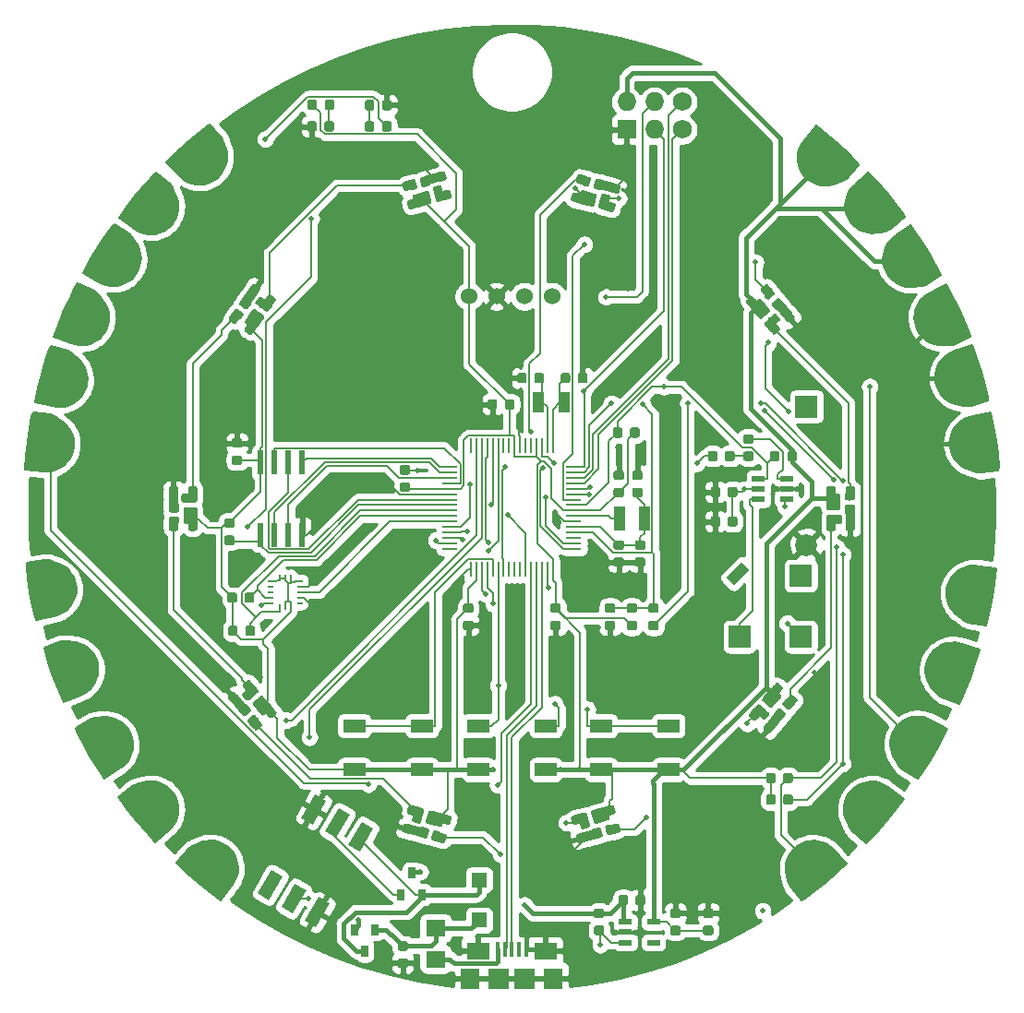
<source format=gtl>
G04 #@! TF.GenerationSoftware,KiCad,Pcbnew,(5.1.4-0-10_14)*
G04 #@! TF.CreationDate,2019-11-18T16:06:03-06:00*
G04 #@! TF.ProjectId,CircuitPythonBadge v1_3,43697263-7569-4745-9079-74686f6e4261,rev?*
G04 #@! TF.SameCoordinates,Original*
G04 #@! TF.FileFunction,Copper,L1,Top*
G04 #@! TF.FilePolarity,Positive*
%FSLAX46Y46*%
G04 Gerber Fmt 4.6, Leading zero omitted, Abs format (unit mm)*
G04 Created by KiCad (PCBNEW (5.1.4-0-10_14)) date 2019-11-18 16:06:03*
%MOMM*%
%LPD*%
G04 APERTURE LIST*
%ADD10C,0.127000*%
%ADD11C,0.100000*%
%ADD12C,0.875000*%
%ADD13C,1.250000*%
%ADD14C,0.650000*%
%ADD15C,0.850000*%
%ADD16C,0.850000*%
%ADD17R,0.850000X1.600000*%
%ADD18O,0.850000X1.500000*%
%ADD19O,0.850000X1.300000*%
%ADD20O,0.850000X2.200000*%
%ADD21R,1.800860X1.597660*%
%ADD22C,2.000000*%
%ADD23R,2.000000X2.000000*%
%ADD24C,4.213860*%
%ADD25C,1.198880*%
%ADD26R,1.399540X1.399540*%
%ADD27R,1.016000X2.199640*%
%ADD28R,0.635000X1.016000*%
%ADD29R,1.198880X0.548640*%
%ADD30R,0.497840X0.248920*%
%ADD31R,0.248920X0.497840*%
%ADD32R,1.798320X1.899920*%
%ADD33R,1.899920X1.899920*%
%ADD34R,2.098040X1.597660*%
%ADD35R,0.398780X1.348740*%
%ADD36R,1.099820X1.899920*%
%ADD37R,1.998980X1.998980*%
%ADD38C,0.998220*%
%ADD39C,1.524000*%
%ADD40R,1.998980X1.198880*%
%ADD41C,0.500000*%
%ADD42R,0.280000X1.470000*%
%ADD43R,1.470000X0.280000*%
%ADD44R,0.599440X2.199640*%
%ADD45R,1.727200X1.727200*%
%ADD46O,1.727200X1.727200*%
%ADD47C,1.727200*%
%ADD48C,0.508000*%
%ADD49C,0.152400*%
%ADD50C,0.406400*%
%ADD51C,0.200000*%
%ADD52C,0.254000*%
G04 APERTURE END LIST*
D10*
G36*
X55969465Y-91620365D02*
G01*
X55775190Y-92681558D01*
X55589853Y-93940899D01*
X55465332Y-95205147D01*
X55365846Y-96536446D01*
X57012278Y-96674625D01*
X57376196Y-96691159D01*
X57735911Y-96658554D01*
X58086690Y-96573671D01*
X58422873Y-96440932D01*
X58736896Y-96259408D01*
X59022788Y-96036045D01*
X59274888Y-95775264D01*
X59485014Y-95481180D01*
X59652547Y-95158835D01*
X59771206Y-94817693D01*
X59842894Y-94463106D01*
X59859118Y-94101710D01*
X59826513Y-93741995D01*
X59741939Y-93388695D01*
X59609200Y-93052512D01*
X59427677Y-92738489D01*
X59204313Y-92452597D01*
X58943533Y-92200497D01*
X58649449Y-91990371D01*
X58334577Y-91782810D01*
X58080300Y-91623635D01*
X57717617Y-91451150D01*
X56078924Y-91249943D01*
X55969465Y-91620365D01*
G37*
X55969465Y-91620365D02*
X55775190Y-92681558D01*
X55589853Y-93940899D01*
X55465332Y-95205147D01*
X55365846Y-96536446D01*
X57012278Y-96674625D01*
X57376196Y-96691159D01*
X57735911Y-96658554D01*
X58086690Y-96573671D01*
X58422873Y-96440932D01*
X58736896Y-96259408D01*
X59022788Y-96036045D01*
X59274888Y-95775264D01*
X59485014Y-95481180D01*
X59652547Y-95158835D01*
X59771206Y-94817693D01*
X59842894Y-94463106D01*
X59859118Y-94101710D01*
X59826513Y-93741995D01*
X59741939Y-93388695D01*
X59609200Y-93052512D01*
X59427677Y-92738489D01*
X59204313Y-92452597D01*
X58943533Y-92200497D01*
X58649449Y-91990371D01*
X58334577Y-91782810D01*
X58080300Y-91623635D01*
X57717617Y-91451150D01*
X56078924Y-91249943D01*
X55969465Y-91620365D01*
G36*
X69493998Y-132835523D02*
G01*
X70278180Y-133576424D01*
X71233410Y-134417746D01*
X72225879Y-135210737D01*
X73288216Y-136019250D01*
X74300815Y-134713694D01*
X74512885Y-134417492D01*
X74681455Y-134098052D01*
X74801314Y-133757633D01*
X74873087Y-133403391D01*
X74891878Y-133041165D01*
X74860258Y-132679743D01*
X74778853Y-132326283D01*
X74646656Y-131989887D01*
X74467559Y-131673820D01*
X74246080Y-131388505D01*
X73987742Y-131135261D01*
X73693486Y-130924823D01*
X73374046Y-130756253D01*
X73031681Y-130634762D01*
X72677440Y-130562988D01*
X72315213Y-130544197D01*
X71953791Y-130575817D01*
X71600331Y-130657223D01*
X71263935Y-130789419D01*
X70918369Y-130940448D01*
X70646384Y-131067009D01*
X70304194Y-131277238D01*
X69242952Y-132541977D01*
X69493998Y-132835523D01*
G37*
X69493998Y-132835523D02*
X70278180Y-133576424D01*
X71233410Y-134417746D01*
X72225879Y-135210737D01*
X73288216Y-136019250D01*
X74300815Y-134713694D01*
X74512885Y-134417492D01*
X74681455Y-134098052D01*
X74801314Y-133757633D01*
X74873087Y-133403391D01*
X74891878Y-133041165D01*
X74860258Y-132679743D01*
X74778853Y-132326283D01*
X74646656Y-131989887D01*
X74467559Y-131673820D01*
X74246080Y-131388505D01*
X73987742Y-131135261D01*
X73693486Y-130924823D01*
X73374046Y-130756253D01*
X73031681Y-130634762D01*
X72677440Y-130562988D01*
X72315213Y-130544197D01*
X71953791Y-130575817D01*
X71600331Y-130657223D01*
X71263935Y-130789419D01*
X70918369Y-130940448D01*
X70646384Y-131067009D01*
X70304194Y-131277238D01*
X69242952Y-132541977D01*
X69493998Y-132835523D01*
G36*
X143629941Y-89804214D02*
G01*
X143375794Y-88755746D01*
X143032888Y-87529899D01*
X142632427Y-86324303D01*
X142181824Y-85067636D01*
X140621531Y-85611067D01*
X140282351Y-85743982D01*
X139966996Y-85920077D01*
X139681069Y-86140297D01*
X139427940Y-86398298D01*
X139214899Y-86691852D01*
X139044573Y-87012188D01*
X138920337Y-87352961D01*
X138847992Y-87707086D01*
X138826053Y-88069705D01*
X138856407Y-88429617D01*
X138935141Y-88782706D01*
X139067313Y-89119457D01*
X139243408Y-89434811D01*
X139464370Y-89723168D01*
X139722371Y-89976296D01*
X140015925Y-90189338D01*
X140336261Y-90359663D01*
X140677034Y-90483899D01*
X141031159Y-90556244D01*
X141403231Y-90617790D01*
X141700267Y-90659780D01*
X142101751Y-90669837D01*
X143680610Y-90187132D01*
X143629941Y-89804214D01*
G37*
X143629941Y-89804214D02*
X143375794Y-88755746D01*
X143032888Y-87529899D01*
X142632427Y-86324303D01*
X142181824Y-85067636D01*
X140621531Y-85611067D01*
X140282351Y-85743982D01*
X139966996Y-85920077D01*
X139681069Y-86140297D01*
X139427940Y-86398298D01*
X139214899Y-86691852D01*
X139044573Y-87012188D01*
X138920337Y-87352961D01*
X138847992Y-87707086D01*
X138826053Y-88069705D01*
X138856407Y-88429617D01*
X138935141Y-88782706D01*
X139067313Y-89119457D01*
X139243408Y-89434811D01*
X139464370Y-89723168D01*
X139722371Y-89976296D01*
X140015925Y-90189338D01*
X140336261Y-90359663D01*
X140677034Y-90483899D01*
X141031159Y-90556244D01*
X141403231Y-90617790D01*
X141700267Y-90659780D01*
X142101751Y-90669837D01*
X143680610Y-90187132D01*
X143629941Y-89804214D01*
G36*
X57554644Y-85504657D02*
G01*
X57214570Y-86528485D01*
X56855771Y-87749776D01*
X56556512Y-88984390D01*
X56272713Y-90288888D01*
X57883892Y-90654861D01*
X58241967Y-90721882D01*
X58602718Y-90739657D01*
X58961897Y-90704419D01*
X59313282Y-90619759D01*
X59649512Y-90483706D01*
X59963708Y-90302304D01*
X60249649Y-90079147D01*
X60498658Y-89817169D01*
X60709423Y-89521277D01*
X60874405Y-89199969D01*
X60994744Y-88858810D01*
X61061106Y-88503189D01*
X61078882Y-88142437D01*
X61044301Y-87780804D01*
X60959641Y-87429420D01*
X60823588Y-87093190D01*
X60642187Y-86778994D01*
X60419030Y-86493053D01*
X60157051Y-86244044D01*
X59874131Y-85994681D01*
X59644481Y-85801667D01*
X59309334Y-85580384D01*
X57714590Y-85153074D01*
X57554644Y-85504657D01*
G37*
X57554644Y-85504657D02*
X57214570Y-86528485D01*
X56855771Y-87749776D01*
X56556512Y-88984390D01*
X56272713Y-90288888D01*
X57883892Y-90654861D01*
X58241967Y-90721882D01*
X58602718Y-90739657D01*
X58961897Y-90704419D01*
X59313282Y-90619759D01*
X59649512Y-90483706D01*
X59963708Y-90302304D01*
X60249649Y-90079147D01*
X60498658Y-89817169D01*
X60709423Y-89521277D01*
X60874405Y-89199969D01*
X60994744Y-88858810D01*
X61061106Y-88503189D01*
X61078882Y-88142437D01*
X61044301Y-87780804D01*
X60959641Y-87429420D01*
X60823588Y-87093190D01*
X60642187Y-86778994D01*
X60419030Y-86493053D01*
X60157051Y-86244044D01*
X59874131Y-85994681D01*
X59644481Y-85801667D01*
X59309334Y-85580384D01*
X57714590Y-85153074D01*
X57554644Y-85504657D01*
G36*
X59940340Y-79759517D02*
G01*
X59461087Y-80726052D01*
X58935809Y-81885522D01*
X58467637Y-83066473D01*
X58005049Y-84318777D01*
X59549614Y-84905422D01*
X59894877Y-85021625D01*
X60249644Y-85089434D01*
X60610232Y-85104527D01*
X60969979Y-85069594D01*
X61321872Y-84981659D01*
X61658256Y-84845751D01*
X61972472Y-84664561D01*
X62255518Y-84439788D01*
X62505412Y-84176107D01*
X62713506Y-83880888D01*
X62880154Y-83559797D01*
X62995364Y-83216872D01*
X63063173Y-82862105D01*
X63079258Y-82499179D01*
X63044325Y-82139432D01*
X62956390Y-81787539D01*
X62820482Y-81451155D01*
X62639292Y-81136940D01*
X62414519Y-80853893D01*
X62169056Y-80567583D01*
X61968504Y-80344486D01*
X61667415Y-80078713D01*
X60147661Y-79433616D01*
X59940340Y-79759517D01*
G37*
X59940340Y-79759517D02*
X59461087Y-80726052D01*
X58935809Y-81885522D01*
X58467637Y-83066473D01*
X58005049Y-84318777D01*
X59549614Y-84905422D01*
X59894877Y-85021625D01*
X60249644Y-85089434D01*
X60610232Y-85104527D01*
X60969979Y-85069594D01*
X61321872Y-84981659D01*
X61658256Y-84845751D01*
X61972472Y-84664561D01*
X62255518Y-84439788D01*
X62505412Y-84176107D01*
X62713506Y-83880888D01*
X62880154Y-83559797D01*
X62995364Y-83216872D01*
X63063173Y-82862105D01*
X63079258Y-82499179D01*
X63044325Y-82139432D01*
X62956390Y-81787539D01*
X62820482Y-81451155D01*
X62639292Y-81136940D01*
X62414519Y-80853893D01*
X62169056Y-80567583D01*
X61968504Y-80344486D01*
X61667415Y-80078713D01*
X60147661Y-79433616D01*
X59940340Y-79759517D01*
G36*
X63291003Y-74261516D02*
G01*
X62666450Y-75141180D01*
X61966258Y-76204203D01*
X61319109Y-77297376D01*
X60666313Y-78461898D01*
X62100090Y-79282944D01*
X62422924Y-79451727D01*
X62762716Y-79574199D01*
X63116503Y-79645514D01*
X63477286Y-79667288D01*
X63838603Y-79635484D01*
X64192106Y-79553872D01*
X64530797Y-79424066D01*
X64845522Y-79246339D01*
X65133587Y-79024997D01*
X65385302Y-78765965D01*
X65600127Y-78474897D01*
X65767564Y-78154217D01*
X65890036Y-77814425D01*
X65962697Y-77458484D01*
X65984472Y-77097701D01*
X65952668Y-76736384D01*
X65871055Y-76382881D01*
X65741250Y-76044190D01*
X65563522Y-75729465D01*
X65365870Y-75408281D01*
X65202687Y-75156558D01*
X64946881Y-74846956D01*
X63546753Y-73972060D01*
X63291003Y-74261516D01*
G37*
X63291003Y-74261516D02*
X62666450Y-75141180D01*
X61966258Y-76204203D01*
X61319109Y-77297376D01*
X60666313Y-78461898D01*
X62100090Y-79282944D01*
X62422924Y-79451727D01*
X62762716Y-79574199D01*
X63116503Y-79645514D01*
X63477286Y-79667288D01*
X63838603Y-79635484D01*
X64192106Y-79553872D01*
X64530797Y-79424066D01*
X64845522Y-79246339D01*
X65133587Y-79024997D01*
X65385302Y-78765965D01*
X65600127Y-78474897D01*
X65767564Y-78154217D01*
X65890036Y-77814425D01*
X65962697Y-77458484D01*
X65984472Y-77097701D01*
X65952668Y-76736384D01*
X65871055Y-76382881D01*
X65741250Y-76044190D01*
X65563522Y-75729465D01*
X65365870Y-75408281D01*
X65202687Y-75156558D01*
X64946881Y-74846956D01*
X63546753Y-73972060D01*
X63291003Y-74261516D01*
G36*
X67093838Y-69502122D02*
G01*
X66366736Y-70299115D01*
X65542213Y-71268883D01*
X64766664Y-72275040D01*
X63976814Y-73351326D01*
X65299843Y-74340985D01*
X65599702Y-74547853D01*
X65922035Y-74710823D01*
X66264494Y-74824722D01*
X66619934Y-74890303D01*
X66982433Y-74902769D01*
X67343248Y-74864846D01*
X67695234Y-74777284D01*
X68029272Y-74639236D01*
X68342165Y-74454651D01*
X68623571Y-74228226D01*
X68872268Y-73965508D01*
X69077538Y-73667624D01*
X69240507Y-73345290D01*
X69356005Y-73000857D01*
X69421586Y-72645417D01*
X69434052Y-72282918D01*
X69396129Y-71922103D01*
X69308567Y-71570117D01*
X69170519Y-71236080D01*
X69013483Y-70893202D01*
X68882194Y-70623468D01*
X68666025Y-70284999D01*
X67382957Y-69245991D01*
X67093838Y-69502122D01*
G37*
X67093838Y-69502122D02*
X66366736Y-70299115D01*
X65542213Y-71268883D01*
X64766664Y-72275040D01*
X63976814Y-73351326D01*
X65299843Y-74340985D01*
X65599702Y-74547853D01*
X65922035Y-74710823D01*
X66264494Y-74824722D01*
X66619934Y-74890303D01*
X66982433Y-74902769D01*
X67343248Y-74864846D01*
X67695234Y-74777284D01*
X68029272Y-74639236D01*
X68342165Y-74454651D01*
X68623571Y-74228226D01*
X68872268Y-73965508D01*
X69077538Y-73667624D01*
X69240507Y-73345290D01*
X69356005Y-73000857D01*
X69421586Y-72645417D01*
X69434052Y-72282918D01*
X69396129Y-71922103D01*
X69308567Y-71570117D01*
X69170519Y-71236080D01*
X69013483Y-70893202D01*
X68882194Y-70623468D01*
X68666025Y-70284999D01*
X67382957Y-69245991D01*
X67093838Y-69502122D01*
G36*
X71992927Y-65011790D02*
G01*
X71150100Y-65685227D01*
X70184023Y-66514071D01*
X69260625Y-67386518D01*
X68312131Y-68325994D01*
X69464055Y-69510436D01*
X69727860Y-69761666D01*
X70020731Y-69973053D01*
X70341156Y-70139122D01*
X70681961Y-70259498D01*
X71038047Y-70328518D01*
X71400352Y-70347506D01*
X71761702Y-70316085D01*
X72113223Y-70231992D01*
X72451139Y-70098626D01*
X72764502Y-69919011D01*
X73051235Y-69698432D01*
X73300577Y-69436327D01*
X73511964Y-69143456D01*
X73679921Y-68821331D01*
X73800297Y-68480526D01*
X73869317Y-68124440D01*
X73888305Y-67762135D01*
X73856884Y-67400785D01*
X73772791Y-67049264D01*
X73671326Y-66686042D01*
X73583849Y-66399091D01*
X73423290Y-66030973D01*
X72318555Y-64804041D01*
X71992927Y-65011790D01*
G37*
X71992927Y-65011790D02*
X71150100Y-65685227D01*
X70184023Y-66514071D01*
X69260625Y-67386518D01*
X68312131Y-68325994D01*
X69464055Y-69510436D01*
X69727860Y-69761666D01*
X70020731Y-69973053D01*
X70341156Y-70139122D01*
X70681961Y-70259498D01*
X71038047Y-70328518D01*
X71400352Y-70347506D01*
X71761702Y-70316085D01*
X72113223Y-70231992D01*
X72451139Y-70098626D01*
X72764502Y-69919011D01*
X73051235Y-69698432D01*
X73300577Y-69436327D01*
X73511964Y-69143456D01*
X73679921Y-68821331D01*
X73800297Y-68480526D01*
X73869317Y-68124440D01*
X73888305Y-67762135D01*
X73856884Y-67400785D01*
X73772791Y-67049264D01*
X73671326Y-66686042D01*
X73583849Y-66399091D01*
X73423290Y-66030973D01*
X72318555Y-64804041D01*
X71992927Y-65011790D01*
G36*
X141206243Y-117676539D02*
G01*
X141634255Y-116686246D01*
X142098132Y-115500874D01*
X142503855Y-114297040D01*
X142900269Y-113022241D01*
X141327118Y-112517237D01*
X140976247Y-112419263D01*
X140618417Y-112370114D01*
X140257533Y-112373914D01*
X139900107Y-112427626D01*
X139553299Y-112533857D01*
X139224488Y-112687184D01*
X138920187Y-112884571D01*
X138649291Y-113123849D01*
X138413541Y-113400247D01*
X138221182Y-113705952D01*
X138071567Y-114035325D01*
X137974463Y-114383809D01*
X137925314Y-114741639D01*
X137928245Y-115104909D01*
X137981957Y-115462335D01*
X138088188Y-115809144D01*
X138241515Y-116137954D01*
X138438901Y-116442256D01*
X138678180Y-116713151D01*
X138938291Y-116986222D01*
X139150244Y-117198518D01*
X139464830Y-117448168D01*
X141016263Y-118012844D01*
X141206243Y-117676539D01*
G37*
X141206243Y-117676539D02*
X141634255Y-116686246D01*
X142098132Y-115500874D01*
X142503855Y-114297040D01*
X142900269Y-113022241D01*
X141327118Y-112517237D01*
X140976247Y-112419263D01*
X140618417Y-112370114D01*
X140257533Y-112373914D01*
X139900107Y-112427626D01*
X139553299Y-112533857D01*
X139224488Y-112687184D01*
X138920187Y-112884571D01*
X138649291Y-113123849D01*
X138413541Y-113400247D01*
X138221182Y-113705952D01*
X138071567Y-114035325D01*
X137974463Y-114383809D01*
X137925314Y-114741639D01*
X137928245Y-115104909D01*
X137981957Y-115462335D01*
X138088188Y-115809144D01*
X138241515Y-116137954D01*
X138438901Y-116442256D01*
X138678180Y-116713151D01*
X138938291Y-116986222D01*
X139150244Y-117198518D01*
X139464830Y-117448168D01*
X141016263Y-118012844D01*
X141206243Y-117676539D01*
G36*
X143593425Y-110454872D02*
G01*
X143842973Y-109405300D01*
X144093964Y-108157386D01*
X144284480Y-106901387D01*
X144453505Y-105577119D01*
X142816560Y-105352962D01*
X142454007Y-105317405D01*
X142093079Y-105331139D01*
X141738338Y-105397547D01*
X141395669Y-105512510D01*
X141072576Y-105677350D01*
X140775386Y-105885445D01*
X140509983Y-106132674D01*
X140284753Y-106415358D01*
X140100580Y-106728494D01*
X139964229Y-107062958D01*
X139874082Y-107413307D01*
X139838967Y-107773359D01*
X139852701Y-108134287D01*
X139918668Y-108491530D01*
X140033631Y-108834199D01*
X140198471Y-109157291D01*
X140406566Y-109454482D01*
X140653795Y-109719885D01*
X140936479Y-109945114D01*
X141240056Y-110168869D01*
X141485654Y-110341134D01*
X141838812Y-110532364D01*
X143464730Y-110819057D01*
X143593425Y-110454872D01*
G37*
X143593425Y-110454872D02*
X143842973Y-109405300D01*
X144093964Y-108157386D01*
X144284480Y-106901387D01*
X144453505Y-105577119D01*
X142816560Y-105352962D01*
X142454007Y-105317405D01*
X142093079Y-105331139D01*
X141738338Y-105397547D01*
X141395669Y-105512510D01*
X141072576Y-105677350D01*
X140775386Y-105885445D01*
X140509983Y-106132674D01*
X140284753Y-106415358D01*
X140100580Y-106728494D01*
X139964229Y-107062958D01*
X139874082Y-107413307D01*
X139838967Y-107773359D01*
X139852701Y-108134287D01*
X139918668Y-108491530D01*
X140033631Y-108834199D01*
X140198471Y-109157291D01*
X140406566Y-109454482D01*
X140653795Y-109719885D01*
X140936479Y-109945114D01*
X141240056Y-110168869D01*
X141485654Y-110341134D01*
X141838812Y-110532364D01*
X143464730Y-110819057D01*
X143593425Y-110454872D01*
G36*
X137484955Y-124550727D02*
G01*
X138078427Y-123649802D01*
X138741094Y-122562990D01*
X139349697Y-121447898D01*
X139961455Y-120261303D01*
X138499897Y-119490795D01*
X138171369Y-119333382D01*
X137827510Y-119222843D01*
X137471449Y-119163919D01*
X137110126Y-119154748D01*
X136750140Y-119199143D01*
X136399700Y-119293043D01*
X136065745Y-119434590D01*
X135757415Y-119623193D01*
X135477250Y-119854453D01*
X135234729Y-120122112D01*
X135030192Y-120420500D01*
X134874049Y-120746828D01*
X134763510Y-121090687D01*
X134703315Y-121448947D01*
X134694145Y-121810270D01*
X134738540Y-122170257D01*
X134832440Y-122520697D01*
X134973986Y-122854652D01*
X135162589Y-123162981D01*
X135371330Y-123477072D01*
X135543198Y-123722947D01*
X135809654Y-124023432D01*
X137239462Y-124848932D01*
X137484955Y-124550727D01*
G37*
X137484955Y-124550727D02*
X138078427Y-123649802D01*
X138741094Y-122562990D01*
X139349697Y-121447898D01*
X139961455Y-120261303D01*
X138499897Y-119490795D01*
X138171369Y-119333382D01*
X137827510Y-119222843D01*
X137471449Y-119163919D01*
X137110126Y-119154748D01*
X136750140Y-119199143D01*
X136399700Y-119293043D01*
X136065745Y-119434590D01*
X135757415Y-119623193D01*
X135477250Y-119854453D01*
X135234729Y-120122112D01*
X135030192Y-120420500D01*
X134874049Y-120746828D01*
X134763510Y-121090687D01*
X134703315Y-121448947D01*
X134694145Y-121810270D01*
X134738540Y-122170257D01*
X134832440Y-122520697D01*
X134973986Y-122854652D01*
X135162589Y-123162981D01*
X135371330Y-123477072D01*
X135543198Y-123722947D01*
X135809654Y-124023432D01*
X137239462Y-124848932D01*
X137484955Y-124550727D01*
G36*
X64133218Y-126905859D02*
G01*
X64776830Y-127771675D01*
X65571454Y-128766090D01*
X66411144Y-129719374D01*
X67316945Y-130700077D01*
X68540867Y-129590191D01*
X68801150Y-129335314D01*
X69022629Y-129049999D01*
X69199781Y-128735565D01*
X69331977Y-128399169D01*
X69413383Y-128045709D01*
X69445003Y-127684287D01*
X69426212Y-127322060D01*
X69354438Y-126967819D01*
X69232947Y-126625454D01*
X69064377Y-126306014D01*
X68853939Y-126011758D01*
X68600695Y-125753420D01*
X68315380Y-125531941D01*
X67999313Y-125352844D01*
X67662917Y-125220647D01*
X67309457Y-125139242D01*
X66948035Y-125107622D01*
X66585809Y-125126413D01*
X66231567Y-125198186D01*
X65865025Y-125286913D01*
X65575196Y-125364322D01*
X65201699Y-125511937D01*
X63936959Y-126573179D01*
X64133218Y-126905859D01*
G37*
X64133218Y-126905859D02*
X64776830Y-127771675D01*
X65571454Y-128766090D01*
X66411144Y-129719374D01*
X67316945Y-130700077D01*
X68540867Y-129590191D01*
X68801150Y-129335314D01*
X69022629Y-129049999D01*
X69199781Y-128735565D01*
X69331977Y-128399169D01*
X69413383Y-128045709D01*
X69445003Y-127684287D01*
X69426212Y-127322060D01*
X69354438Y-126967819D01*
X69232947Y-126625454D01*
X69064377Y-126306014D01*
X68853939Y-126011758D01*
X68600695Y-125753420D01*
X68315380Y-125531941D01*
X67999313Y-125352844D01*
X67662917Y-125220647D01*
X67309457Y-125139242D01*
X66948035Y-125107622D01*
X66585809Y-125126413D01*
X66231567Y-125198186D01*
X65865025Y-125286913D01*
X65575196Y-125364322D01*
X65201699Y-125511937D01*
X63936959Y-126573179D01*
X64133218Y-126905859D01*
G36*
X60125545Y-120535273D02*
G01*
X60609033Y-121499698D01*
X61218906Y-122616990D01*
X61880303Y-123701602D01*
X62602045Y-124824697D01*
X64000103Y-123944205D01*
X64300691Y-123738398D01*
X64568350Y-123495877D01*
X64797411Y-123216981D01*
X64986014Y-122908652D01*
X65127560Y-122574697D01*
X65221460Y-122224257D01*
X65265855Y-121864270D01*
X65256685Y-121502947D01*
X65196490Y-121144687D01*
X65085951Y-120800828D01*
X64929808Y-120474500D01*
X64725271Y-120176112D01*
X64482750Y-119908453D01*
X64202585Y-119677193D01*
X63894255Y-119488590D01*
X63560300Y-119347043D01*
X63209860Y-119253143D01*
X62849874Y-119208748D01*
X62488551Y-119217919D01*
X62112170Y-119241648D01*
X61813302Y-119267553D01*
X61419846Y-119348068D01*
X59990038Y-120173568D01*
X60125545Y-120535273D01*
G37*
X60125545Y-120535273D02*
X60609033Y-121499698D01*
X61218906Y-122616990D01*
X61880303Y-123701602D01*
X62602045Y-124824697D01*
X64000103Y-123944205D01*
X64300691Y-123738398D01*
X64568350Y-123495877D01*
X64797411Y-123216981D01*
X64986014Y-122908652D01*
X65127560Y-122574697D01*
X65221460Y-122224257D01*
X65265855Y-121864270D01*
X65256685Y-121502947D01*
X65196490Y-121144687D01*
X65085951Y-120800828D01*
X64929808Y-120474500D01*
X64725271Y-120176112D01*
X64482750Y-119908453D01*
X64202585Y-119677193D01*
X63894255Y-119488590D01*
X63560300Y-119347043D01*
X63209860Y-119253143D01*
X62849874Y-119208748D01*
X62488551Y-119217919D01*
X62112170Y-119241648D01*
X61813302Y-119267553D01*
X61419846Y-119348068D01*
X59990038Y-120173568D01*
X60125545Y-120535273D01*
G36*
X57187004Y-113186923D02*
G01*
X57495676Y-114220653D01*
X57902268Y-115426874D01*
X58365276Y-116609859D01*
X58881030Y-117841221D01*
X60410744Y-117216875D01*
X60742504Y-117066392D01*
X61048209Y-116874033D01*
X61322220Y-116639151D01*
X61561499Y-116368256D01*
X61758885Y-116063954D01*
X61912212Y-115735144D01*
X62018443Y-115388335D01*
X62072155Y-115030909D01*
X62075086Y-114667639D01*
X62025937Y-114309809D01*
X61928833Y-113961325D01*
X61779218Y-113631952D01*
X61586859Y-113326247D01*
X61351109Y-113049849D01*
X61080213Y-112810571D01*
X60775912Y-112613184D01*
X60447101Y-112459857D01*
X60100293Y-112353626D01*
X59742867Y-112299914D01*
X59368083Y-112257925D01*
X59069257Y-112231538D01*
X58667798Y-112242507D01*
X57116365Y-112807182D01*
X57187004Y-113186923D01*
G37*
X57187004Y-113186923D02*
X57495676Y-114220653D01*
X57902268Y-115426874D01*
X58365276Y-116609859D01*
X58881030Y-117841221D01*
X60410744Y-117216875D01*
X60742504Y-117066392D01*
X61048209Y-116874033D01*
X61322220Y-116639151D01*
X61561499Y-116368256D01*
X61758885Y-116063954D01*
X61912212Y-115735144D01*
X62018443Y-115388335D01*
X62072155Y-115030909D01*
X62075086Y-114667639D01*
X62025937Y-114309809D01*
X61928833Y-113961325D01*
X61779218Y-113631952D01*
X61586859Y-113326247D01*
X61351109Y-113049849D01*
X61080213Y-112810571D01*
X60775912Y-112613184D01*
X60447101Y-112459857D01*
X60100293Y-112353626D01*
X59742867Y-112299914D01*
X59368083Y-112257925D01*
X59069257Y-112231538D01*
X58667798Y-112242507D01*
X57116365Y-112807182D01*
X57187004Y-113186923D01*
G36*
X55498602Y-105439261D02*
G01*
X55623079Y-106510886D01*
X55814036Y-107769386D01*
X56064586Y-109014799D01*
X56358681Y-110317013D01*
X57973572Y-109967785D01*
X58326422Y-109877197D01*
X58660887Y-109740846D01*
X58971521Y-109557114D01*
X59254205Y-109331885D01*
X59501434Y-109066482D01*
X59709529Y-108769291D01*
X59874369Y-108446199D01*
X59989332Y-108103530D01*
X60055299Y-107746287D01*
X60069033Y-107385359D01*
X60033918Y-107025307D01*
X59943771Y-106674958D01*
X59807420Y-106340494D01*
X59623247Y-106027358D01*
X59398017Y-105744674D01*
X59132614Y-105497445D01*
X58835424Y-105289350D01*
X58512331Y-105124510D01*
X58169662Y-105009547D01*
X57807864Y-104903116D01*
X57518160Y-104825240D01*
X57120895Y-104766329D01*
X55494977Y-105053022D01*
X55498602Y-105439261D01*
G37*
X55498602Y-105439261D02*
X55623079Y-106510886D01*
X55814036Y-107769386D01*
X56064586Y-109014799D01*
X56358681Y-110317013D01*
X57973572Y-109967785D01*
X58326422Y-109877197D01*
X58660887Y-109740846D01*
X58971521Y-109557114D01*
X59254205Y-109331885D01*
X59501434Y-109066482D01*
X59709529Y-108769291D01*
X59874369Y-108446199D01*
X59989332Y-108103530D01*
X60055299Y-107746287D01*
X60069033Y-107385359D01*
X60033918Y-107025307D01*
X59943771Y-106674958D01*
X59807420Y-106340494D01*
X59623247Y-106027358D01*
X59398017Y-105744674D01*
X59132614Y-105497445D01*
X58835424Y-105289350D01*
X58512331Y-105124510D01*
X58169662Y-105009547D01*
X57807864Y-104903116D01*
X57518160Y-104825240D01*
X57120895Y-104766329D01*
X55494977Y-105053022D01*
X55498602Y-105439261D01*
G36*
X139209087Y-78300494D02*
G01*
X138692237Y-77353530D01*
X138043742Y-76258203D01*
X137344896Y-75197334D01*
X136584397Y-74100112D01*
X135217920Y-75028860D01*
X134924698Y-75245031D01*
X134665666Y-75496746D01*
X134446478Y-75783465D01*
X134268750Y-76098190D01*
X134138945Y-76436881D01*
X134057332Y-76790384D01*
X134025528Y-77151701D01*
X134047303Y-77512484D01*
X134119964Y-77868425D01*
X134242436Y-78208217D01*
X134409873Y-78528897D01*
X134624698Y-78819965D01*
X134876413Y-79078997D01*
X135164478Y-79300339D01*
X135479203Y-79478066D01*
X135817894Y-79607872D01*
X136171397Y-79689484D01*
X136532714Y-79721288D01*
X136893497Y-79699514D01*
X137268820Y-79662663D01*
X137566602Y-79626344D01*
X137957008Y-79532147D01*
X139357136Y-78657250D01*
X139209087Y-78300494D01*
G37*
X139209087Y-78300494D02*
X138692237Y-77353530D01*
X138043742Y-76258203D01*
X137344896Y-75197334D01*
X136584397Y-74100112D01*
X135217920Y-75028860D01*
X134924698Y-75245031D01*
X134665666Y-75496746D01*
X134446478Y-75783465D01*
X134268750Y-76098190D01*
X134138945Y-76436881D01*
X134057332Y-76790384D01*
X134025528Y-77151701D01*
X134047303Y-77512484D01*
X134119964Y-77868425D01*
X134242436Y-78208217D01*
X134409873Y-78528897D01*
X134624698Y-78819965D01*
X134876413Y-79078997D01*
X135164478Y-79300339D01*
X135479203Y-79478066D01*
X135817894Y-79607872D01*
X136171397Y-79689484D01*
X136532714Y-79721288D01*
X136893497Y-79699514D01*
X137268820Y-79662663D01*
X137566602Y-79626344D01*
X137957008Y-79532147D01*
X139357136Y-78657250D01*
X139209087Y-78300494D01*
G36*
X135866982Y-72993641D02*
G01*
X135223370Y-72127825D01*
X134428746Y-71133410D01*
X133589056Y-70180126D01*
X132683255Y-69199423D01*
X131459333Y-70309309D01*
X131199050Y-70564186D01*
X130977571Y-70849501D01*
X130800419Y-71163935D01*
X130668223Y-71500331D01*
X130586817Y-71853791D01*
X130555197Y-72215213D01*
X130573988Y-72577440D01*
X130645762Y-72931681D01*
X130767253Y-73274046D01*
X130935823Y-73593486D01*
X131146261Y-73887742D01*
X131399505Y-74146080D01*
X131684820Y-74367559D01*
X132000887Y-74546656D01*
X132337283Y-74678853D01*
X132690743Y-74760258D01*
X133052165Y-74791878D01*
X133414391Y-74773087D01*
X133768633Y-74701314D01*
X134135175Y-74612587D01*
X134425004Y-74535178D01*
X134798501Y-74387563D01*
X136063241Y-73326321D01*
X135866982Y-72993641D01*
G37*
X135866982Y-72993641D02*
X135223370Y-72127825D01*
X134428746Y-71133410D01*
X133589056Y-70180126D01*
X132683255Y-69199423D01*
X131459333Y-70309309D01*
X131199050Y-70564186D01*
X130977571Y-70849501D01*
X130800419Y-71163935D01*
X130668223Y-71500331D01*
X130586817Y-71853791D01*
X130555197Y-72215213D01*
X130573988Y-72577440D01*
X130645762Y-72931681D01*
X130767253Y-73274046D01*
X130935823Y-73593486D01*
X131146261Y-73887742D01*
X131399505Y-74146080D01*
X131684820Y-74367559D01*
X132000887Y-74546656D01*
X132337283Y-74678853D01*
X132690743Y-74760258D01*
X133052165Y-74791878D01*
X133414391Y-74773087D01*
X133768633Y-74701314D01*
X134135175Y-74612587D01*
X134425004Y-74535178D01*
X134798501Y-74387563D01*
X136063241Y-73326321D01*
X135866982Y-72993641D01*
G36*
X144642268Y-96173135D02*
G01*
X144555266Y-95097819D01*
X144408346Y-93833421D01*
X144201413Y-92580022D01*
X143952944Y-91268337D01*
X142326849Y-91560994D01*
X141971052Y-91639213D01*
X141632033Y-91763808D01*
X141315176Y-91936587D01*
X141024803Y-92151814D01*
X140768462Y-92408427D01*
X140550122Y-92698174D01*
X140374107Y-93015317D01*
X140247256Y-93353765D01*
X140168861Y-93708487D01*
X140142539Y-94068716D01*
X140165067Y-94429775D01*
X140242932Y-94783056D01*
X140367527Y-95122075D01*
X140540660Y-95441448D01*
X140755887Y-95731820D01*
X141012500Y-95988161D01*
X141302247Y-96206501D01*
X141619390Y-96382516D01*
X141957838Y-96509368D01*
X142315701Y-96628361D01*
X142602511Y-96716300D01*
X142997478Y-96789040D01*
X144632411Y-96559265D01*
X144642268Y-96173135D01*
G37*
X144642268Y-96173135D02*
X144555266Y-95097819D01*
X144408346Y-93833421D01*
X144201413Y-92580022D01*
X143952944Y-91268337D01*
X142326849Y-91560994D01*
X141971052Y-91639213D01*
X141632033Y-91763808D01*
X141315176Y-91936587D01*
X141024803Y-92151814D01*
X140768462Y-92408427D01*
X140550122Y-92698174D01*
X140374107Y-93015317D01*
X140247256Y-93353765D01*
X140168861Y-93708487D01*
X140142539Y-94068716D01*
X140165067Y-94429775D01*
X140242932Y-94783056D01*
X140367527Y-95122075D01*
X140540660Y-95441448D01*
X140755887Y-95731820D01*
X141012500Y-95988161D01*
X141302247Y-96206501D01*
X141619390Y-96382516D01*
X141957838Y-96509368D01*
X142315701Y-96628361D01*
X142602511Y-96716300D01*
X142997478Y-96789040D01*
X144632411Y-96559265D01*
X144642268Y-96173135D01*
G36*
X131605611Y-68262035D02*
G01*
X130847763Y-67494218D01*
X129922477Y-66620071D01*
X128958288Y-65792927D01*
X127924814Y-64947831D01*
X126867269Y-66217253D01*
X126644991Y-66505873D01*
X126465375Y-66819236D01*
X126333709Y-67155264D01*
X126249616Y-67506785D01*
X126218195Y-67868135D01*
X126237183Y-68230440D01*
X126306203Y-68586526D01*
X126426579Y-68927331D01*
X126594536Y-69249456D01*
X126805923Y-69542327D01*
X127055265Y-69804432D01*
X127341998Y-70025011D01*
X127655361Y-70204626D01*
X127993277Y-70337992D01*
X128344798Y-70422085D01*
X128706148Y-70453506D01*
X129068453Y-70434518D01*
X129424539Y-70365498D01*
X129765344Y-70245122D01*
X130115970Y-70106246D01*
X130392206Y-69989254D01*
X130741524Y-69791095D01*
X131846259Y-68564163D01*
X131605611Y-68262035D01*
G37*
X131605611Y-68262035D02*
X130847763Y-67494218D01*
X129922477Y-66620071D01*
X128958288Y-65792927D01*
X127924814Y-64947831D01*
X126867269Y-66217253D01*
X126644991Y-66505873D01*
X126465375Y-66819236D01*
X126333709Y-67155264D01*
X126249616Y-67506785D01*
X126218195Y-67868135D01*
X126237183Y-68230440D01*
X126306203Y-68586526D01*
X126426579Y-68927331D01*
X126594536Y-69249456D01*
X126805923Y-69542327D01*
X127055265Y-69804432D01*
X127341998Y-70025011D01*
X127655361Y-70204626D01*
X127993277Y-70337992D01*
X128344798Y-70422085D01*
X128706148Y-70453506D01*
X129068453Y-70434518D01*
X129424539Y-70365498D01*
X129765344Y-70245122D01*
X130115970Y-70106246D01*
X130392206Y-69989254D01*
X130741524Y-69791095D01*
X131846259Y-68564163D01*
X131605611Y-68262035D01*
G36*
X141934963Y-83970620D02*
G01*
X141537371Y-82967726D01*
X141027197Y-81801532D01*
X140462847Y-80663402D01*
X139841735Y-79481677D01*
X138372257Y-80236971D01*
X138054876Y-80415796D01*
X137767099Y-80634066D01*
X137514602Y-80891936D01*
X137299844Y-81182655D01*
X137129730Y-81503002D01*
X137005645Y-81843925D01*
X136930044Y-82198672D01*
X136907688Y-82559420D01*
X136936429Y-82921563D01*
X137016578Y-83273748D01*
X137143686Y-83612443D01*
X137321438Y-83927522D01*
X137539708Y-84215299D01*
X137798652Y-84470098D01*
X138089371Y-84684856D01*
X138409718Y-84854970D01*
X138750640Y-84979055D01*
X139105388Y-85054656D01*
X139466135Y-85077012D01*
X139843152Y-85086177D01*
X140143140Y-85086419D01*
X140542116Y-85040502D01*
X142038430Y-84342759D01*
X141934963Y-83970620D01*
G37*
X141934963Y-83970620D02*
X141537371Y-82967726D01*
X141027197Y-81801532D01*
X140462847Y-80663402D01*
X139841735Y-79481677D01*
X138372257Y-80236971D01*
X138054876Y-80415796D01*
X137767099Y-80634066D01*
X137514602Y-80891936D01*
X137299844Y-81182655D01*
X137129730Y-81503002D01*
X137005645Y-81843925D01*
X136930044Y-82198672D01*
X136907688Y-82559420D01*
X136936429Y-82921563D01*
X137016578Y-83273748D01*
X137143686Y-83612443D01*
X137321438Y-83927522D01*
X137539708Y-84215299D01*
X137798652Y-84470098D01*
X138089371Y-84684856D01*
X138409718Y-84854970D01*
X138750640Y-84979055D01*
X139105388Y-85054656D01*
X139466135Y-85077012D01*
X139843152Y-85086177D01*
X140143140Y-85086419D01*
X140542116Y-85040502D01*
X142038430Y-84342759D01*
X141934963Y-83970620D01*
G36*
X126905859Y-135866982D02*
G01*
X127771675Y-135223370D01*
X128766090Y-134428746D01*
X129719374Y-133589056D01*
X130700077Y-132683255D01*
X129590191Y-131459333D01*
X129335314Y-131199050D01*
X129049999Y-130977571D01*
X128735565Y-130800419D01*
X128399169Y-130668223D01*
X128045709Y-130586817D01*
X127684287Y-130555197D01*
X127322060Y-130573988D01*
X126967819Y-130645762D01*
X126625454Y-130767253D01*
X126306014Y-130935823D01*
X126011758Y-131146261D01*
X125753420Y-131399505D01*
X125531941Y-131684820D01*
X125352844Y-132000887D01*
X125220647Y-132337283D01*
X125139242Y-132690743D01*
X125107622Y-133052165D01*
X125126413Y-133414391D01*
X125198186Y-133768633D01*
X125286913Y-134135175D01*
X125364322Y-134425004D01*
X125511937Y-134798501D01*
X126573179Y-136063241D01*
X126905859Y-135866982D01*
G37*
X126905859Y-135866982D02*
X127771675Y-135223370D01*
X128766090Y-134428746D01*
X129719374Y-133589056D01*
X130700077Y-132683255D01*
X129590191Y-131459333D01*
X129335314Y-131199050D01*
X129049999Y-130977571D01*
X128735565Y-130800419D01*
X128399169Y-130668223D01*
X128045709Y-130586817D01*
X127684287Y-130555197D01*
X127322060Y-130573988D01*
X126967819Y-130645762D01*
X126625454Y-130767253D01*
X126306014Y-130935823D01*
X126011758Y-131146261D01*
X125753420Y-131399505D01*
X125531941Y-131684820D01*
X125352844Y-132000887D01*
X125220647Y-132337283D01*
X125139242Y-132690743D01*
X125107622Y-133052165D01*
X125126413Y-133414391D01*
X125198186Y-133768633D01*
X125286913Y-134135175D01*
X125364322Y-134425004D01*
X125511937Y-134798501D01*
X126573179Y-136063241D01*
X126905859Y-135866982D01*
G36*
X132735523Y-130532502D02*
G01*
X133476424Y-129748320D01*
X134317746Y-128793090D01*
X135110737Y-127800621D01*
X135919250Y-126738284D01*
X134613694Y-125725685D01*
X134317492Y-125513615D01*
X133998052Y-125345045D01*
X133657633Y-125225186D01*
X133303391Y-125153413D01*
X132941165Y-125134622D01*
X132579743Y-125166242D01*
X132226283Y-125247647D01*
X131889887Y-125379844D01*
X131573820Y-125558941D01*
X131288505Y-125780420D01*
X131035261Y-126038758D01*
X130824823Y-126333014D01*
X130656253Y-126652454D01*
X130534762Y-126994819D01*
X130462988Y-127349060D01*
X130444197Y-127711287D01*
X130475817Y-128072709D01*
X130557223Y-128426169D01*
X130689419Y-128762565D01*
X130840448Y-129108131D01*
X130967009Y-129380116D01*
X131177238Y-129722306D01*
X132441977Y-130783548D01*
X132735523Y-130532502D01*
G37*
X132735523Y-130532502D02*
X133476424Y-129748320D01*
X134317746Y-128793090D01*
X135110737Y-127800621D01*
X135919250Y-126738284D01*
X134613694Y-125725685D01*
X134317492Y-125513615D01*
X133998052Y-125345045D01*
X133657633Y-125225186D01*
X133303391Y-125153413D01*
X132941165Y-125134622D01*
X132579743Y-125166242D01*
X132226283Y-125247647D01*
X131889887Y-125379844D01*
X131573820Y-125558941D01*
X131288505Y-125780420D01*
X131035261Y-126038758D01*
X130824823Y-126333014D01*
X130656253Y-126652454D01*
X130534762Y-126994819D01*
X130462988Y-127349060D01*
X130444197Y-127711287D01*
X130475817Y-128072709D01*
X130557223Y-128426169D01*
X130689419Y-128762565D01*
X130840448Y-129108131D01*
X130967009Y-129380116D01*
X131177238Y-129722306D01*
X132441977Y-130783548D01*
X132735523Y-130532502D01*
D11*
G36*
X107841163Y-69817128D02*
G01*
X107861210Y-69819434D01*
X107880935Y-69823694D01*
X108328883Y-69943721D01*
X108348094Y-69949894D01*
X108366608Y-69957920D01*
X108384247Y-69967723D01*
X108400839Y-69979207D01*
X108416227Y-69992262D01*
X108430260Y-70006762D01*
X108442805Y-70022568D01*
X108453739Y-70039527D01*
X108462959Y-70057477D01*
X108470375Y-70076244D01*
X108475916Y-70095647D01*
X108479529Y-70115500D01*
X108481178Y-70135612D01*
X108480848Y-70155788D01*
X108478542Y-70175835D01*
X108474282Y-70195559D01*
X108334844Y-70715952D01*
X108328671Y-70735164D01*
X108320645Y-70753678D01*
X108310842Y-70771317D01*
X108299358Y-70787909D01*
X108286304Y-70803296D01*
X108271803Y-70817330D01*
X108255997Y-70829874D01*
X108239038Y-70840809D01*
X108221088Y-70850029D01*
X108202321Y-70857445D01*
X108182918Y-70862986D01*
X108163065Y-70866599D01*
X108142953Y-70868248D01*
X108122777Y-70867918D01*
X108102730Y-70865612D01*
X108083005Y-70861352D01*
X107635057Y-70741325D01*
X107615846Y-70735152D01*
X107597332Y-70727126D01*
X107579693Y-70717323D01*
X107563101Y-70705839D01*
X107547713Y-70692784D01*
X107533680Y-70678284D01*
X107521135Y-70662478D01*
X107510201Y-70645519D01*
X107500981Y-70627569D01*
X107493565Y-70608802D01*
X107488024Y-70589399D01*
X107484411Y-70569546D01*
X107482762Y-70549434D01*
X107483092Y-70529258D01*
X107485398Y-70509211D01*
X107489658Y-70489487D01*
X107629096Y-69969094D01*
X107635269Y-69949882D01*
X107643295Y-69931368D01*
X107653098Y-69913729D01*
X107664582Y-69897137D01*
X107677636Y-69881750D01*
X107692137Y-69867716D01*
X107707943Y-69855172D01*
X107724902Y-69844237D01*
X107742852Y-69835017D01*
X107761619Y-69827601D01*
X107781022Y-69822060D01*
X107800875Y-69818447D01*
X107820987Y-69816798D01*
X107841163Y-69817128D01*
X107841163Y-69817128D01*
G37*
D12*
X107981970Y-70342523D03*
D11*
G36*
X106483971Y-70856157D02*
G01*
X106503469Y-70858400D01*
X106522654Y-70862544D01*
X107633468Y-71160185D01*
X107652154Y-71166189D01*
X107670162Y-71173995D01*
X107687317Y-71183530D01*
X107703456Y-71194699D01*
X107718422Y-71207397D01*
X107732072Y-71221501D01*
X107744273Y-71236874D01*
X107754909Y-71253370D01*
X107763877Y-71270828D01*
X107771090Y-71289082D01*
X107776479Y-71307955D01*
X107779993Y-71327265D01*
X107781597Y-71346826D01*
X107781276Y-71366451D01*
X107779033Y-71385949D01*
X107774889Y-71405134D01*
X107554893Y-72226171D01*
X107548889Y-72244857D01*
X107541083Y-72262865D01*
X107531548Y-72280021D01*
X107520379Y-72296159D01*
X107507681Y-72311125D01*
X107493577Y-72324775D01*
X107478204Y-72336976D01*
X107461708Y-72347612D01*
X107444249Y-72356580D01*
X107425996Y-72363793D01*
X107407123Y-72369182D01*
X107387813Y-72372696D01*
X107368252Y-72374300D01*
X107348627Y-72373979D01*
X107329129Y-72371736D01*
X107309944Y-72367592D01*
X106199130Y-72069951D01*
X106180444Y-72063947D01*
X106162436Y-72056141D01*
X106145281Y-72046606D01*
X106129142Y-72035437D01*
X106114176Y-72022739D01*
X106100526Y-72008635D01*
X106088325Y-71993262D01*
X106077689Y-71976766D01*
X106068721Y-71959308D01*
X106061508Y-71941054D01*
X106056119Y-71922181D01*
X106052605Y-71902871D01*
X106051001Y-71883310D01*
X106051322Y-71863685D01*
X106053565Y-71844187D01*
X106057709Y-71825002D01*
X106277705Y-71003965D01*
X106283709Y-70985279D01*
X106291515Y-70967271D01*
X106301050Y-70950115D01*
X106312219Y-70933977D01*
X106324917Y-70919011D01*
X106339021Y-70905361D01*
X106354394Y-70893160D01*
X106370890Y-70882524D01*
X106388349Y-70873556D01*
X106406602Y-70866343D01*
X106425475Y-70860954D01*
X106444785Y-70857440D01*
X106464346Y-70855836D01*
X106483971Y-70856157D01*
X106483971Y-70856157D01*
G37*
D13*
X106916299Y-71615068D03*
D11*
G36*
X106829493Y-69545931D02*
G01*
X106848948Y-69548169D01*
X106868090Y-69552304D01*
X107110441Y-69617242D01*
X107129085Y-69623232D01*
X107147052Y-69631021D01*
X107164169Y-69640534D01*
X107180271Y-69651678D01*
X107195204Y-69664348D01*
X107208823Y-69678420D01*
X107220997Y-69693759D01*
X107231608Y-69710217D01*
X107240556Y-69727636D01*
X107247753Y-69745849D01*
X107253130Y-69764679D01*
X107256636Y-69783946D01*
X107258236Y-69803463D01*
X107257916Y-69823043D01*
X107255678Y-69842498D01*
X107251544Y-69861639D01*
X107108961Y-70393767D01*
X107102970Y-70412411D01*
X107095181Y-70430379D01*
X107085668Y-70447496D01*
X107074524Y-70463598D01*
X107061854Y-70478531D01*
X107047783Y-70492150D01*
X107032444Y-70504324D01*
X107015985Y-70514935D01*
X106998566Y-70523883D01*
X106980353Y-70531080D01*
X106961523Y-70536457D01*
X106942257Y-70539963D01*
X106922739Y-70541563D01*
X106903159Y-70541243D01*
X106883704Y-70539005D01*
X106864562Y-70534870D01*
X106622211Y-70469932D01*
X106603567Y-70463942D01*
X106585600Y-70456153D01*
X106568483Y-70446640D01*
X106552381Y-70435496D01*
X106537448Y-70422826D01*
X106523829Y-70408754D01*
X106511655Y-70393415D01*
X106501044Y-70376957D01*
X106492096Y-70359538D01*
X106484899Y-70341325D01*
X106479522Y-70322495D01*
X106476016Y-70303228D01*
X106474416Y-70283711D01*
X106474736Y-70264131D01*
X106476974Y-70244676D01*
X106481108Y-70225535D01*
X106623691Y-69693407D01*
X106629682Y-69674763D01*
X106637471Y-69656795D01*
X106646984Y-69639678D01*
X106658128Y-69623576D01*
X106670798Y-69608643D01*
X106684869Y-69595024D01*
X106700208Y-69582850D01*
X106716667Y-69572239D01*
X106734086Y-69563291D01*
X106752299Y-69556094D01*
X106771129Y-69550717D01*
X106790395Y-69547211D01*
X106809913Y-69545611D01*
X106829493Y-69545931D01*
X106829493Y-69545931D01*
G37*
D14*
X106866326Y-70043587D03*
D15*
X108646911Y-70468929D03*
D11*
G36*
X109529650Y-70265466D02*
G01*
X109309654Y-71086503D01*
X107764172Y-70672392D01*
X107984168Y-69851355D01*
X109529650Y-70265466D01*
X109529650Y-70265466D01*
G37*
G36*
X108430241Y-71165675D02*
G01*
X108450958Y-71168058D01*
X108471342Y-71172461D01*
X108881860Y-71282459D01*
X108901714Y-71288838D01*
X108920847Y-71297133D01*
X108939075Y-71307263D01*
X108956223Y-71319130D01*
X108972124Y-71332622D01*
X108986627Y-71347607D01*
X108999591Y-71363942D01*
X109010891Y-71381468D01*
X109020420Y-71400018D01*
X109028084Y-71419412D01*
X109033810Y-71439464D01*
X109037543Y-71459981D01*
X109039247Y-71480765D01*
X109038906Y-71501616D01*
X109036523Y-71522333D01*
X109032120Y-71542717D01*
X108766830Y-72532791D01*
X108760451Y-72552645D01*
X108752156Y-72571778D01*
X108742026Y-72590006D01*
X108730159Y-72607154D01*
X108716667Y-72623055D01*
X108701682Y-72637558D01*
X108685347Y-72650522D01*
X108667821Y-72661822D01*
X108649271Y-72671351D01*
X108629877Y-72679015D01*
X108609825Y-72684741D01*
X108589308Y-72688474D01*
X108568524Y-72690178D01*
X108547673Y-72689837D01*
X108526956Y-72687454D01*
X108506572Y-72683051D01*
X108096054Y-72573053D01*
X108076200Y-72566674D01*
X108057067Y-72558379D01*
X108038839Y-72548249D01*
X108021691Y-72536382D01*
X108005790Y-72522890D01*
X107991287Y-72507905D01*
X107978323Y-72491570D01*
X107967023Y-72474044D01*
X107957494Y-72455494D01*
X107949830Y-72436100D01*
X107944104Y-72416048D01*
X107940371Y-72395531D01*
X107938667Y-72374747D01*
X107939008Y-72353896D01*
X107941391Y-72333179D01*
X107945794Y-72312795D01*
X108211084Y-71322721D01*
X108217463Y-71302867D01*
X108225758Y-71283734D01*
X108235888Y-71265506D01*
X108247755Y-71248358D01*
X108261247Y-71232457D01*
X108276232Y-71217954D01*
X108292567Y-71204990D01*
X108310093Y-71193690D01*
X108328643Y-71184161D01*
X108348037Y-71176497D01*
X108368089Y-71170771D01*
X108388606Y-71167038D01*
X108409390Y-71165334D01*
X108430241Y-71165675D01*
X108430241Y-71165675D01*
G37*
D15*
X108488957Y-71927756D03*
D11*
G36*
X105753692Y-71069409D02*
G01*
X105773166Y-71071649D01*
X105792327Y-71075787D01*
X106372365Y-71231208D01*
X106391028Y-71237205D01*
X106409013Y-71245002D01*
X106426148Y-71254524D01*
X106442266Y-71265680D01*
X106457214Y-71278362D01*
X106470846Y-71292448D01*
X106483032Y-71307802D01*
X106493655Y-71324277D01*
X106502611Y-71341714D01*
X106509815Y-71359945D01*
X106515198Y-71378794D01*
X106518707Y-71398079D01*
X106520309Y-71417616D01*
X106519988Y-71437216D01*
X106517748Y-71456690D01*
X106513610Y-71475851D01*
X106397012Y-71911000D01*
X106391015Y-71929663D01*
X106383218Y-71947648D01*
X106373696Y-71964783D01*
X106362540Y-71980901D01*
X106349858Y-71995849D01*
X106335772Y-72009481D01*
X106320418Y-72021667D01*
X106303943Y-72032290D01*
X106286506Y-72041246D01*
X106268275Y-72048450D01*
X106249426Y-72053833D01*
X106230141Y-72057342D01*
X106210604Y-72058944D01*
X106191004Y-72058623D01*
X106171530Y-72056383D01*
X106152369Y-72052245D01*
X105572331Y-71896824D01*
X105553668Y-71890827D01*
X105535683Y-71883030D01*
X105518548Y-71873508D01*
X105502430Y-71862352D01*
X105487482Y-71849670D01*
X105473850Y-71835584D01*
X105461664Y-71820230D01*
X105451041Y-71803755D01*
X105442085Y-71786318D01*
X105434881Y-71768087D01*
X105429498Y-71749238D01*
X105425989Y-71729953D01*
X105424387Y-71710416D01*
X105424708Y-71690816D01*
X105426948Y-71671342D01*
X105431086Y-71652181D01*
X105547684Y-71217032D01*
X105553681Y-71198369D01*
X105561478Y-71180384D01*
X105571000Y-71163249D01*
X105582156Y-71147131D01*
X105594838Y-71132183D01*
X105608924Y-71118551D01*
X105624278Y-71106365D01*
X105640753Y-71095742D01*
X105658190Y-71086786D01*
X105676421Y-71079582D01*
X105695270Y-71074199D01*
X105714555Y-71070690D01*
X105734092Y-71069088D01*
X105753692Y-71069409D01*
X105753692Y-71069409D01*
G37*
D15*
X105972348Y-71564016D03*
D11*
G36*
X106206626Y-69379038D02*
G01*
X106226100Y-69381278D01*
X106245261Y-69385416D01*
X106825299Y-69540837D01*
X106843962Y-69546834D01*
X106861947Y-69554631D01*
X106879082Y-69564153D01*
X106895200Y-69575309D01*
X106910148Y-69587991D01*
X106923780Y-69602077D01*
X106935966Y-69617431D01*
X106946589Y-69633906D01*
X106955545Y-69651343D01*
X106962749Y-69669574D01*
X106968132Y-69688423D01*
X106971641Y-69707708D01*
X106973243Y-69727245D01*
X106972922Y-69746845D01*
X106970682Y-69766319D01*
X106966544Y-69785480D01*
X106849946Y-70220629D01*
X106843949Y-70239292D01*
X106836152Y-70257277D01*
X106826630Y-70274412D01*
X106815474Y-70290530D01*
X106802792Y-70305478D01*
X106788706Y-70319110D01*
X106773352Y-70331296D01*
X106756877Y-70341919D01*
X106739440Y-70350875D01*
X106721209Y-70358079D01*
X106702360Y-70363462D01*
X106683075Y-70366971D01*
X106663538Y-70368573D01*
X106643938Y-70368252D01*
X106624464Y-70366012D01*
X106605303Y-70361874D01*
X106025265Y-70206453D01*
X106006602Y-70200456D01*
X105988617Y-70192659D01*
X105971482Y-70183137D01*
X105955364Y-70171981D01*
X105940416Y-70159299D01*
X105926784Y-70145213D01*
X105914598Y-70129859D01*
X105903975Y-70113384D01*
X105895019Y-70095947D01*
X105887815Y-70077716D01*
X105882432Y-70058867D01*
X105878923Y-70039582D01*
X105877321Y-70020045D01*
X105877642Y-70000445D01*
X105879882Y-69980971D01*
X105884020Y-69961810D01*
X106000618Y-69526661D01*
X106006615Y-69507998D01*
X106014412Y-69490013D01*
X106023934Y-69472878D01*
X106035090Y-69456760D01*
X106047772Y-69441812D01*
X106061858Y-69428180D01*
X106077212Y-69415994D01*
X106093687Y-69405371D01*
X106111124Y-69396415D01*
X106129355Y-69389211D01*
X106148204Y-69383828D01*
X106167489Y-69380319D01*
X106187026Y-69378717D01*
X106206626Y-69379038D01*
X106206626Y-69379038D01*
G37*
D15*
X106425282Y-69873645D03*
D11*
G36*
X109200996Y-70181377D02*
G01*
X109220470Y-70183617D01*
X109239631Y-70187755D01*
X109819669Y-70343176D01*
X109838332Y-70349173D01*
X109856317Y-70356970D01*
X109873452Y-70366492D01*
X109889570Y-70377648D01*
X109904518Y-70390330D01*
X109918150Y-70404416D01*
X109930336Y-70419770D01*
X109940959Y-70436245D01*
X109949915Y-70453682D01*
X109957119Y-70471913D01*
X109962502Y-70490762D01*
X109966011Y-70510047D01*
X109967613Y-70529584D01*
X109967292Y-70549184D01*
X109965052Y-70568658D01*
X109960914Y-70587819D01*
X109844316Y-71022968D01*
X109838319Y-71041631D01*
X109830522Y-71059616D01*
X109821000Y-71076751D01*
X109809844Y-71092869D01*
X109797162Y-71107817D01*
X109783076Y-71121449D01*
X109767722Y-71133635D01*
X109751247Y-71144258D01*
X109733810Y-71153214D01*
X109715579Y-71160418D01*
X109696730Y-71165801D01*
X109677445Y-71169310D01*
X109657908Y-71170912D01*
X109638308Y-71170591D01*
X109618834Y-71168351D01*
X109599673Y-71164213D01*
X109019635Y-71008792D01*
X109000972Y-71002795D01*
X108982987Y-70994998D01*
X108965852Y-70985476D01*
X108949734Y-70974320D01*
X108934786Y-70961638D01*
X108921154Y-70947552D01*
X108908968Y-70932198D01*
X108898345Y-70915723D01*
X108889389Y-70898286D01*
X108882185Y-70880055D01*
X108876802Y-70861206D01*
X108873293Y-70841921D01*
X108871691Y-70822384D01*
X108872012Y-70802784D01*
X108874252Y-70783310D01*
X108878390Y-70764149D01*
X108994988Y-70329000D01*
X109000985Y-70310337D01*
X109008782Y-70292352D01*
X109018304Y-70275217D01*
X109029460Y-70259099D01*
X109042142Y-70244151D01*
X109056228Y-70230519D01*
X109071582Y-70218333D01*
X109088057Y-70207710D01*
X109105494Y-70198754D01*
X109123725Y-70191550D01*
X109142574Y-70186167D01*
X109161859Y-70182658D01*
X109181396Y-70181056D01*
X109200996Y-70181377D01*
X109200996Y-70181377D01*
G37*
D15*
X109419652Y-70675984D03*
D11*
G36*
X108748062Y-71871748D02*
G01*
X108767536Y-71873988D01*
X108786697Y-71878126D01*
X109366735Y-72033547D01*
X109385398Y-72039544D01*
X109403383Y-72047341D01*
X109420518Y-72056863D01*
X109436636Y-72068019D01*
X109451584Y-72080701D01*
X109465216Y-72094787D01*
X109477402Y-72110141D01*
X109488025Y-72126616D01*
X109496981Y-72144053D01*
X109504185Y-72162284D01*
X109509568Y-72181133D01*
X109513077Y-72200418D01*
X109514679Y-72219955D01*
X109514358Y-72239555D01*
X109512118Y-72259029D01*
X109507980Y-72278190D01*
X109391382Y-72713339D01*
X109385385Y-72732002D01*
X109377588Y-72749987D01*
X109368066Y-72767122D01*
X109356910Y-72783240D01*
X109344228Y-72798188D01*
X109330142Y-72811820D01*
X109314788Y-72824006D01*
X109298313Y-72834629D01*
X109280876Y-72843585D01*
X109262645Y-72850789D01*
X109243796Y-72856172D01*
X109224511Y-72859681D01*
X109204974Y-72861283D01*
X109185374Y-72860962D01*
X109165900Y-72858722D01*
X109146739Y-72854584D01*
X108566701Y-72699163D01*
X108548038Y-72693166D01*
X108530053Y-72685369D01*
X108512918Y-72675847D01*
X108496800Y-72664691D01*
X108481852Y-72652009D01*
X108468220Y-72637923D01*
X108456034Y-72622569D01*
X108445411Y-72606094D01*
X108436455Y-72588657D01*
X108429251Y-72570426D01*
X108423868Y-72551577D01*
X108420359Y-72532292D01*
X108418757Y-72512755D01*
X108419078Y-72493155D01*
X108421318Y-72473681D01*
X108425456Y-72454520D01*
X108542054Y-72019371D01*
X108548051Y-72000708D01*
X108555848Y-71982723D01*
X108565370Y-71965588D01*
X108576526Y-71949470D01*
X108589208Y-71934522D01*
X108603294Y-71920890D01*
X108618648Y-71908704D01*
X108635123Y-71898081D01*
X108652560Y-71889125D01*
X108670791Y-71881921D01*
X108689640Y-71876538D01*
X108708925Y-71873029D01*
X108728462Y-71871427D01*
X108748062Y-71871748D01*
X108748062Y-71871748D01*
G37*
D15*
X108966718Y-72366355D03*
X108725237Y-72301650D03*
D16*
X109039163Y-72385766D02*
X108411311Y-72217534D01*
D15*
X106570171Y-69912468D03*
D16*
X106787504Y-69970702D02*
X106352838Y-69854234D01*
D15*
X106551904Y-71719307D03*
D16*
X107203904Y-71894010D02*
X105899904Y-71544604D01*
D15*
X108840096Y-70520693D03*
D16*
X109492096Y-70695396D02*
X108188096Y-70345990D01*
D11*
G36*
X91775223Y-129284082D02*
G01*
X91795270Y-129286388D01*
X91814995Y-129290648D01*
X92262943Y-129410675D01*
X92282154Y-129416848D01*
X92300668Y-129424874D01*
X92318307Y-129434677D01*
X92334899Y-129446161D01*
X92350287Y-129459216D01*
X92364320Y-129473716D01*
X92376865Y-129489522D01*
X92387799Y-129506481D01*
X92397019Y-129524431D01*
X92404435Y-129543198D01*
X92409976Y-129562601D01*
X92413589Y-129582454D01*
X92415238Y-129602566D01*
X92414908Y-129622742D01*
X92412602Y-129642789D01*
X92408342Y-129662513D01*
X92268904Y-130182906D01*
X92262731Y-130202118D01*
X92254705Y-130220632D01*
X92244902Y-130238271D01*
X92233418Y-130254863D01*
X92220364Y-130270250D01*
X92205863Y-130284284D01*
X92190057Y-130296828D01*
X92173098Y-130307763D01*
X92155148Y-130316983D01*
X92136381Y-130324399D01*
X92116978Y-130329940D01*
X92097125Y-130333553D01*
X92077013Y-130335202D01*
X92056837Y-130334872D01*
X92036790Y-130332566D01*
X92017065Y-130328306D01*
X91569117Y-130208279D01*
X91549906Y-130202106D01*
X91531392Y-130194080D01*
X91513753Y-130184277D01*
X91497161Y-130172793D01*
X91481773Y-130159738D01*
X91467740Y-130145238D01*
X91455195Y-130129432D01*
X91444261Y-130112473D01*
X91435041Y-130094523D01*
X91427625Y-130075756D01*
X91422084Y-130056353D01*
X91418471Y-130036500D01*
X91416822Y-130016388D01*
X91417152Y-129996212D01*
X91419458Y-129976165D01*
X91423718Y-129956441D01*
X91563156Y-129436048D01*
X91569329Y-129416836D01*
X91577355Y-129398322D01*
X91587158Y-129380683D01*
X91598642Y-129364091D01*
X91611696Y-129348704D01*
X91626197Y-129334670D01*
X91642003Y-129322126D01*
X91658962Y-129311191D01*
X91676912Y-129301971D01*
X91695679Y-129294555D01*
X91715082Y-129289014D01*
X91734935Y-129285401D01*
X91755047Y-129283752D01*
X91775223Y-129284082D01*
X91775223Y-129284082D01*
G37*
D12*
X91916030Y-129809477D03*
D11*
G36*
X92549373Y-127778021D02*
G01*
X92568871Y-127780264D01*
X92588056Y-127784408D01*
X93698870Y-128082049D01*
X93717556Y-128088053D01*
X93735564Y-128095859D01*
X93752719Y-128105394D01*
X93768858Y-128116563D01*
X93783824Y-128129261D01*
X93797474Y-128143365D01*
X93809675Y-128158738D01*
X93820311Y-128175234D01*
X93829279Y-128192692D01*
X93836492Y-128210946D01*
X93841881Y-128229819D01*
X93845395Y-128249129D01*
X93846999Y-128268690D01*
X93846678Y-128288315D01*
X93844435Y-128307813D01*
X93840291Y-128326998D01*
X93620295Y-129148035D01*
X93614291Y-129166721D01*
X93606485Y-129184729D01*
X93596950Y-129201885D01*
X93585781Y-129218023D01*
X93573083Y-129232989D01*
X93558979Y-129246639D01*
X93543606Y-129258840D01*
X93527110Y-129269476D01*
X93509651Y-129278444D01*
X93491398Y-129285657D01*
X93472525Y-129291046D01*
X93453215Y-129294560D01*
X93433654Y-129296164D01*
X93414029Y-129295843D01*
X93394531Y-129293600D01*
X93375346Y-129289456D01*
X92264532Y-128991815D01*
X92245846Y-128985811D01*
X92227838Y-128978005D01*
X92210683Y-128968470D01*
X92194544Y-128957301D01*
X92179578Y-128944603D01*
X92165928Y-128930499D01*
X92153727Y-128915126D01*
X92143091Y-128898630D01*
X92134123Y-128881172D01*
X92126910Y-128862918D01*
X92121521Y-128844045D01*
X92118007Y-128824735D01*
X92116403Y-128805174D01*
X92116724Y-128785549D01*
X92118967Y-128766051D01*
X92123111Y-128746866D01*
X92343107Y-127925829D01*
X92349111Y-127907143D01*
X92356917Y-127889135D01*
X92366452Y-127871979D01*
X92377621Y-127855841D01*
X92390319Y-127840875D01*
X92404423Y-127827225D01*
X92419796Y-127815024D01*
X92436292Y-127804388D01*
X92453751Y-127795420D01*
X92472004Y-127788207D01*
X92490877Y-127782818D01*
X92510187Y-127779304D01*
X92529748Y-127777700D01*
X92549373Y-127778021D01*
X92549373Y-127778021D01*
G37*
D13*
X92981701Y-128536932D03*
D11*
G36*
X92994841Y-129610757D02*
G01*
X93014296Y-129612995D01*
X93033438Y-129617130D01*
X93275789Y-129682068D01*
X93294433Y-129688058D01*
X93312400Y-129695847D01*
X93329517Y-129705360D01*
X93345619Y-129716504D01*
X93360552Y-129729174D01*
X93374171Y-129743246D01*
X93386345Y-129758585D01*
X93396956Y-129775043D01*
X93405904Y-129792462D01*
X93413101Y-129810675D01*
X93418478Y-129829505D01*
X93421984Y-129848772D01*
X93423584Y-129868289D01*
X93423264Y-129887869D01*
X93421026Y-129907324D01*
X93416892Y-129926465D01*
X93274309Y-130458593D01*
X93268318Y-130477237D01*
X93260529Y-130495205D01*
X93251016Y-130512322D01*
X93239872Y-130528424D01*
X93227202Y-130543357D01*
X93213131Y-130556976D01*
X93197792Y-130569150D01*
X93181333Y-130579761D01*
X93163914Y-130588709D01*
X93145701Y-130595906D01*
X93126871Y-130601283D01*
X93107605Y-130604789D01*
X93088087Y-130606389D01*
X93068507Y-130606069D01*
X93049052Y-130603831D01*
X93029910Y-130599696D01*
X92787559Y-130534758D01*
X92768915Y-130528768D01*
X92750948Y-130520979D01*
X92733831Y-130511466D01*
X92717729Y-130500322D01*
X92702796Y-130487652D01*
X92689177Y-130473580D01*
X92677003Y-130458241D01*
X92666392Y-130441783D01*
X92657444Y-130424364D01*
X92650247Y-130406151D01*
X92644870Y-130387321D01*
X92641364Y-130368054D01*
X92639764Y-130348537D01*
X92640084Y-130328957D01*
X92642322Y-130309502D01*
X92646456Y-130290361D01*
X92789039Y-129758233D01*
X92795030Y-129739589D01*
X92802819Y-129721621D01*
X92812332Y-129704504D01*
X92823476Y-129688402D01*
X92836146Y-129673469D01*
X92850217Y-129659850D01*
X92865556Y-129647676D01*
X92882015Y-129637065D01*
X92899434Y-129628117D01*
X92917647Y-129620920D01*
X92936477Y-129615543D01*
X92955743Y-129612037D01*
X92975261Y-129610437D01*
X92994841Y-129610757D01*
X92994841Y-129610757D01*
G37*
D14*
X93031674Y-130108413D03*
D15*
X91251089Y-129683071D03*
D11*
G36*
X90368350Y-129886534D02*
G01*
X90588346Y-129065497D01*
X92133828Y-129479608D01*
X91913832Y-130300645D01*
X90368350Y-129886534D01*
X90368350Y-129886534D01*
G37*
G36*
X91350327Y-127462163D02*
G01*
X91371044Y-127464546D01*
X91391428Y-127468949D01*
X91801946Y-127578947D01*
X91821800Y-127585326D01*
X91840933Y-127593621D01*
X91859161Y-127603751D01*
X91876309Y-127615618D01*
X91892210Y-127629110D01*
X91906713Y-127644095D01*
X91919677Y-127660430D01*
X91930977Y-127677956D01*
X91940506Y-127696506D01*
X91948170Y-127715900D01*
X91953896Y-127735952D01*
X91957629Y-127756469D01*
X91959333Y-127777253D01*
X91958992Y-127798104D01*
X91956609Y-127818821D01*
X91952206Y-127839205D01*
X91686916Y-128829279D01*
X91680537Y-128849133D01*
X91672242Y-128868266D01*
X91662112Y-128886494D01*
X91650245Y-128903642D01*
X91636753Y-128919543D01*
X91621768Y-128934046D01*
X91605433Y-128947010D01*
X91587907Y-128958310D01*
X91569357Y-128967839D01*
X91549963Y-128975503D01*
X91529911Y-128981229D01*
X91509394Y-128984962D01*
X91488610Y-128986666D01*
X91467759Y-128986325D01*
X91447042Y-128983942D01*
X91426658Y-128979539D01*
X91016140Y-128869541D01*
X90996286Y-128863162D01*
X90977153Y-128854867D01*
X90958925Y-128844737D01*
X90941777Y-128832870D01*
X90925876Y-128819378D01*
X90911373Y-128804393D01*
X90898409Y-128788058D01*
X90887109Y-128770532D01*
X90877580Y-128751982D01*
X90869916Y-128732588D01*
X90864190Y-128712536D01*
X90860457Y-128692019D01*
X90858753Y-128671235D01*
X90859094Y-128650384D01*
X90861477Y-128629667D01*
X90865880Y-128609283D01*
X91131170Y-127619209D01*
X91137549Y-127599355D01*
X91145844Y-127580222D01*
X91155974Y-127561994D01*
X91167841Y-127544846D01*
X91181333Y-127528945D01*
X91196318Y-127514442D01*
X91212653Y-127501478D01*
X91230179Y-127490178D01*
X91248729Y-127480649D01*
X91268123Y-127472985D01*
X91288175Y-127467259D01*
X91308692Y-127463526D01*
X91329476Y-127461822D01*
X91350327Y-127462163D01*
X91350327Y-127462163D01*
G37*
D15*
X91409043Y-128224244D03*
D11*
G36*
X93706996Y-128093377D02*
G01*
X93726470Y-128095617D01*
X93745631Y-128099755D01*
X94325669Y-128255176D01*
X94344332Y-128261173D01*
X94362317Y-128268970D01*
X94379452Y-128278492D01*
X94395570Y-128289648D01*
X94410518Y-128302330D01*
X94424150Y-128316416D01*
X94436336Y-128331770D01*
X94446959Y-128348245D01*
X94455915Y-128365682D01*
X94463119Y-128383913D01*
X94468502Y-128402762D01*
X94472011Y-128422047D01*
X94473613Y-128441584D01*
X94473292Y-128461184D01*
X94471052Y-128480658D01*
X94466914Y-128499819D01*
X94350316Y-128934968D01*
X94344319Y-128953631D01*
X94336522Y-128971616D01*
X94327000Y-128988751D01*
X94315844Y-129004869D01*
X94303162Y-129019817D01*
X94289076Y-129033449D01*
X94273722Y-129045635D01*
X94257247Y-129056258D01*
X94239810Y-129065214D01*
X94221579Y-129072418D01*
X94202730Y-129077801D01*
X94183445Y-129081310D01*
X94163908Y-129082912D01*
X94144308Y-129082591D01*
X94124834Y-129080351D01*
X94105673Y-129076213D01*
X93525635Y-128920792D01*
X93506972Y-128914795D01*
X93488987Y-128906998D01*
X93471852Y-128897476D01*
X93455734Y-128886320D01*
X93440786Y-128873638D01*
X93427154Y-128859552D01*
X93414968Y-128844198D01*
X93404345Y-128827723D01*
X93395389Y-128810286D01*
X93388185Y-128792055D01*
X93382802Y-128773206D01*
X93379293Y-128753921D01*
X93377691Y-128734384D01*
X93378012Y-128714784D01*
X93380252Y-128695310D01*
X93384390Y-128676149D01*
X93500988Y-128241000D01*
X93506985Y-128222337D01*
X93514782Y-128204352D01*
X93524304Y-128187217D01*
X93535460Y-128171099D01*
X93548142Y-128156151D01*
X93562228Y-128142519D01*
X93577582Y-128130333D01*
X93594057Y-128119710D01*
X93611494Y-128110754D01*
X93629725Y-128103550D01*
X93648574Y-128098167D01*
X93667859Y-128094658D01*
X93687396Y-128093056D01*
X93706996Y-128093377D01*
X93706996Y-128093377D01*
G37*
D15*
X93925652Y-128587984D03*
D11*
G36*
X93254062Y-129783748D02*
G01*
X93273536Y-129785988D01*
X93292697Y-129790126D01*
X93872735Y-129945547D01*
X93891398Y-129951544D01*
X93909383Y-129959341D01*
X93926518Y-129968863D01*
X93942636Y-129980019D01*
X93957584Y-129992701D01*
X93971216Y-130006787D01*
X93983402Y-130022141D01*
X93994025Y-130038616D01*
X94002981Y-130056053D01*
X94010185Y-130074284D01*
X94015568Y-130093133D01*
X94019077Y-130112418D01*
X94020679Y-130131955D01*
X94020358Y-130151555D01*
X94018118Y-130171029D01*
X94013980Y-130190190D01*
X93897382Y-130625339D01*
X93891385Y-130644002D01*
X93883588Y-130661987D01*
X93874066Y-130679122D01*
X93862910Y-130695240D01*
X93850228Y-130710188D01*
X93836142Y-130723820D01*
X93820788Y-130736006D01*
X93804313Y-130746629D01*
X93786876Y-130755585D01*
X93768645Y-130762789D01*
X93749796Y-130768172D01*
X93730511Y-130771681D01*
X93710974Y-130773283D01*
X93691374Y-130772962D01*
X93671900Y-130770722D01*
X93652739Y-130766584D01*
X93072701Y-130611163D01*
X93054038Y-130605166D01*
X93036053Y-130597369D01*
X93018918Y-130587847D01*
X93002800Y-130576691D01*
X92987852Y-130564009D01*
X92974220Y-130549923D01*
X92962034Y-130534569D01*
X92951411Y-130518094D01*
X92942455Y-130500657D01*
X92935251Y-130482426D01*
X92929868Y-130463577D01*
X92926359Y-130444292D01*
X92924757Y-130424755D01*
X92925078Y-130405155D01*
X92927318Y-130385681D01*
X92931456Y-130366520D01*
X93048054Y-129931371D01*
X93054051Y-129912708D01*
X93061848Y-129894723D01*
X93071370Y-129877588D01*
X93082526Y-129861470D01*
X93095208Y-129846522D01*
X93109294Y-129832890D01*
X93124648Y-129820704D01*
X93141123Y-129810081D01*
X93158560Y-129801125D01*
X93176791Y-129793921D01*
X93195640Y-129788538D01*
X93214925Y-129785029D01*
X93234462Y-129783427D01*
X93254062Y-129783748D01*
X93254062Y-129783748D01*
G37*
D15*
X93472718Y-130278355D03*
D11*
G36*
X90259692Y-128981409D02*
G01*
X90279166Y-128983649D01*
X90298327Y-128987787D01*
X90878365Y-129143208D01*
X90897028Y-129149205D01*
X90915013Y-129157002D01*
X90932148Y-129166524D01*
X90948266Y-129177680D01*
X90963214Y-129190362D01*
X90976846Y-129204448D01*
X90989032Y-129219802D01*
X90999655Y-129236277D01*
X91008611Y-129253714D01*
X91015815Y-129271945D01*
X91021198Y-129290794D01*
X91024707Y-129310079D01*
X91026309Y-129329616D01*
X91025988Y-129349216D01*
X91023748Y-129368690D01*
X91019610Y-129387851D01*
X90903012Y-129823000D01*
X90897015Y-129841663D01*
X90889218Y-129859648D01*
X90879696Y-129876783D01*
X90868540Y-129892901D01*
X90855858Y-129907849D01*
X90841772Y-129921481D01*
X90826418Y-129933667D01*
X90809943Y-129944290D01*
X90792506Y-129953246D01*
X90774275Y-129960450D01*
X90755426Y-129965833D01*
X90736141Y-129969342D01*
X90716604Y-129970944D01*
X90697004Y-129970623D01*
X90677530Y-129968383D01*
X90658369Y-129964245D01*
X90078331Y-129808824D01*
X90059668Y-129802827D01*
X90041683Y-129795030D01*
X90024548Y-129785508D01*
X90008430Y-129774352D01*
X89993482Y-129761670D01*
X89979850Y-129747584D01*
X89967664Y-129732230D01*
X89957041Y-129715755D01*
X89948085Y-129698318D01*
X89940881Y-129680087D01*
X89935498Y-129661238D01*
X89931989Y-129641953D01*
X89930387Y-129622416D01*
X89930708Y-129602816D01*
X89932948Y-129583342D01*
X89937086Y-129564181D01*
X90053684Y-129129032D01*
X90059681Y-129110369D01*
X90067478Y-129092384D01*
X90077000Y-129075249D01*
X90088156Y-129059131D01*
X90100838Y-129044183D01*
X90114924Y-129030551D01*
X90130278Y-129018365D01*
X90146753Y-129007742D01*
X90164190Y-128998786D01*
X90182421Y-128991582D01*
X90201270Y-128986199D01*
X90220555Y-128982690D01*
X90240092Y-128981088D01*
X90259692Y-128981409D01*
X90259692Y-128981409D01*
G37*
D15*
X90478348Y-129476016D03*
D11*
G36*
X90712626Y-127291038D02*
G01*
X90732100Y-127293278D01*
X90751261Y-127297416D01*
X91331299Y-127452837D01*
X91349962Y-127458834D01*
X91367947Y-127466631D01*
X91385082Y-127476153D01*
X91401200Y-127487309D01*
X91416148Y-127499991D01*
X91429780Y-127514077D01*
X91441966Y-127529431D01*
X91452589Y-127545906D01*
X91461545Y-127563343D01*
X91468749Y-127581574D01*
X91474132Y-127600423D01*
X91477641Y-127619708D01*
X91479243Y-127639245D01*
X91478922Y-127658845D01*
X91476682Y-127678319D01*
X91472544Y-127697480D01*
X91355946Y-128132629D01*
X91349949Y-128151292D01*
X91342152Y-128169277D01*
X91332630Y-128186412D01*
X91321474Y-128202530D01*
X91308792Y-128217478D01*
X91294706Y-128231110D01*
X91279352Y-128243296D01*
X91262877Y-128253919D01*
X91245440Y-128262875D01*
X91227209Y-128270079D01*
X91208360Y-128275462D01*
X91189075Y-128278971D01*
X91169538Y-128280573D01*
X91149938Y-128280252D01*
X91130464Y-128278012D01*
X91111303Y-128273874D01*
X90531265Y-128118453D01*
X90512602Y-128112456D01*
X90494617Y-128104659D01*
X90477482Y-128095137D01*
X90461364Y-128083981D01*
X90446416Y-128071299D01*
X90432784Y-128057213D01*
X90420598Y-128041859D01*
X90409975Y-128025384D01*
X90401019Y-128007947D01*
X90393815Y-127989716D01*
X90388432Y-127970867D01*
X90384923Y-127951582D01*
X90383321Y-127932045D01*
X90383642Y-127912445D01*
X90385882Y-127892971D01*
X90390020Y-127873810D01*
X90506618Y-127438661D01*
X90512615Y-127419998D01*
X90520412Y-127402013D01*
X90529934Y-127384878D01*
X90541090Y-127368760D01*
X90553772Y-127353812D01*
X90567858Y-127340180D01*
X90583212Y-127327994D01*
X90599687Y-127317371D01*
X90617124Y-127308415D01*
X90635355Y-127301211D01*
X90654204Y-127295828D01*
X90673489Y-127292319D01*
X90693026Y-127290717D01*
X90712626Y-127291038D01*
X90712626Y-127291038D01*
G37*
D15*
X90931282Y-127785645D03*
X91172763Y-127850350D03*
D16*
X90858837Y-127766234D02*
X91486689Y-127934466D01*
D15*
X93327829Y-130239532D03*
D16*
X93110496Y-130181298D02*
X93545162Y-130297766D01*
D15*
X93346096Y-128432693D03*
D16*
X92694096Y-128257990D02*
X93998096Y-128607396D01*
D15*
X91057904Y-129631307D03*
D16*
X90405904Y-129456604D02*
X91709904Y-129806010D01*
D11*
G36*
X124453425Y-80759534D02*
G01*
X124473417Y-80762278D01*
X124493043Y-80766967D01*
X124512116Y-80773557D01*
X124530450Y-80781986D01*
X124547871Y-80792170D01*
X124564209Y-80804013D01*
X124579307Y-80817401D01*
X124593021Y-80832204D01*
X124891114Y-81187457D01*
X124903311Y-81203533D01*
X124913873Y-81220727D01*
X124922699Y-81238873D01*
X124929704Y-81257797D01*
X124934820Y-81277317D01*
X124937999Y-81297244D01*
X124939209Y-81317387D01*
X124938439Y-81337551D01*
X124935696Y-81357543D01*
X124931006Y-81377170D01*
X124924416Y-81396242D01*
X124915988Y-81414577D01*
X124905803Y-81431997D01*
X124893960Y-81448335D01*
X124880572Y-81463434D01*
X124865769Y-81477148D01*
X124453062Y-81823449D01*
X124436986Y-81835646D01*
X124419792Y-81846208D01*
X124401645Y-81855034D01*
X124382721Y-81862039D01*
X124363202Y-81867155D01*
X124343274Y-81870334D01*
X124323132Y-81871544D01*
X124302967Y-81870774D01*
X124282975Y-81868030D01*
X124263349Y-81863341D01*
X124244276Y-81856751D01*
X124225942Y-81848322D01*
X124208521Y-81838138D01*
X124192183Y-81826295D01*
X124177085Y-81812907D01*
X124163371Y-81798104D01*
X123865278Y-81442851D01*
X123853081Y-81426775D01*
X123842519Y-81409581D01*
X123833693Y-81391435D01*
X123826688Y-81372511D01*
X123821572Y-81352991D01*
X123818393Y-81333064D01*
X123817183Y-81312921D01*
X123817953Y-81292757D01*
X123820696Y-81272765D01*
X123825386Y-81253138D01*
X123831976Y-81234066D01*
X123840404Y-81215731D01*
X123850589Y-81198311D01*
X123862432Y-81181973D01*
X123875820Y-81166874D01*
X123890623Y-81153160D01*
X124303330Y-80806859D01*
X124319406Y-80794662D01*
X124336600Y-80784100D01*
X124354747Y-80775274D01*
X124373671Y-80768269D01*
X124393190Y-80763153D01*
X124413118Y-80759974D01*
X124433260Y-80758764D01*
X124453425Y-80759534D01*
X124453425Y-80759534D01*
G37*
D12*
X124378196Y-81315154D03*
D11*
G36*
X122748745Y-80833419D02*
G01*
X122768190Y-80836087D01*
X122787280Y-80840648D01*
X122805831Y-80847058D01*
X122823664Y-80855256D01*
X122840608Y-80865162D01*
X122856499Y-80876681D01*
X122871184Y-80889703D01*
X122884523Y-80904100D01*
X123623729Y-81785051D01*
X123635592Y-81800688D01*
X123645865Y-81817411D01*
X123654450Y-81835061D01*
X123661263Y-81853468D01*
X123666240Y-81872454D01*
X123669331Y-81891836D01*
X123670508Y-81911427D01*
X123669759Y-81931040D01*
X123667091Y-81950485D01*
X123662530Y-81969575D01*
X123656120Y-81988126D01*
X123647922Y-82005959D01*
X123638016Y-82022902D01*
X123626497Y-82038794D01*
X123613476Y-82053479D01*
X123599077Y-82066818D01*
X122947939Y-82613187D01*
X122932303Y-82625050D01*
X122915580Y-82635323D01*
X122897930Y-82643908D01*
X122879523Y-82650721D01*
X122860537Y-82655698D01*
X122841155Y-82658789D01*
X122821564Y-82659966D01*
X122801951Y-82659217D01*
X122782506Y-82656549D01*
X122763416Y-82651988D01*
X122744865Y-82645578D01*
X122727032Y-82637380D01*
X122710088Y-82627474D01*
X122694197Y-82615955D01*
X122679512Y-82602933D01*
X122666173Y-82588536D01*
X121926967Y-81707585D01*
X121915104Y-81691948D01*
X121904831Y-81675225D01*
X121896246Y-81657575D01*
X121889433Y-81639168D01*
X121884456Y-81620182D01*
X121881365Y-81600800D01*
X121880188Y-81581209D01*
X121880937Y-81561596D01*
X121883605Y-81542151D01*
X121888166Y-81523061D01*
X121894576Y-81504510D01*
X121902774Y-81486677D01*
X121912680Y-81469734D01*
X121924199Y-81453842D01*
X121937220Y-81439157D01*
X121951619Y-81425818D01*
X122602757Y-80879449D01*
X122618393Y-80867586D01*
X122635116Y-80857313D01*
X122652766Y-80848728D01*
X122671173Y-80841915D01*
X122690159Y-80836938D01*
X122709541Y-80833847D01*
X122729132Y-80832670D01*
X122748745Y-80833419D01*
X122748745Y-80833419D01*
G37*
D13*
X122775348Y-81746318D03*
D11*
G36*
X123783537Y-79958425D02*
G01*
X123802938Y-79961087D01*
X123821985Y-79965638D01*
X123840494Y-79972034D01*
X123858287Y-79980213D01*
X123875193Y-79990097D01*
X123891048Y-80001590D01*
X123905701Y-80014582D01*
X123919009Y-80028947D01*
X124080285Y-80221147D01*
X124092121Y-80236748D01*
X124102372Y-80253434D01*
X124110937Y-80271044D01*
X124117735Y-80289410D01*
X124122700Y-80308353D01*
X124125785Y-80327691D01*
X124126959Y-80347239D01*
X124126212Y-80366807D01*
X124123550Y-80386208D01*
X124118999Y-80405255D01*
X124112603Y-80423764D01*
X124104424Y-80441557D01*
X124094541Y-80458463D01*
X124083047Y-80474319D01*
X124070055Y-80488971D01*
X124055689Y-80502280D01*
X123633675Y-80856392D01*
X123618074Y-80868229D01*
X123601388Y-80878479D01*
X123583778Y-80887044D01*
X123565413Y-80893842D01*
X123546470Y-80898807D01*
X123527131Y-80901892D01*
X123507584Y-80903066D01*
X123488015Y-80902319D01*
X123468614Y-80899657D01*
X123449567Y-80895106D01*
X123431058Y-80888710D01*
X123413265Y-80880531D01*
X123396359Y-80870647D01*
X123380504Y-80859154D01*
X123365851Y-80846162D01*
X123352543Y-80831797D01*
X123191267Y-80639597D01*
X123179431Y-80623996D01*
X123169180Y-80607310D01*
X123160615Y-80589700D01*
X123153817Y-80571334D01*
X123148852Y-80552391D01*
X123145767Y-80533053D01*
X123144593Y-80513505D01*
X123145340Y-80493937D01*
X123148002Y-80474536D01*
X123152553Y-80455489D01*
X123158949Y-80436980D01*
X123167128Y-80419187D01*
X123177011Y-80402281D01*
X123188505Y-80386425D01*
X123201497Y-80371773D01*
X123215863Y-80358464D01*
X123637877Y-80004352D01*
X123653478Y-79992515D01*
X123670164Y-79982265D01*
X123687774Y-79973700D01*
X123706139Y-79966902D01*
X123725082Y-79961937D01*
X123744421Y-79958852D01*
X123763968Y-79957678D01*
X123783537Y-79958425D01*
X123783537Y-79958425D01*
G37*
D14*
X123635776Y-80430372D03*
D15*
X124850380Y-81800094D03*
D11*
G36*
X125690179Y-82139745D02*
G01*
X125039041Y-82686114D01*
X124010581Y-81460443D01*
X124661719Y-80914074D01*
X125690179Y-82139745D01*
X125690179Y-82139745D01*
G37*
G36*
X124158768Y-82200592D02*
G01*
X124179428Y-82203426D01*
X124199711Y-82208272D01*
X124219421Y-82215083D01*
X124238369Y-82223793D01*
X124256371Y-82234318D01*
X124273256Y-82246558D01*
X124288859Y-82260393D01*
X124303031Y-82275691D01*
X124576216Y-82601260D01*
X124588821Y-82617873D01*
X124599736Y-82635642D01*
X124608858Y-82654395D01*
X124616097Y-82673952D01*
X124621384Y-82694124D01*
X124624669Y-82714718D01*
X124625919Y-82735534D01*
X124625123Y-82756373D01*
X124622289Y-82777033D01*
X124617443Y-82797316D01*
X124610632Y-82817026D01*
X124601922Y-82835974D01*
X124591397Y-82853976D01*
X124579157Y-82870861D01*
X124565322Y-82886464D01*
X124550024Y-82900636D01*
X123764829Y-83559493D01*
X123748216Y-83572098D01*
X123730447Y-83583013D01*
X123711694Y-83592135D01*
X123692137Y-83599374D01*
X123671965Y-83604661D01*
X123651371Y-83607946D01*
X123630555Y-83609196D01*
X123609716Y-83608400D01*
X123589056Y-83605566D01*
X123568773Y-83600720D01*
X123549063Y-83593909D01*
X123530115Y-83585199D01*
X123512113Y-83574674D01*
X123495228Y-83562434D01*
X123479625Y-83548599D01*
X123465453Y-83533301D01*
X123192268Y-83207732D01*
X123179663Y-83191119D01*
X123168748Y-83173350D01*
X123159626Y-83154597D01*
X123152387Y-83135040D01*
X123147100Y-83114868D01*
X123143815Y-83094274D01*
X123142565Y-83073458D01*
X123143361Y-83052619D01*
X123146195Y-83031959D01*
X123151041Y-83011676D01*
X123157852Y-82991966D01*
X123166562Y-82973018D01*
X123177087Y-82955016D01*
X123189327Y-82938131D01*
X123203162Y-82922528D01*
X123218460Y-82908356D01*
X124003655Y-82249499D01*
X124020268Y-82236894D01*
X124038037Y-82225979D01*
X124056790Y-82216857D01*
X124076347Y-82209618D01*
X124096519Y-82204331D01*
X124117113Y-82201046D01*
X124137929Y-82199796D01*
X124158768Y-82200592D01*
X124158768Y-82200592D01*
G37*
D15*
X123884242Y-82904496D03*
D11*
G36*
X122028354Y-80589287D02*
G01*
X122047775Y-80591952D01*
X122066841Y-80596507D01*
X122085368Y-80602909D01*
X122103179Y-80611097D01*
X122120102Y-80620990D01*
X122135973Y-80632495D01*
X122150640Y-80645500D01*
X122163963Y-80659880D01*
X122549956Y-81119890D01*
X122561804Y-81135507D01*
X122572064Y-81152210D01*
X122580638Y-81169838D01*
X122587443Y-81188221D01*
X122592413Y-81207183D01*
X122595501Y-81226541D01*
X122596676Y-81246108D01*
X122595928Y-81265697D01*
X122593263Y-81285117D01*
X122588708Y-81304183D01*
X122582306Y-81322711D01*
X122574118Y-81340522D01*
X122564225Y-81357444D01*
X122552720Y-81373315D01*
X122539715Y-81387983D01*
X122525335Y-81401304D01*
X122180232Y-81690880D01*
X122164615Y-81702729D01*
X122147913Y-81712989D01*
X122130285Y-81721563D01*
X122111901Y-81728368D01*
X122092939Y-81733338D01*
X122073581Y-81736426D01*
X122054014Y-81737601D01*
X122034426Y-81736853D01*
X122015005Y-81734188D01*
X121995939Y-81729633D01*
X121977412Y-81723231D01*
X121959601Y-81715043D01*
X121942678Y-81705150D01*
X121926807Y-81693645D01*
X121912140Y-81680640D01*
X121898817Y-81666260D01*
X121512824Y-81206250D01*
X121500976Y-81190633D01*
X121490716Y-81173930D01*
X121482142Y-81156302D01*
X121475337Y-81137919D01*
X121470367Y-81118957D01*
X121467279Y-81099599D01*
X121466104Y-81080032D01*
X121466852Y-81060443D01*
X121469517Y-81041023D01*
X121474072Y-81021957D01*
X121480474Y-81003429D01*
X121488662Y-80985618D01*
X121498555Y-80968696D01*
X121510060Y-80952825D01*
X121523065Y-80938157D01*
X121537445Y-80924836D01*
X121882548Y-80635260D01*
X121898165Y-80623411D01*
X121914867Y-80613151D01*
X121932495Y-80604577D01*
X121950879Y-80597772D01*
X121969841Y-80592802D01*
X121989199Y-80589714D01*
X122008766Y-80588539D01*
X122028354Y-80589287D01*
X122028354Y-80589287D01*
G37*
D15*
X122031390Y-81163070D03*
D11*
G36*
X123368932Y-79464409D02*
G01*
X123388353Y-79467074D01*
X123407419Y-79471629D01*
X123425946Y-79478031D01*
X123443757Y-79486219D01*
X123460680Y-79496112D01*
X123476551Y-79507617D01*
X123491218Y-79520622D01*
X123504541Y-79535002D01*
X123890534Y-79995012D01*
X123902382Y-80010629D01*
X123912642Y-80027332D01*
X123921216Y-80044960D01*
X123928021Y-80063343D01*
X123932991Y-80082305D01*
X123936079Y-80101663D01*
X123937254Y-80121230D01*
X123936506Y-80140819D01*
X123933841Y-80160239D01*
X123929286Y-80179305D01*
X123922884Y-80197833D01*
X123914696Y-80215644D01*
X123904803Y-80232566D01*
X123893298Y-80248437D01*
X123880293Y-80263105D01*
X123865913Y-80276426D01*
X123520810Y-80566002D01*
X123505193Y-80577851D01*
X123488491Y-80588111D01*
X123470863Y-80596685D01*
X123452479Y-80603490D01*
X123433517Y-80608460D01*
X123414159Y-80611548D01*
X123394592Y-80612723D01*
X123375004Y-80611975D01*
X123355583Y-80609310D01*
X123336517Y-80604755D01*
X123317990Y-80598353D01*
X123300179Y-80590165D01*
X123283256Y-80580272D01*
X123267385Y-80568767D01*
X123252718Y-80555762D01*
X123239395Y-80541382D01*
X122853402Y-80081372D01*
X122841554Y-80065755D01*
X122831294Y-80049052D01*
X122822720Y-80031424D01*
X122815915Y-80013041D01*
X122810945Y-79994079D01*
X122807857Y-79974721D01*
X122806682Y-79955154D01*
X122807430Y-79935565D01*
X122810095Y-79916145D01*
X122814650Y-79897079D01*
X122821052Y-79878551D01*
X122829240Y-79860740D01*
X122839133Y-79843818D01*
X122850638Y-79827947D01*
X122863643Y-79813279D01*
X122878023Y-79799958D01*
X123223126Y-79510382D01*
X123238743Y-79498533D01*
X123255445Y-79488273D01*
X123273073Y-79479699D01*
X123291457Y-79472894D01*
X123310419Y-79467924D01*
X123329777Y-79464836D01*
X123349344Y-79463661D01*
X123368932Y-79464409D01*
X123368932Y-79464409D01*
G37*
D15*
X123371968Y-80038192D03*
D11*
G36*
X125361574Y-81839147D02*
G01*
X125380995Y-81841812D01*
X125400061Y-81846367D01*
X125418588Y-81852769D01*
X125436399Y-81860957D01*
X125453322Y-81870850D01*
X125469193Y-81882355D01*
X125483860Y-81895360D01*
X125497183Y-81909740D01*
X125883176Y-82369750D01*
X125895024Y-82385367D01*
X125905284Y-82402070D01*
X125913858Y-82419698D01*
X125920663Y-82438081D01*
X125925633Y-82457043D01*
X125928721Y-82476401D01*
X125929896Y-82495968D01*
X125929148Y-82515557D01*
X125926483Y-82534977D01*
X125921928Y-82554043D01*
X125915526Y-82572571D01*
X125907338Y-82590382D01*
X125897445Y-82607304D01*
X125885940Y-82623175D01*
X125872935Y-82637843D01*
X125858555Y-82651164D01*
X125513452Y-82940740D01*
X125497835Y-82952589D01*
X125481133Y-82962849D01*
X125463505Y-82971423D01*
X125445121Y-82978228D01*
X125426159Y-82983198D01*
X125406801Y-82986286D01*
X125387234Y-82987461D01*
X125367646Y-82986713D01*
X125348225Y-82984048D01*
X125329159Y-82979493D01*
X125310632Y-82973091D01*
X125292821Y-82964903D01*
X125275898Y-82955010D01*
X125260027Y-82943505D01*
X125245360Y-82930500D01*
X125232037Y-82916120D01*
X124846044Y-82456110D01*
X124834196Y-82440493D01*
X124823936Y-82423790D01*
X124815362Y-82406162D01*
X124808557Y-82387779D01*
X124803587Y-82368817D01*
X124800499Y-82349459D01*
X124799324Y-82329892D01*
X124800072Y-82310303D01*
X124802737Y-82290883D01*
X124807292Y-82271817D01*
X124813694Y-82253289D01*
X124821882Y-82235478D01*
X124831775Y-82218556D01*
X124843280Y-82202685D01*
X124856285Y-82188017D01*
X124870665Y-82174696D01*
X125215768Y-81885120D01*
X125231385Y-81873271D01*
X125248087Y-81863011D01*
X125265715Y-81854437D01*
X125284099Y-81847632D01*
X125303061Y-81842662D01*
X125322419Y-81839574D01*
X125341986Y-81838399D01*
X125361574Y-81839147D01*
X125361574Y-81839147D01*
G37*
D15*
X125364610Y-82412930D03*
D11*
G36*
X124020996Y-82964025D02*
G01*
X124040417Y-82966690D01*
X124059483Y-82971245D01*
X124078010Y-82977647D01*
X124095821Y-82985835D01*
X124112744Y-82995728D01*
X124128615Y-83007233D01*
X124143282Y-83020238D01*
X124156605Y-83034618D01*
X124542598Y-83494628D01*
X124554446Y-83510245D01*
X124564706Y-83526948D01*
X124573280Y-83544576D01*
X124580085Y-83562959D01*
X124585055Y-83581921D01*
X124588143Y-83601279D01*
X124589318Y-83620846D01*
X124588570Y-83640435D01*
X124585905Y-83659855D01*
X124581350Y-83678921D01*
X124574948Y-83697449D01*
X124566760Y-83715260D01*
X124556867Y-83732182D01*
X124545362Y-83748053D01*
X124532357Y-83762721D01*
X124517977Y-83776042D01*
X124172874Y-84065618D01*
X124157257Y-84077467D01*
X124140555Y-84087727D01*
X124122927Y-84096301D01*
X124104543Y-84103106D01*
X124085581Y-84108076D01*
X124066223Y-84111164D01*
X124046656Y-84112339D01*
X124027068Y-84111591D01*
X124007647Y-84108926D01*
X123988581Y-84104371D01*
X123970054Y-84097969D01*
X123952243Y-84089781D01*
X123935320Y-84079888D01*
X123919449Y-84068383D01*
X123904782Y-84055378D01*
X123891459Y-84040998D01*
X123505466Y-83580988D01*
X123493618Y-83565371D01*
X123483358Y-83548668D01*
X123474784Y-83531040D01*
X123467979Y-83512657D01*
X123463009Y-83493695D01*
X123459921Y-83474337D01*
X123458746Y-83454770D01*
X123459494Y-83435181D01*
X123462159Y-83415761D01*
X123466714Y-83396695D01*
X123473116Y-83378167D01*
X123481304Y-83360356D01*
X123491197Y-83343434D01*
X123502702Y-83327563D01*
X123515707Y-83312895D01*
X123530087Y-83299574D01*
X123875190Y-83009998D01*
X123890807Y-82998149D01*
X123907509Y-82987889D01*
X123925137Y-82979315D01*
X123943521Y-82972510D01*
X123962483Y-82967540D01*
X123981841Y-82964452D01*
X124001408Y-82963277D01*
X124020996Y-82964025D01*
X124020996Y-82964025D01*
G37*
D15*
X124024032Y-83537808D03*
X123863335Y-83346297D03*
D16*
X124072241Y-83595261D02*
X123654429Y-83097333D01*
D15*
X123468386Y-80153099D03*
D16*
X123613013Y-80325459D02*
X123323759Y-79980739D01*
D15*
X122417063Y-81622697D03*
D16*
X122850945Y-82139777D02*
X121983181Y-81105617D01*
D15*
X124978937Y-81953303D03*
D16*
X125412819Y-82470383D02*
X124545055Y-81436223D01*
D11*
G36*
X75595033Y-118027226D02*
G01*
X75615025Y-118029970D01*
X75634651Y-118034659D01*
X75653724Y-118041249D01*
X75672058Y-118049678D01*
X75689479Y-118059862D01*
X75705817Y-118071705D01*
X75720915Y-118085093D01*
X75734629Y-118099896D01*
X76032722Y-118455149D01*
X76044919Y-118471225D01*
X76055481Y-118488419D01*
X76064307Y-118506565D01*
X76071312Y-118525489D01*
X76076428Y-118545009D01*
X76079607Y-118564936D01*
X76080817Y-118585079D01*
X76080047Y-118605243D01*
X76077304Y-118625235D01*
X76072614Y-118644862D01*
X76066024Y-118663934D01*
X76057596Y-118682269D01*
X76047411Y-118699689D01*
X76035568Y-118716027D01*
X76022180Y-118731126D01*
X76007377Y-118744840D01*
X75594670Y-119091141D01*
X75578594Y-119103338D01*
X75561400Y-119113900D01*
X75543253Y-119122726D01*
X75524329Y-119129731D01*
X75504810Y-119134847D01*
X75484882Y-119138026D01*
X75464740Y-119139236D01*
X75444575Y-119138466D01*
X75424583Y-119135722D01*
X75404957Y-119131033D01*
X75385884Y-119124443D01*
X75367550Y-119116014D01*
X75350129Y-119105830D01*
X75333791Y-119093987D01*
X75318693Y-119080599D01*
X75304979Y-119065796D01*
X75006886Y-118710543D01*
X74994689Y-118694467D01*
X74984127Y-118677273D01*
X74975301Y-118659127D01*
X74968296Y-118640203D01*
X74963180Y-118620683D01*
X74960001Y-118600756D01*
X74958791Y-118580613D01*
X74959561Y-118560449D01*
X74962304Y-118540457D01*
X74966994Y-118520830D01*
X74973584Y-118501758D01*
X74982012Y-118483423D01*
X74992197Y-118466003D01*
X75004040Y-118449665D01*
X75017428Y-118434566D01*
X75032231Y-118420852D01*
X75444938Y-118074551D01*
X75461014Y-118062354D01*
X75478208Y-118051792D01*
X75496355Y-118042966D01*
X75515279Y-118035961D01*
X75534798Y-118030845D01*
X75554726Y-118027666D01*
X75574868Y-118026456D01*
X75595033Y-118027226D01*
X75595033Y-118027226D01*
G37*
D12*
X75519804Y-118582846D03*
D11*
G36*
X77096049Y-117238783D02*
G01*
X77115494Y-117241451D01*
X77134584Y-117246012D01*
X77153135Y-117252422D01*
X77170968Y-117260620D01*
X77187912Y-117270526D01*
X77203803Y-117282045D01*
X77218488Y-117295067D01*
X77231827Y-117309464D01*
X77971033Y-118190415D01*
X77982896Y-118206052D01*
X77993169Y-118222775D01*
X78001754Y-118240425D01*
X78008567Y-118258832D01*
X78013544Y-118277818D01*
X78016635Y-118297200D01*
X78017812Y-118316791D01*
X78017063Y-118336404D01*
X78014395Y-118355849D01*
X78009834Y-118374939D01*
X78003424Y-118393490D01*
X77995226Y-118411323D01*
X77985320Y-118428266D01*
X77973801Y-118444158D01*
X77960780Y-118458843D01*
X77946381Y-118472182D01*
X77295243Y-119018551D01*
X77279607Y-119030414D01*
X77262884Y-119040687D01*
X77245234Y-119049272D01*
X77226827Y-119056085D01*
X77207841Y-119061062D01*
X77188459Y-119064153D01*
X77168868Y-119065330D01*
X77149255Y-119064581D01*
X77129810Y-119061913D01*
X77110720Y-119057352D01*
X77092169Y-119050942D01*
X77074336Y-119042744D01*
X77057392Y-119032838D01*
X77041501Y-119021319D01*
X77026816Y-119008297D01*
X77013477Y-118993900D01*
X76274271Y-118112949D01*
X76262408Y-118097312D01*
X76252135Y-118080589D01*
X76243550Y-118062939D01*
X76236737Y-118044532D01*
X76231760Y-118025546D01*
X76228669Y-118006164D01*
X76227492Y-117986573D01*
X76228241Y-117966960D01*
X76230909Y-117947515D01*
X76235470Y-117928425D01*
X76241880Y-117909874D01*
X76250078Y-117892041D01*
X76259984Y-117875098D01*
X76271503Y-117859206D01*
X76284524Y-117844521D01*
X76298923Y-117831182D01*
X76950061Y-117284813D01*
X76965697Y-117272950D01*
X76982420Y-117262677D01*
X77000070Y-117254092D01*
X77018477Y-117247279D01*
X77037463Y-117242302D01*
X77056845Y-117239211D01*
X77076436Y-117238034D01*
X77096049Y-117238783D01*
X77096049Y-117238783D01*
G37*
D13*
X77122652Y-118151682D03*
D11*
G36*
X76409985Y-118995681D02*
G01*
X76429386Y-118998343D01*
X76448433Y-119002894D01*
X76466942Y-119009290D01*
X76484735Y-119017469D01*
X76501641Y-119027353D01*
X76517496Y-119038846D01*
X76532149Y-119051838D01*
X76545457Y-119066203D01*
X76706733Y-119258403D01*
X76718569Y-119274004D01*
X76728820Y-119290690D01*
X76737385Y-119308300D01*
X76744183Y-119326666D01*
X76749148Y-119345609D01*
X76752233Y-119364947D01*
X76753407Y-119384495D01*
X76752660Y-119404063D01*
X76749998Y-119423464D01*
X76745447Y-119442511D01*
X76739051Y-119461020D01*
X76730872Y-119478813D01*
X76720989Y-119495719D01*
X76709495Y-119511575D01*
X76696503Y-119526227D01*
X76682137Y-119539536D01*
X76260123Y-119893648D01*
X76244522Y-119905485D01*
X76227836Y-119915735D01*
X76210226Y-119924300D01*
X76191861Y-119931098D01*
X76172918Y-119936063D01*
X76153579Y-119939148D01*
X76134032Y-119940322D01*
X76114463Y-119939575D01*
X76095062Y-119936913D01*
X76076015Y-119932362D01*
X76057506Y-119925966D01*
X76039713Y-119917787D01*
X76022807Y-119907903D01*
X76006952Y-119896410D01*
X75992299Y-119883418D01*
X75978991Y-119869053D01*
X75817715Y-119676853D01*
X75805879Y-119661252D01*
X75795628Y-119644566D01*
X75787063Y-119626956D01*
X75780265Y-119608590D01*
X75775300Y-119589647D01*
X75772215Y-119570309D01*
X75771041Y-119550761D01*
X75771788Y-119531193D01*
X75774450Y-119511792D01*
X75779001Y-119492745D01*
X75785397Y-119474236D01*
X75793576Y-119456443D01*
X75803459Y-119439537D01*
X75814953Y-119423681D01*
X75827945Y-119409029D01*
X75842311Y-119395720D01*
X76264325Y-119041608D01*
X76279926Y-119029771D01*
X76296612Y-119019521D01*
X76314222Y-119010956D01*
X76332587Y-119004158D01*
X76351530Y-118999193D01*
X76370869Y-118996108D01*
X76390416Y-118994934D01*
X76409985Y-118995681D01*
X76409985Y-118995681D01*
G37*
D14*
X76262224Y-119467628D03*
D15*
X75047620Y-118097906D03*
D11*
G36*
X74207821Y-117758255D02*
G01*
X74858959Y-117211886D01*
X75887419Y-118437557D01*
X75236281Y-118983926D01*
X74207821Y-117758255D01*
X74207821Y-117758255D01*
G37*
G36*
X76288284Y-116289600D02*
G01*
X76308944Y-116292434D01*
X76329227Y-116297280D01*
X76348937Y-116304091D01*
X76367885Y-116312801D01*
X76385887Y-116323326D01*
X76402772Y-116335566D01*
X76418375Y-116349401D01*
X76432547Y-116364699D01*
X76705732Y-116690268D01*
X76718337Y-116706881D01*
X76729252Y-116724650D01*
X76738374Y-116743403D01*
X76745613Y-116762960D01*
X76750900Y-116783132D01*
X76754185Y-116803726D01*
X76755435Y-116824542D01*
X76754639Y-116845381D01*
X76751805Y-116866041D01*
X76746959Y-116886324D01*
X76740148Y-116906034D01*
X76731438Y-116924982D01*
X76720913Y-116942984D01*
X76708673Y-116959869D01*
X76694838Y-116975472D01*
X76679540Y-116989644D01*
X75894345Y-117648501D01*
X75877732Y-117661106D01*
X75859963Y-117672021D01*
X75841210Y-117681143D01*
X75821653Y-117688382D01*
X75801481Y-117693669D01*
X75780887Y-117696954D01*
X75760071Y-117698204D01*
X75739232Y-117697408D01*
X75718572Y-117694574D01*
X75698289Y-117689728D01*
X75678579Y-117682917D01*
X75659631Y-117674207D01*
X75641629Y-117663682D01*
X75624744Y-117651442D01*
X75609141Y-117637607D01*
X75594969Y-117622309D01*
X75321784Y-117296740D01*
X75309179Y-117280127D01*
X75298264Y-117262358D01*
X75289142Y-117243605D01*
X75281903Y-117224048D01*
X75276616Y-117203876D01*
X75273331Y-117183282D01*
X75272081Y-117162466D01*
X75272877Y-117141627D01*
X75275711Y-117120967D01*
X75280557Y-117100684D01*
X75287368Y-117080974D01*
X75296078Y-117062026D01*
X75306603Y-117044024D01*
X75318843Y-117027139D01*
X75332678Y-117011536D01*
X75347976Y-116997364D01*
X76133171Y-116338507D01*
X76149784Y-116325902D01*
X76167553Y-116314987D01*
X76186306Y-116305865D01*
X76205863Y-116298626D01*
X76226035Y-116293339D01*
X76246629Y-116290054D01*
X76267445Y-116288804D01*
X76288284Y-116289600D01*
X76288284Y-116289600D01*
G37*
D15*
X76013758Y-116993504D03*
D11*
G36*
X77863574Y-118161147D02*
G01*
X77882995Y-118163812D01*
X77902061Y-118168367D01*
X77920588Y-118174769D01*
X77938399Y-118182957D01*
X77955322Y-118192850D01*
X77971193Y-118204355D01*
X77985860Y-118217360D01*
X77999183Y-118231740D01*
X78385176Y-118691750D01*
X78397024Y-118707367D01*
X78407284Y-118724070D01*
X78415858Y-118741698D01*
X78422663Y-118760081D01*
X78427633Y-118779043D01*
X78430721Y-118798401D01*
X78431896Y-118817968D01*
X78431148Y-118837557D01*
X78428483Y-118856977D01*
X78423928Y-118876043D01*
X78417526Y-118894571D01*
X78409338Y-118912382D01*
X78399445Y-118929304D01*
X78387940Y-118945175D01*
X78374935Y-118959843D01*
X78360555Y-118973164D01*
X78015452Y-119262740D01*
X77999835Y-119274589D01*
X77983133Y-119284849D01*
X77965505Y-119293423D01*
X77947121Y-119300228D01*
X77928159Y-119305198D01*
X77908801Y-119308286D01*
X77889234Y-119309461D01*
X77869646Y-119308713D01*
X77850225Y-119306048D01*
X77831159Y-119301493D01*
X77812632Y-119295091D01*
X77794821Y-119286903D01*
X77777898Y-119277010D01*
X77762027Y-119265505D01*
X77747360Y-119252500D01*
X77734037Y-119238120D01*
X77348044Y-118778110D01*
X77336196Y-118762493D01*
X77325936Y-118745790D01*
X77317362Y-118728162D01*
X77310557Y-118709779D01*
X77305587Y-118690817D01*
X77302499Y-118671459D01*
X77301324Y-118651892D01*
X77302072Y-118632303D01*
X77304737Y-118612883D01*
X77309292Y-118593817D01*
X77315694Y-118575289D01*
X77323882Y-118557478D01*
X77333775Y-118540556D01*
X77345280Y-118524685D01*
X77358285Y-118510017D01*
X77372665Y-118496696D01*
X77717768Y-118207120D01*
X77733385Y-118195271D01*
X77750087Y-118185011D01*
X77767715Y-118176437D01*
X77786099Y-118169632D01*
X77805061Y-118164662D01*
X77824419Y-118161574D01*
X77843986Y-118160399D01*
X77863574Y-118161147D01*
X77863574Y-118161147D01*
G37*
D15*
X77866610Y-118734930D03*
D11*
G36*
X76522996Y-119286025D02*
G01*
X76542417Y-119288690D01*
X76561483Y-119293245D01*
X76580010Y-119299647D01*
X76597821Y-119307835D01*
X76614744Y-119317728D01*
X76630615Y-119329233D01*
X76645282Y-119342238D01*
X76658605Y-119356618D01*
X77044598Y-119816628D01*
X77056446Y-119832245D01*
X77066706Y-119848948D01*
X77075280Y-119866576D01*
X77082085Y-119884959D01*
X77087055Y-119903921D01*
X77090143Y-119923279D01*
X77091318Y-119942846D01*
X77090570Y-119962435D01*
X77087905Y-119981855D01*
X77083350Y-120000921D01*
X77076948Y-120019449D01*
X77068760Y-120037260D01*
X77058867Y-120054182D01*
X77047362Y-120070053D01*
X77034357Y-120084721D01*
X77019977Y-120098042D01*
X76674874Y-120387618D01*
X76659257Y-120399467D01*
X76642555Y-120409727D01*
X76624927Y-120418301D01*
X76606543Y-120425106D01*
X76587581Y-120430076D01*
X76568223Y-120433164D01*
X76548656Y-120434339D01*
X76529068Y-120433591D01*
X76509647Y-120430926D01*
X76490581Y-120426371D01*
X76472054Y-120419969D01*
X76454243Y-120411781D01*
X76437320Y-120401888D01*
X76421449Y-120390383D01*
X76406782Y-120377378D01*
X76393459Y-120362998D01*
X76007466Y-119902988D01*
X75995618Y-119887371D01*
X75985358Y-119870668D01*
X75976784Y-119853040D01*
X75969979Y-119834657D01*
X75965009Y-119815695D01*
X75961921Y-119796337D01*
X75960746Y-119776770D01*
X75961494Y-119757181D01*
X75964159Y-119737761D01*
X75968714Y-119718695D01*
X75975116Y-119700167D01*
X75983304Y-119682356D01*
X75993197Y-119665434D01*
X76004702Y-119649563D01*
X76017707Y-119634895D01*
X76032087Y-119621574D01*
X76377190Y-119331998D01*
X76392807Y-119320149D01*
X76409509Y-119309889D01*
X76427137Y-119301315D01*
X76445521Y-119294510D01*
X76464483Y-119289540D01*
X76483841Y-119286452D01*
X76503408Y-119285277D01*
X76522996Y-119286025D01*
X76522996Y-119286025D01*
G37*
D15*
X76526032Y-119859808D03*
D11*
G36*
X74530354Y-116911287D02*
G01*
X74549775Y-116913952D01*
X74568841Y-116918507D01*
X74587368Y-116924909D01*
X74605179Y-116933097D01*
X74622102Y-116942990D01*
X74637973Y-116954495D01*
X74652640Y-116967500D01*
X74665963Y-116981880D01*
X75051956Y-117441890D01*
X75063804Y-117457507D01*
X75074064Y-117474210D01*
X75082638Y-117491838D01*
X75089443Y-117510221D01*
X75094413Y-117529183D01*
X75097501Y-117548541D01*
X75098676Y-117568108D01*
X75097928Y-117587697D01*
X75095263Y-117607117D01*
X75090708Y-117626183D01*
X75084306Y-117644711D01*
X75076118Y-117662522D01*
X75066225Y-117679444D01*
X75054720Y-117695315D01*
X75041715Y-117709983D01*
X75027335Y-117723304D01*
X74682232Y-118012880D01*
X74666615Y-118024729D01*
X74649913Y-118034989D01*
X74632285Y-118043563D01*
X74613901Y-118050368D01*
X74594939Y-118055338D01*
X74575581Y-118058426D01*
X74556014Y-118059601D01*
X74536426Y-118058853D01*
X74517005Y-118056188D01*
X74497939Y-118051633D01*
X74479412Y-118045231D01*
X74461601Y-118037043D01*
X74444678Y-118027150D01*
X74428807Y-118015645D01*
X74414140Y-118002640D01*
X74400817Y-117988260D01*
X74014824Y-117528250D01*
X74002976Y-117512633D01*
X73992716Y-117495930D01*
X73984142Y-117478302D01*
X73977337Y-117459919D01*
X73972367Y-117440957D01*
X73969279Y-117421599D01*
X73968104Y-117402032D01*
X73968852Y-117382443D01*
X73971517Y-117363023D01*
X73976072Y-117343957D01*
X73982474Y-117325429D01*
X73990662Y-117307618D01*
X74000555Y-117290696D01*
X74012060Y-117274825D01*
X74025065Y-117260157D01*
X74039445Y-117246836D01*
X74384548Y-116957260D01*
X74400165Y-116945411D01*
X74416867Y-116935151D01*
X74434495Y-116926577D01*
X74452879Y-116919772D01*
X74471841Y-116914802D01*
X74491199Y-116911714D01*
X74510766Y-116910539D01*
X74530354Y-116911287D01*
X74530354Y-116911287D01*
G37*
D15*
X74533390Y-117485070D03*
D11*
G36*
X75870932Y-115786409D02*
G01*
X75890353Y-115789074D01*
X75909419Y-115793629D01*
X75927946Y-115800031D01*
X75945757Y-115808219D01*
X75962680Y-115818112D01*
X75978551Y-115829617D01*
X75993218Y-115842622D01*
X76006541Y-115857002D01*
X76392534Y-116317012D01*
X76404382Y-116332629D01*
X76414642Y-116349332D01*
X76423216Y-116366960D01*
X76430021Y-116385343D01*
X76434991Y-116404305D01*
X76438079Y-116423663D01*
X76439254Y-116443230D01*
X76438506Y-116462819D01*
X76435841Y-116482239D01*
X76431286Y-116501305D01*
X76424884Y-116519833D01*
X76416696Y-116537644D01*
X76406803Y-116554566D01*
X76395298Y-116570437D01*
X76382293Y-116585105D01*
X76367913Y-116598426D01*
X76022810Y-116888002D01*
X76007193Y-116899851D01*
X75990491Y-116910111D01*
X75972863Y-116918685D01*
X75954479Y-116925490D01*
X75935517Y-116930460D01*
X75916159Y-116933548D01*
X75896592Y-116934723D01*
X75877004Y-116933975D01*
X75857583Y-116931310D01*
X75838517Y-116926755D01*
X75819990Y-116920353D01*
X75802179Y-116912165D01*
X75785256Y-116902272D01*
X75769385Y-116890767D01*
X75754718Y-116877762D01*
X75741395Y-116863382D01*
X75355402Y-116403372D01*
X75343554Y-116387755D01*
X75333294Y-116371052D01*
X75324720Y-116353424D01*
X75317915Y-116335041D01*
X75312945Y-116316079D01*
X75309857Y-116296721D01*
X75308682Y-116277154D01*
X75309430Y-116257565D01*
X75312095Y-116238145D01*
X75316650Y-116219079D01*
X75323052Y-116200551D01*
X75331240Y-116182740D01*
X75341133Y-116165818D01*
X75352638Y-116149947D01*
X75365643Y-116135279D01*
X75380023Y-116121958D01*
X75725126Y-115832382D01*
X75740743Y-115820533D01*
X75757445Y-115810273D01*
X75775073Y-115801699D01*
X75793457Y-115794894D01*
X75812419Y-115789924D01*
X75831777Y-115786836D01*
X75851344Y-115785661D01*
X75870932Y-115786409D01*
X75870932Y-115786409D01*
G37*
D15*
X75873968Y-116360192D03*
X76034665Y-116551703D03*
D16*
X75825759Y-116302739D02*
X76243571Y-116800667D01*
D15*
X76429614Y-119744901D03*
D16*
X76284987Y-119572541D02*
X76574241Y-119917261D01*
D15*
X77480937Y-118275303D03*
D16*
X77047055Y-117758223D02*
X77914819Y-118792383D01*
D15*
X74919063Y-117944697D03*
D16*
X74485181Y-117427617D02*
X75352945Y-118461777D01*
D11*
G36*
X69314530Y-99564490D02*
G01*
X69334490Y-99567451D01*
X69354065Y-99572354D01*
X69373064Y-99579152D01*
X69391306Y-99587780D01*
X69408614Y-99598154D01*
X69424822Y-99610175D01*
X69439774Y-99623726D01*
X69453325Y-99638678D01*
X69465346Y-99654886D01*
X69475720Y-99672194D01*
X69484348Y-99690436D01*
X69491146Y-99709435D01*
X69496049Y-99729010D01*
X69499010Y-99748970D01*
X69500000Y-99769125D01*
X69500000Y-100232875D01*
X69499010Y-100253030D01*
X69496049Y-100272990D01*
X69491146Y-100292565D01*
X69484348Y-100311564D01*
X69475720Y-100329806D01*
X69465346Y-100347114D01*
X69453325Y-100363322D01*
X69439774Y-100378274D01*
X69424822Y-100391825D01*
X69408614Y-100403846D01*
X69391306Y-100414220D01*
X69373064Y-100422848D01*
X69354065Y-100429646D01*
X69334490Y-100434549D01*
X69314530Y-100437510D01*
X69294375Y-100438500D01*
X68755625Y-100438500D01*
X68735470Y-100437510D01*
X68715510Y-100434549D01*
X68695935Y-100429646D01*
X68676936Y-100422848D01*
X68658694Y-100414220D01*
X68641386Y-100403846D01*
X68625178Y-100391825D01*
X68610226Y-100378274D01*
X68596675Y-100363322D01*
X68584654Y-100347114D01*
X68574280Y-100329806D01*
X68565652Y-100311564D01*
X68558854Y-100292565D01*
X68553951Y-100272990D01*
X68550990Y-100253030D01*
X68550000Y-100232875D01*
X68550000Y-99769125D01*
X68550990Y-99748970D01*
X68553951Y-99729010D01*
X68558854Y-99709435D01*
X68565652Y-99690436D01*
X68574280Y-99672194D01*
X68584654Y-99654886D01*
X68596675Y-99638678D01*
X68610226Y-99623726D01*
X68625178Y-99610175D01*
X68641386Y-99598154D01*
X68658694Y-99587780D01*
X68676936Y-99579152D01*
X68695935Y-99572354D01*
X68715510Y-99567451D01*
X68735470Y-99564490D01*
X68755625Y-99563500D01*
X69294375Y-99563500D01*
X69314530Y-99564490D01*
X69314530Y-99564490D01*
G37*
D12*
X69025000Y-100001000D03*
D11*
G36*
X70974603Y-99926963D02*
G01*
X70994018Y-99929843D01*
X71013057Y-99934612D01*
X71031537Y-99941224D01*
X71049279Y-99949616D01*
X71066114Y-99959706D01*
X71081879Y-99971398D01*
X71096421Y-99984579D01*
X71109602Y-99999121D01*
X71121294Y-100014886D01*
X71131384Y-100031721D01*
X71139776Y-100049463D01*
X71146388Y-100067943D01*
X71151157Y-100086982D01*
X71154037Y-100106397D01*
X71155000Y-100126000D01*
X71155000Y-101276000D01*
X71154037Y-101295603D01*
X71151157Y-101315018D01*
X71146388Y-101334057D01*
X71139776Y-101352537D01*
X71131384Y-101370279D01*
X71121294Y-101387114D01*
X71109602Y-101402879D01*
X71096421Y-101417421D01*
X71081879Y-101430602D01*
X71066114Y-101442294D01*
X71049279Y-101452384D01*
X71031537Y-101460776D01*
X71013057Y-101467388D01*
X70994018Y-101472157D01*
X70974603Y-101475037D01*
X70955000Y-101476000D01*
X70105000Y-101476000D01*
X70085397Y-101475037D01*
X70065982Y-101472157D01*
X70046943Y-101467388D01*
X70028463Y-101460776D01*
X70010721Y-101452384D01*
X69993886Y-101442294D01*
X69978121Y-101430602D01*
X69963579Y-101417421D01*
X69950398Y-101402879D01*
X69938706Y-101387114D01*
X69928616Y-101370279D01*
X69920224Y-101352537D01*
X69913612Y-101334057D01*
X69908843Y-101315018D01*
X69905963Y-101295603D01*
X69905000Y-101276000D01*
X69905000Y-100126000D01*
X69905963Y-100106397D01*
X69908843Y-100086982D01*
X69913612Y-100067943D01*
X69920224Y-100049463D01*
X69928616Y-100031721D01*
X69938706Y-100014886D01*
X69950398Y-99999121D01*
X69963579Y-99984579D01*
X69978121Y-99971398D01*
X69993886Y-99959706D01*
X70010721Y-99949616D01*
X70028463Y-99941224D01*
X70046943Y-99934612D01*
X70065982Y-99929843D01*
X70085397Y-99926963D01*
X70105000Y-99926000D01*
X70955000Y-99926000D01*
X70974603Y-99926963D01*
X70974603Y-99926963D01*
G37*
D13*
X70530000Y-100701000D03*
D11*
G36*
X69320009Y-100831961D02*
G01*
X69339380Y-100834834D01*
X69358376Y-100839593D01*
X69376814Y-100846190D01*
X69394517Y-100854563D01*
X69411314Y-100864630D01*
X69427043Y-100876296D01*
X69441553Y-100889447D01*
X69454704Y-100903957D01*
X69466370Y-100919686D01*
X69476437Y-100936483D01*
X69484810Y-100954186D01*
X69491407Y-100972624D01*
X69496166Y-100991620D01*
X69499039Y-101010991D01*
X69500000Y-101030550D01*
X69500000Y-101281450D01*
X69499039Y-101301009D01*
X69496166Y-101320380D01*
X69491407Y-101339376D01*
X69484810Y-101357814D01*
X69476437Y-101375517D01*
X69466370Y-101392314D01*
X69454704Y-101408043D01*
X69441553Y-101422553D01*
X69427043Y-101435704D01*
X69411314Y-101447370D01*
X69394517Y-101457437D01*
X69376814Y-101465810D01*
X69358376Y-101472407D01*
X69339380Y-101477166D01*
X69320009Y-101480039D01*
X69300450Y-101481000D01*
X68749550Y-101481000D01*
X68729991Y-101480039D01*
X68710620Y-101477166D01*
X68691624Y-101472407D01*
X68673186Y-101465810D01*
X68655483Y-101457437D01*
X68638686Y-101447370D01*
X68622957Y-101435704D01*
X68608447Y-101422553D01*
X68595296Y-101408043D01*
X68583630Y-101392314D01*
X68573563Y-101375517D01*
X68565190Y-101357814D01*
X68558593Y-101339376D01*
X68553834Y-101320380D01*
X68550961Y-101301009D01*
X68550000Y-101281450D01*
X68550000Y-101030550D01*
X68550961Y-101010991D01*
X68553834Y-100991620D01*
X68558593Y-100972624D01*
X68565190Y-100954186D01*
X68573563Y-100936483D01*
X68583630Y-100919686D01*
X68595296Y-100903957D01*
X68608447Y-100889447D01*
X68622957Y-100876296D01*
X68638686Y-100864630D01*
X68655483Y-100854563D01*
X68673186Y-100846190D01*
X68691624Y-100839593D01*
X68710620Y-100834834D01*
X68729991Y-100831961D01*
X68749550Y-100831000D01*
X69300450Y-100831000D01*
X69320009Y-100831961D01*
X69320009Y-100831961D01*
G37*
D14*
X69025000Y-101156000D03*
D17*
X68975000Y-99326000D03*
D11*
G36*
X70958329Y-98677023D02*
G01*
X70978957Y-98680083D01*
X70999185Y-98685150D01*
X71018820Y-98692176D01*
X71037672Y-98701092D01*
X71055559Y-98711813D01*
X71072309Y-98724235D01*
X71087760Y-98738240D01*
X71101765Y-98753691D01*
X71114187Y-98770441D01*
X71124908Y-98788328D01*
X71133824Y-98807180D01*
X71140850Y-98826815D01*
X71145917Y-98847043D01*
X71148977Y-98867671D01*
X71150000Y-98888500D01*
X71150000Y-99313500D01*
X71148977Y-99334329D01*
X71145917Y-99354957D01*
X71140850Y-99375185D01*
X71133824Y-99394820D01*
X71124908Y-99413672D01*
X71114187Y-99431559D01*
X71101765Y-99448309D01*
X71087760Y-99463760D01*
X71072309Y-99477765D01*
X71055559Y-99490187D01*
X71037672Y-99500908D01*
X71018820Y-99509824D01*
X70999185Y-99516850D01*
X70978957Y-99521917D01*
X70958329Y-99524977D01*
X70937500Y-99526000D01*
X69912500Y-99526000D01*
X69891671Y-99524977D01*
X69871043Y-99521917D01*
X69850815Y-99516850D01*
X69831180Y-99509824D01*
X69812328Y-99500908D01*
X69794441Y-99490187D01*
X69777691Y-99477765D01*
X69762240Y-99463760D01*
X69748235Y-99448309D01*
X69735813Y-99431559D01*
X69725092Y-99413672D01*
X69716176Y-99394820D01*
X69709150Y-99375185D01*
X69704083Y-99354957D01*
X69701023Y-99334329D01*
X69700000Y-99313500D01*
X69700000Y-98888500D01*
X69701023Y-98867671D01*
X69704083Y-98847043D01*
X69709150Y-98826815D01*
X69716176Y-98807180D01*
X69725092Y-98788328D01*
X69735813Y-98770441D01*
X69748235Y-98753691D01*
X69762240Y-98738240D01*
X69777691Y-98724235D01*
X69794441Y-98711813D01*
X69812328Y-98701092D01*
X69831180Y-98692176D01*
X69850815Y-98685150D01*
X69871043Y-98680083D01*
X69891671Y-98677023D01*
X69912500Y-98676000D01*
X70937500Y-98676000D01*
X70958329Y-98677023D01*
X70958329Y-98677023D01*
G37*
D15*
X70425000Y-99101000D03*
D11*
G36*
X70969829Y-101126962D02*
G01*
X70989219Y-101129838D01*
X71008234Y-101134601D01*
X71026691Y-101141205D01*
X71044411Y-101149586D01*
X71061225Y-101159664D01*
X71076970Y-101171341D01*
X71091495Y-101184505D01*
X71104659Y-101199030D01*
X71116336Y-101214775D01*
X71126414Y-101231589D01*
X71134795Y-101249309D01*
X71141399Y-101267766D01*
X71146162Y-101286781D01*
X71149038Y-101306171D01*
X71150000Y-101325750D01*
X71150000Y-101926250D01*
X71149038Y-101945829D01*
X71146162Y-101965219D01*
X71141399Y-101984234D01*
X71134795Y-102002691D01*
X71126414Y-102020411D01*
X71116336Y-102037225D01*
X71104659Y-102052970D01*
X71091495Y-102067495D01*
X71076970Y-102080659D01*
X71061225Y-102092336D01*
X71044411Y-102102414D01*
X71026691Y-102110795D01*
X71008234Y-102117399D01*
X70989219Y-102122162D01*
X70969829Y-102125038D01*
X70950250Y-102126000D01*
X70499750Y-102126000D01*
X70480171Y-102125038D01*
X70460781Y-102122162D01*
X70441766Y-102117399D01*
X70423309Y-102110795D01*
X70405589Y-102102414D01*
X70388775Y-102092336D01*
X70373030Y-102080659D01*
X70358505Y-102067495D01*
X70345341Y-102052970D01*
X70333664Y-102037225D01*
X70323586Y-102020411D01*
X70315205Y-102002691D01*
X70308601Y-101984234D01*
X70303838Y-101965219D01*
X70300962Y-101945829D01*
X70300000Y-101926250D01*
X70300000Y-101325750D01*
X70300962Y-101306171D01*
X70303838Y-101286781D01*
X70308601Y-101267766D01*
X70315205Y-101249309D01*
X70323586Y-101231589D01*
X70333664Y-101214775D01*
X70345341Y-101199030D01*
X70358505Y-101184505D01*
X70373030Y-101171341D01*
X70388775Y-101159664D01*
X70405589Y-101149586D01*
X70423309Y-101141205D01*
X70441766Y-101134601D01*
X70460781Y-101129838D01*
X70480171Y-101126962D01*
X70499750Y-101126000D01*
X70950250Y-101126000D01*
X70969829Y-101126962D01*
X70969829Y-101126962D01*
G37*
D15*
X70725000Y-101626000D03*
D11*
G36*
X69219829Y-101126962D02*
G01*
X69239219Y-101129838D01*
X69258234Y-101134601D01*
X69276691Y-101141205D01*
X69294411Y-101149586D01*
X69311225Y-101159664D01*
X69326970Y-101171341D01*
X69341495Y-101184505D01*
X69354659Y-101199030D01*
X69366336Y-101214775D01*
X69376414Y-101231589D01*
X69384795Y-101249309D01*
X69391399Y-101267766D01*
X69396162Y-101286781D01*
X69399038Y-101306171D01*
X69400000Y-101325750D01*
X69400000Y-101926250D01*
X69399038Y-101945829D01*
X69396162Y-101965219D01*
X69391399Y-101984234D01*
X69384795Y-102002691D01*
X69376414Y-102020411D01*
X69366336Y-102037225D01*
X69354659Y-102052970D01*
X69341495Y-102067495D01*
X69326970Y-102080659D01*
X69311225Y-102092336D01*
X69294411Y-102102414D01*
X69276691Y-102110795D01*
X69258234Y-102117399D01*
X69239219Y-102122162D01*
X69219829Y-102125038D01*
X69200250Y-102126000D01*
X68749750Y-102126000D01*
X68730171Y-102125038D01*
X68710781Y-102122162D01*
X68691766Y-102117399D01*
X68673309Y-102110795D01*
X68655589Y-102102414D01*
X68638775Y-102092336D01*
X68623030Y-102080659D01*
X68608505Y-102067495D01*
X68595341Y-102052970D01*
X68583664Y-102037225D01*
X68573586Y-102020411D01*
X68565205Y-102002691D01*
X68558601Y-101984234D01*
X68553838Y-101965219D01*
X68550962Y-101945829D01*
X68550000Y-101926250D01*
X68550000Y-101325750D01*
X68550962Y-101306171D01*
X68553838Y-101286781D01*
X68558601Y-101267766D01*
X68565205Y-101249309D01*
X68573586Y-101231589D01*
X68583664Y-101214775D01*
X68595341Y-101199030D01*
X68608505Y-101184505D01*
X68623030Y-101171341D01*
X68638775Y-101159664D01*
X68655589Y-101149586D01*
X68673309Y-101141205D01*
X68691766Y-101134601D01*
X68710781Y-101129838D01*
X68730171Y-101126962D01*
X68749750Y-101126000D01*
X69200250Y-101126000D01*
X69219829Y-101126962D01*
X69219829Y-101126962D01*
G37*
D15*
X68975000Y-101626000D03*
D11*
G36*
X69219829Y-98026962D02*
G01*
X69239219Y-98029838D01*
X69258234Y-98034601D01*
X69276691Y-98041205D01*
X69294411Y-98049586D01*
X69311225Y-98059664D01*
X69326970Y-98071341D01*
X69341495Y-98084505D01*
X69354659Y-98099030D01*
X69366336Y-98114775D01*
X69376414Y-98131589D01*
X69384795Y-98149309D01*
X69391399Y-98167766D01*
X69396162Y-98186781D01*
X69399038Y-98206171D01*
X69400000Y-98225750D01*
X69400000Y-98826250D01*
X69399038Y-98845829D01*
X69396162Y-98865219D01*
X69391399Y-98884234D01*
X69384795Y-98902691D01*
X69376414Y-98920411D01*
X69366336Y-98937225D01*
X69354659Y-98952970D01*
X69341495Y-98967495D01*
X69326970Y-98980659D01*
X69311225Y-98992336D01*
X69294411Y-99002414D01*
X69276691Y-99010795D01*
X69258234Y-99017399D01*
X69239219Y-99022162D01*
X69219829Y-99025038D01*
X69200250Y-99026000D01*
X68749750Y-99026000D01*
X68730171Y-99025038D01*
X68710781Y-99022162D01*
X68691766Y-99017399D01*
X68673309Y-99010795D01*
X68655589Y-99002414D01*
X68638775Y-98992336D01*
X68623030Y-98980659D01*
X68608505Y-98967495D01*
X68595341Y-98952970D01*
X68583664Y-98937225D01*
X68573586Y-98920411D01*
X68565205Y-98902691D01*
X68558601Y-98884234D01*
X68553838Y-98865219D01*
X68550962Y-98845829D01*
X68550000Y-98826250D01*
X68550000Y-98225750D01*
X68550962Y-98206171D01*
X68553838Y-98186781D01*
X68558601Y-98167766D01*
X68565205Y-98149309D01*
X68573586Y-98131589D01*
X68583664Y-98114775D01*
X68595341Y-98099030D01*
X68608505Y-98084505D01*
X68623030Y-98071341D01*
X68638775Y-98059664D01*
X68655589Y-98049586D01*
X68673309Y-98041205D01*
X68691766Y-98034601D01*
X68710781Y-98029838D01*
X68730171Y-98026962D01*
X68749750Y-98026000D01*
X69200250Y-98026000D01*
X69219829Y-98026962D01*
X69219829Y-98026962D01*
G37*
D15*
X68975000Y-98526000D03*
D11*
G36*
X70969829Y-98026962D02*
G01*
X70989219Y-98029838D01*
X71008234Y-98034601D01*
X71026691Y-98041205D01*
X71044411Y-98049586D01*
X71061225Y-98059664D01*
X71076970Y-98071341D01*
X71091495Y-98084505D01*
X71104659Y-98099030D01*
X71116336Y-98114775D01*
X71126414Y-98131589D01*
X71134795Y-98149309D01*
X71141399Y-98167766D01*
X71146162Y-98186781D01*
X71149038Y-98206171D01*
X71150000Y-98225750D01*
X71150000Y-98826250D01*
X71149038Y-98845829D01*
X71146162Y-98865219D01*
X71141399Y-98884234D01*
X71134795Y-98902691D01*
X71126414Y-98920411D01*
X71116336Y-98937225D01*
X71104659Y-98952970D01*
X71091495Y-98967495D01*
X71076970Y-98980659D01*
X71061225Y-98992336D01*
X71044411Y-99002414D01*
X71026691Y-99010795D01*
X71008234Y-99017399D01*
X70989219Y-99022162D01*
X70969829Y-99025038D01*
X70950250Y-99026000D01*
X70499750Y-99026000D01*
X70480171Y-99025038D01*
X70460781Y-99022162D01*
X70441766Y-99017399D01*
X70423309Y-99010795D01*
X70405589Y-99002414D01*
X70388775Y-98992336D01*
X70373030Y-98980659D01*
X70358505Y-98967495D01*
X70345341Y-98952970D01*
X70333664Y-98937225D01*
X70323586Y-98920411D01*
X70315205Y-98902691D01*
X70308601Y-98884234D01*
X70303838Y-98865219D01*
X70300962Y-98845829D01*
X70300000Y-98826250D01*
X70300000Y-98225750D01*
X70300962Y-98206171D01*
X70303838Y-98186781D01*
X70308601Y-98167766D01*
X70315205Y-98149309D01*
X70323586Y-98131589D01*
X70333664Y-98114775D01*
X70345341Y-98099030D01*
X70358505Y-98084505D01*
X70373030Y-98071341D01*
X70388775Y-98059664D01*
X70405589Y-98049586D01*
X70423309Y-98041205D01*
X70441766Y-98034601D01*
X70460781Y-98029838D01*
X70480171Y-98026962D01*
X70499750Y-98026000D01*
X70950250Y-98026000D01*
X70969829Y-98026962D01*
X70969829Y-98026962D01*
G37*
D15*
X70725000Y-98526000D03*
D18*
X70725000Y-98776000D03*
D19*
X68975000Y-101476000D03*
D20*
X70725000Y-101026000D03*
X68975000Y-99126000D03*
D11*
G36*
X124500857Y-118396573D02*
G01*
X124520784Y-118399752D01*
X124540304Y-118404868D01*
X124559228Y-118411873D01*
X124577374Y-118420699D01*
X124594568Y-118431261D01*
X124610644Y-118443458D01*
X125023351Y-118789759D01*
X125038154Y-118803473D01*
X125051542Y-118818571D01*
X125063385Y-118834909D01*
X125073569Y-118852330D01*
X125081998Y-118870664D01*
X125088588Y-118889737D01*
X125093277Y-118909363D01*
X125096021Y-118929355D01*
X125096791Y-118949520D01*
X125095581Y-118969662D01*
X125092402Y-118989590D01*
X125087286Y-119009109D01*
X125080281Y-119028033D01*
X125071455Y-119046180D01*
X125060893Y-119063374D01*
X125048696Y-119079450D01*
X124750603Y-119434703D01*
X124736889Y-119449506D01*
X124721790Y-119462894D01*
X124705452Y-119474737D01*
X124688032Y-119484922D01*
X124669697Y-119493350D01*
X124650625Y-119499940D01*
X124630998Y-119504630D01*
X124611006Y-119507373D01*
X124590842Y-119508143D01*
X124570699Y-119506933D01*
X124550772Y-119503754D01*
X124531252Y-119498638D01*
X124512328Y-119491633D01*
X124494182Y-119482807D01*
X124476988Y-119472245D01*
X124460912Y-119460048D01*
X124048205Y-119113747D01*
X124033402Y-119100033D01*
X124020014Y-119084935D01*
X124008171Y-119068597D01*
X123997987Y-119051176D01*
X123989558Y-119032842D01*
X123982968Y-119013769D01*
X123978279Y-118994143D01*
X123975535Y-118974151D01*
X123974765Y-118953986D01*
X123975975Y-118933844D01*
X123979154Y-118913916D01*
X123984270Y-118894397D01*
X123991275Y-118875473D01*
X124000101Y-118857326D01*
X124010663Y-118840132D01*
X124022860Y-118824056D01*
X124320953Y-118468803D01*
X124334667Y-118454000D01*
X124349766Y-118440612D01*
X124366104Y-118428769D01*
X124383524Y-118418584D01*
X124401859Y-118410156D01*
X124420931Y-118403566D01*
X124440558Y-118398876D01*
X124460550Y-118396133D01*
X124480714Y-118395363D01*
X124500857Y-118396573D01*
X124500857Y-118396573D01*
G37*
D12*
X124535778Y-118951753D03*
D11*
G36*
X123898639Y-116535656D02*
G01*
X123918021Y-116538747D01*
X123937007Y-116543724D01*
X123955414Y-116550537D01*
X123973064Y-116559122D01*
X123989787Y-116569395D01*
X124005423Y-116581258D01*
X124656561Y-117127627D01*
X124670959Y-117140966D01*
X124683981Y-117155651D01*
X124695500Y-117171542D01*
X124705406Y-117188486D01*
X124713604Y-117206319D01*
X124720014Y-117224870D01*
X124724575Y-117243960D01*
X124727243Y-117263405D01*
X124727992Y-117283018D01*
X124726815Y-117302609D01*
X124723724Y-117321991D01*
X124718747Y-117340977D01*
X124711934Y-117359384D01*
X124703349Y-117377034D01*
X124693076Y-117393757D01*
X124681213Y-117409394D01*
X123942007Y-118290345D01*
X123928668Y-118304743D01*
X123913983Y-118317764D01*
X123898091Y-118329283D01*
X123881148Y-118339189D01*
X123863315Y-118347387D01*
X123844764Y-118353797D01*
X123825674Y-118358358D01*
X123806229Y-118361026D01*
X123786616Y-118361775D01*
X123767025Y-118360598D01*
X123747643Y-118357507D01*
X123728657Y-118352530D01*
X123710250Y-118345717D01*
X123692600Y-118337132D01*
X123675877Y-118326859D01*
X123660241Y-118314996D01*
X123009103Y-117768627D01*
X122994705Y-117755288D01*
X122981683Y-117740603D01*
X122970164Y-117724712D01*
X122960258Y-117707768D01*
X122952060Y-117689935D01*
X122945650Y-117671384D01*
X122941089Y-117652294D01*
X122938421Y-117632849D01*
X122937672Y-117613236D01*
X122938849Y-117593645D01*
X122941940Y-117574263D01*
X122946917Y-117555277D01*
X122953730Y-117536870D01*
X122962315Y-117519220D01*
X122972588Y-117502497D01*
X122984451Y-117486860D01*
X123723657Y-116605909D01*
X123736996Y-116591511D01*
X123751681Y-116578490D01*
X123767573Y-116566971D01*
X123784516Y-116557065D01*
X123802349Y-116548867D01*
X123820900Y-116542457D01*
X123839990Y-116537896D01*
X123859435Y-116535228D01*
X123879048Y-116534479D01*
X123898639Y-116535656D01*
X123898639Y-116535656D01*
G37*
D13*
X123832832Y-117448127D03*
D11*
G36*
X125169553Y-117595452D02*
G01*
X125188891Y-117598537D01*
X125207834Y-117603502D01*
X125226200Y-117610300D01*
X125243810Y-117618865D01*
X125260496Y-117629116D01*
X125276096Y-117640952D01*
X125698110Y-117995064D01*
X125712476Y-118008372D01*
X125725468Y-118023025D01*
X125736961Y-118038880D01*
X125746845Y-118055786D01*
X125755024Y-118073579D01*
X125761420Y-118092088D01*
X125765971Y-118111135D01*
X125768633Y-118130536D01*
X125769380Y-118150105D01*
X125768206Y-118169652D01*
X125765121Y-118188991D01*
X125760156Y-118207934D01*
X125753358Y-118226299D01*
X125744793Y-118243909D01*
X125734543Y-118260595D01*
X125722706Y-118276197D01*
X125561430Y-118468397D01*
X125548121Y-118482762D01*
X125533469Y-118495754D01*
X125517613Y-118507248D01*
X125500707Y-118517131D01*
X125482914Y-118525310D01*
X125464405Y-118531706D01*
X125445358Y-118536257D01*
X125425957Y-118538919D01*
X125406389Y-118539666D01*
X125386841Y-118538492D01*
X125367503Y-118535407D01*
X125348560Y-118530442D01*
X125330194Y-118523644D01*
X125312584Y-118515079D01*
X125295898Y-118504828D01*
X125280298Y-118492992D01*
X124858284Y-118138880D01*
X124843918Y-118125572D01*
X124830926Y-118110919D01*
X124819433Y-118095064D01*
X124809549Y-118078158D01*
X124801370Y-118060365D01*
X124794974Y-118041856D01*
X124790423Y-118022809D01*
X124787761Y-118003408D01*
X124787014Y-117983839D01*
X124788188Y-117964292D01*
X124791273Y-117944953D01*
X124796238Y-117926010D01*
X124803036Y-117907645D01*
X124811601Y-117890035D01*
X124821851Y-117873349D01*
X124833688Y-117857747D01*
X124994964Y-117665547D01*
X125008273Y-117651182D01*
X125022925Y-117638190D01*
X125038781Y-117626696D01*
X125055687Y-117616813D01*
X125073480Y-117608634D01*
X125091989Y-117602238D01*
X125111036Y-117597687D01*
X125130437Y-117595025D01*
X125150005Y-117594278D01*
X125169553Y-117595452D01*
X125169553Y-117595452D01*
G37*
D14*
X125278197Y-118066972D03*
D15*
X124140198Y-119500972D03*
D11*
G36*
X123951537Y-120386992D02*
G01*
X123300399Y-119840623D01*
X124328859Y-118614952D01*
X124979997Y-119161321D01*
X123951537Y-120386992D01*
X123951537Y-120386992D01*
G37*
G36*
X122651936Y-118037840D02*
G01*
X122672530Y-118041125D01*
X122692702Y-118046412D01*
X122712259Y-118053651D01*
X122731012Y-118062773D01*
X122748781Y-118073688D01*
X122765394Y-118086293D01*
X123550589Y-118745150D01*
X123565887Y-118759322D01*
X123579722Y-118774925D01*
X123591962Y-118791810D01*
X123602487Y-118809812D01*
X123611197Y-118828760D01*
X123618008Y-118848470D01*
X123622854Y-118868753D01*
X123625688Y-118889413D01*
X123626484Y-118910252D01*
X123625234Y-118931068D01*
X123621949Y-118951662D01*
X123616662Y-118971834D01*
X123609423Y-118991391D01*
X123600301Y-119010144D01*
X123589386Y-119027913D01*
X123576781Y-119044526D01*
X123303596Y-119370095D01*
X123289424Y-119385393D01*
X123273821Y-119399228D01*
X123256936Y-119411468D01*
X123238934Y-119421993D01*
X123219986Y-119430703D01*
X123200276Y-119437514D01*
X123179993Y-119442360D01*
X123159333Y-119445194D01*
X123138494Y-119445990D01*
X123117678Y-119444740D01*
X123097084Y-119441455D01*
X123076912Y-119436168D01*
X123057355Y-119428929D01*
X123038602Y-119419807D01*
X123020833Y-119408892D01*
X123004220Y-119396287D01*
X122219025Y-118737430D01*
X122203727Y-118723258D01*
X122189892Y-118707655D01*
X122177652Y-118690770D01*
X122167127Y-118672768D01*
X122158417Y-118653820D01*
X122151606Y-118634110D01*
X122146760Y-118613827D01*
X122143926Y-118593167D01*
X122143130Y-118572328D01*
X122144380Y-118551512D01*
X122147665Y-118530918D01*
X122152952Y-118510746D01*
X122160191Y-118491189D01*
X122169313Y-118472436D01*
X122180228Y-118454667D01*
X122192833Y-118438054D01*
X122466018Y-118112485D01*
X122480190Y-118097187D01*
X122495793Y-118083352D01*
X122512678Y-118071112D01*
X122530680Y-118060587D01*
X122549628Y-118051877D01*
X122569338Y-118045066D01*
X122589621Y-118040220D01*
X122610281Y-118037386D01*
X122631120Y-118036590D01*
X122651936Y-118037840D01*
X122651936Y-118037840D01*
G37*
D15*
X122884807Y-118741290D03*
D11*
G36*
X124320223Y-116040836D02*
G01*
X124339581Y-116043924D01*
X124358543Y-116048894D01*
X124376926Y-116055699D01*
X124394554Y-116064273D01*
X124411257Y-116074533D01*
X124426874Y-116086382D01*
X124771977Y-116375958D01*
X124786357Y-116389280D01*
X124799362Y-116403947D01*
X124810867Y-116419818D01*
X124820760Y-116436741D01*
X124828948Y-116454552D01*
X124835350Y-116473079D01*
X124839905Y-116492145D01*
X124842570Y-116511566D01*
X124843318Y-116531154D01*
X124842143Y-116550721D01*
X124839055Y-116570079D01*
X124834085Y-116589041D01*
X124827280Y-116607425D01*
X124818706Y-116625053D01*
X124808446Y-116641755D01*
X124796598Y-116657372D01*
X124410605Y-117117382D01*
X124397283Y-117131762D01*
X124382615Y-117144767D01*
X124366744Y-117156272D01*
X124349822Y-117166165D01*
X124332011Y-117174353D01*
X124313483Y-117180755D01*
X124294417Y-117185310D01*
X124274997Y-117187975D01*
X124255408Y-117188723D01*
X124235841Y-117187548D01*
X124216483Y-117184460D01*
X124197521Y-117179490D01*
X124179138Y-117172685D01*
X124161510Y-117164111D01*
X124144807Y-117153851D01*
X124129190Y-117142002D01*
X123784087Y-116852426D01*
X123769707Y-116839104D01*
X123756702Y-116824437D01*
X123745197Y-116808566D01*
X123735304Y-116791643D01*
X123727116Y-116773832D01*
X123720714Y-116755305D01*
X123716159Y-116736239D01*
X123713494Y-116716818D01*
X123712746Y-116697230D01*
X123713921Y-116677663D01*
X123717009Y-116658305D01*
X123721979Y-116639343D01*
X123728784Y-116620959D01*
X123737358Y-116603331D01*
X123747618Y-116586629D01*
X123759466Y-116571012D01*
X124145459Y-116111002D01*
X124158781Y-116096622D01*
X124173449Y-116083617D01*
X124189320Y-116072112D01*
X124206242Y-116062219D01*
X124224053Y-116054031D01*
X124242581Y-116047629D01*
X124261647Y-116043074D01*
X124281067Y-116040409D01*
X124300656Y-116039661D01*
X124320223Y-116040836D01*
X124320223Y-116040836D01*
G37*
D15*
X124278032Y-116614192D03*
D11*
G36*
X125660801Y-117165714D02*
G01*
X125680159Y-117168802D01*
X125699121Y-117173772D01*
X125717504Y-117180577D01*
X125735132Y-117189151D01*
X125751835Y-117199411D01*
X125767452Y-117211260D01*
X126112555Y-117500836D01*
X126126935Y-117514158D01*
X126139940Y-117528825D01*
X126151445Y-117544696D01*
X126161338Y-117561619D01*
X126169526Y-117579430D01*
X126175928Y-117597957D01*
X126180483Y-117617023D01*
X126183148Y-117636444D01*
X126183896Y-117656032D01*
X126182721Y-117675599D01*
X126179633Y-117694957D01*
X126174663Y-117713919D01*
X126167858Y-117732303D01*
X126159284Y-117749931D01*
X126149024Y-117766633D01*
X126137176Y-117782250D01*
X125751183Y-118242260D01*
X125737861Y-118256640D01*
X125723193Y-118269645D01*
X125707322Y-118281150D01*
X125690400Y-118291043D01*
X125672589Y-118299231D01*
X125654061Y-118305633D01*
X125634995Y-118310188D01*
X125615575Y-118312853D01*
X125595986Y-118313601D01*
X125576419Y-118312426D01*
X125557061Y-118309338D01*
X125538099Y-118304368D01*
X125519716Y-118297563D01*
X125502088Y-118288989D01*
X125485385Y-118278729D01*
X125469768Y-118266880D01*
X125124665Y-117977304D01*
X125110285Y-117963982D01*
X125097280Y-117949315D01*
X125085775Y-117933444D01*
X125075882Y-117916521D01*
X125067694Y-117898710D01*
X125061292Y-117880183D01*
X125056737Y-117861117D01*
X125054072Y-117841696D01*
X125053324Y-117822108D01*
X125054499Y-117802541D01*
X125057587Y-117783183D01*
X125062557Y-117764221D01*
X125069362Y-117745837D01*
X125077936Y-117728209D01*
X125088196Y-117711507D01*
X125100044Y-117695890D01*
X125486037Y-117235880D01*
X125499359Y-117221500D01*
X125514027Y-117208495D01*
X125529898Y-117196990D01*
X125546820Y-117187097D01*
X125564631Y-117178909D01*
X125583159Y-117172507D01*
X125602225Y-117167952D01*
X125621645Y-117165287D01*
X125641234Y-117164539D01*
X125660801Y-117165714D01*
X125660801Y-117165714D01*
G37*
D15*
X125618610Y-117739070D03*
D11*
G36*
X123668159Y-119540452D02*
G01*
X123687517Y-119543540D01*
X123706479Y-119548510D01*
X123724862Y-119555315D01*
X123742490Y-119563889D01*
X123759193Y-119574149D01*
X123774810Y-119585998D01*
X124119913Y-119875574D01*
X124134293Y-119888896D01*
X124147298Y-119903563D01*
X124158803Y-119919434D01*
X124168696Y-119936357D01*
X124176884Y-119954168D01*
X124183286Y-119972695D01*
X124187841Y-119991761D01*
X124190506Y-120011182D01*
X124191254Y-120030770D01*
X124190079Y-120050337D01*
X124186991Y-120069695D01*
X124182021Y-120088657D01*
X124175216Y-120107041D01*
X124166642Y-120124669D01*
X124156382Y-120141371D01*
X124144534Y-120156988D01*
X123758541Y-120616998D01*
X123745219Y-120631378D01*
X123730551Y-120644383D01*
X123714680Y-120655888D01*
X123697758Y-120665781D01*
X123679947Y-120673969D01*
X123661419Y-120680371D01*
X123642353Y-120684926D01*
X123622933Y-120687591D01*
X123603344Y-120688339D01*
X123583777Y-120687164D01*
X123564419Y-120684076D01*
X123545457Y-120679106D01*
X123527074Y-120672301D01*
X123509446Y-120663727D01*
X123492743Y-120653467D01*
X123477126Y-120641618D01*
X123132023Y-120352042D01*
X123117643Y-120338720D01*
X123104638Y-120324053D01*
X123093133Y-120308182D01*
X123083240Y-120291259D01*
X123075052Y-120273448D01*
X123068650Y-120254921D01*
X123064095Y-120235855D01*
X123061430Y-120216434D01*
X123060682Y-120196846D01*
X123061857Y-120177279D01*
X123064945Y-120157921D01*
X123069915Y-120138959D01*
X123076720Y-120120575D01*
X123085294Y-120102947D01*
X123095554Y-120086245D01*
X123107402Y-120070628D01*
X123493395Y-119610618D01*
X123506717Y-119596238D01*
X123521385Y-119583233D01*
X123537256Y-119571728D01*
X123554178Y-119561835D01*
X123571989Y-119553647D01*
X123590517Y-119547245D01*
X123609583Y-119542690D01*
X123629003Y-119540025D01*
X123648592Y-119539277D01*
X123668159Y-119540452D01*
X123668159Y-119540452D01*
G37*
D15*
X123625968Y-120113808D03*
D11*
G36*
X122327581Y-118415574D02*
G01*
X122346939Y-118418662D01*
X122365901Y-118423632D01*
X122384284Y-118430437D01*
X122401912Y-118439011D01*
X122418615Y-118449271D01*
X122434232Y-118461120D01*
X122779335Y-118750696D01*
X122793715Y-118764018D01*
X122806720Y-118778685D01*
X122818225Y-118794556D01*
X122828118Y-118811479D01*
X122836306Y-118829290D01*
X122842708Y-118847817D01*
X122847263Y-118866883D01*
X122849928Y-118886304D01*
X122850676Y-118905892D01*
X122849501Y-118925459D01*
X122846413Y-118944817D01*
X122841443Y-118963779D01*
X122834638Y-118982163D01*
X122826064Y-118999791D01*
X122815804Y-119016493D01*
X122803956Y-119032110D01*
X122417963Y-119492120D01*
X122404641Y-119506500D01*
X122389973Y-119519505D01*
X122374102Y-119531010D01*
X122357180Y-119540903D01*
X122339369Y-119549091D01*
X122320841Y-119555493D01*
X122301775Y-119560048D01*
X122282355Y-119562713D01*
X122262766Y-119563461D01*
X122243199Y-119562286D01*
X122223841Y-119559198D01*
X122204879Y-119554228D01*
X122186496Y-119547423D01*
X122168868Y-119538849D01*
X122152165Y-119528589D01*
X122136548Y-119516740D01*
X121791445Y-119227164D01*
X121777065Y-119213842D01*
X121764060Y-119199175D01*
X121752555Y-119183304D01*
X121742662Y-119166381D01*
X121734474Y-119148570D01*
X121728072Y-119130043D01*
X121723517Y-119110977D01*
X121720852Y-119091556D01*
X121720104Y-119071968D01*
X121721279Y-119052401D01*
X121724367Y-119033043D01*
X121729337Y-119014081D01*
X121736142Y-118995697D01*
X121744716Y-118978069D01*
X121754976Y-118961367D01*
X121766824Y-118945750D01*
X122152817Y-118485740D01*
X122166139Y-118471360D01*
X122180807Y-118458355D01*
X122196678Y-118446850D01*
X122213600Y-118436957D01*
X122231411Y-118428769D01*
X122249939Y-118422367D01*
X122269005Y-118417812D01*
X122288425Y-118415147D01*
X122308014Y-118414399D01*
X122327581Y-118415574D01*
X122327581Y-118415574D01*
G37*
D15*
X122285390Y-118988930D03*
X122446087Y-118797419D03*
D16*
X122237181Y-119046383D02*
X122654993Y-118548455D01*
D15*
X125522192Y-117853977D03*
D16*
X125377565Y-118026337D02*
X125666819Y-117681617D01*
D15*
X123892359Y-117073819D03*
D16*
X123458477Y-117590899D02*
X124326241Y-116556739D01*
D15*
X124011641Y-119654181D03*
D16*
X123577759Y-120171261D02*
X124445523Y-119137101D01*
D11*
G36*
X75504171Y-80704769D02*
G01*
X75524062Y-80708164D01*
X75543525Y-80713493D01*
X75562372Y-80720704D01*
X75580421Y-80729728D01*
X75597499Y-80740477D01*
X76038817Y-81049491D01*
X76054759Y-81061862D01*
X76069411Y-81075737D01*
X76082633Y-81090980D01*
X76094297Y-81107447D01*
X76104291Y-81124977D01*
X76112519Y-81143403D01*
X76118901Y-81162546D01*
X76123376Y-81182223D01*
X76125901Y-81202243D01*
X76126451Y-81222415D01*
X76125021Y-81242543D01*
X76121626Y-81262434D01*
X76116297Y-81281897D01*
X76109086Y-81300744D01*
X76100062Y-81318793D01*
X76089313Y-81335871D01*
X75823317Y-81715753D01*
X75810946Y-81731694D01*
X75797071Y-81746347D01*
X75781828Y-81759569D01*
X75765361Y-81771233D01*
X75747831Y-81781227D01*
X75729405Y-81789455D01*
X75710262Y-81795837D01*
X75690585Y-81800312D01*
X75670565Y-81802837D01*
X75650393Y-81803387D01*
X75630265Y-81801957D01*
X75610374Y-81798562D01*
X75590911Y-81793233D01*
X75572064Y-81786022D01*
X75554015Y-81776998D01*
X75536937Y-81766249D01*
X75095619Y-81457235D01*
X75079677Y-81444864D01*
X75065025Y-81430989D01*
X75051803Y-81415746D01*
X75040139Y-81399279D01*
X75030145Y-81381749D01*
X75021917Y-81363323D01*
X75015535Y-81344180D01*
X75011060Y-81324503D01*
X75008535Y-81304483D01*
X75007985Y-81284311D01*
X75009415Y-81264183D01*
X75012810Y-81244292D01*
X75018139Y-81224829D01*
X75025350Y-81205982D01*
X75034374Y-81187933D01*
X75045123Y-81170855D01*
X75311119Y-80790973D01*
X75323490Y-80775032D01*
X75337365Y-80760379D01*
X75352608Y-80747157D01*
X75369075Y-80735493D01*
X75386605Y-80725499D01*
X75405031Y-80717271D01*
X75424174Y-80710889D01*
X75443851Y-80706414D01*
X75463871Y-80703889D01*
X75484043Y-80703339D01*
X75504171Y-80704769D01*
X75504171Y-80704769D01*
G37*
D12*
X75567218Y-81253363D03*
D11*
G36*
X76404146Y-81776658D02*
G01*
X76423493Y-81779961D01*
X76442423Y-81785144D01*
X76460754Y-81792158D01*
X76478310Y-81800934D01*
X76494920Y-81811390D01*
X77191199Y-82298930D01*
X77206705Y-82310963D01*
X77220957Y-82324457D01*
X77233817Y-82339284D01*
X77245162Y-82355300D01*
X77254883Y-82372351D01*
X77262886Y-82390272D01*
X77269093Y-82408892D01*
X77273446Y-82428030D01*
X77275901Y-82447503D01*
X77276436Y-82467123D01*
X77275046Y-82486701D01*
X77271743Y-82506048D01*
X77266560Y-82524978D01*
X77259546Y-82543309D01*
X77250770Y-82560865D01*
X77240314Y-82577475D01*
X76580701Y-83519499D01*
X76568668Y-83535005D01*
X76555174Y-83549257D01*
X76540347Y-83562117D01*
X76524331Y-83573462D01*
X76507280Y-83583183D01*
X76489359Y-83591186D01*
X76470739Y-83597393D01*
X76451601Y-83601746D01*
X76432128Y-83604201D01*
X76412508Y-83604736D01*
X76392930Y-83603346D01*
X76373583Y-83600043D01*
X76354653Y-83594860D01*
X76336322Y-83587846D01*
X76318766Y-83579070D01*
X76302156Y-83568614D01*
X75605877Y-83081074D01*
X75590371Y-83069041D01*
X75576119Y-83055547D01*
X75563259Y-83040720D01*
X75551914Y-83024704D01*
X75542193Y-83007653D01*
X75534190Y-82989732D01*
X75527983Y-82971112D01*
X75523630Y-82951974D01*
X75521175Y-82932501D01*
X75520640Y-82912881D01*
X75522030Y-82893303D01*
X75525333Y-82873956D01*
X75530516Y-82855026D01*
X75537530Y-82836695D01*
X75546306Y-82819139D01*
X75556762Y-82802529D01*
X76216375Y-81860505D01*
X76228408Y-81844999D01*
X76241902Y-81830747D01*
X76256729Y-81817887D01*
X76272745Y-81806542D01*
X76289796Y-81796821D01*
X76307717Y-81788818D01*
X76326337Y-81782611D01*
X76345475Y-81778258D01*
X76364948Y-81775803D01*
X76384568Y-81775268D01*
X76404146Y-81776658D01*
X76404146Y-81776658D01*
G37*
D13*
X76398538Y-82690002D03*
D11*
G36*
X74774944Y-81740615D02*
G01*
X74794248Y-81743910D01*
X74813136Y-81749082D01*
X74831426Y-81756080D01*
X74848941Y-81764837D01*
X74865514Y-81775268D01*
X75316785Y-82091251D01*
X75332256Y-82103257D01*
X75346476Y-82116721D01*
X75359307Y-82131515D01*
X75370627Y-82147495D01*
X75380326Y-82164507D01*
X75388310Y-82182388D01*
X75394504Y-82200966D01*
X75398846Y-82220061D01*
X75401297Y-82239490D01*
X75401831Y-82259066D01*
X75400443Y-82278600D01*
X75397148Y-82297903D01*
X75391976Y-82316791D01*
X75384978Y-82335081D01*
X75376221Y-82352597D01*
X75365789Y-82369171D01*
X75221878Y-82574696D01*
X75209873Y-82590167D01*
X75196408Y-82604386D01*
X75181615Y-82617217D01*
X75165635Y-82628537D01*
X75148622Y-82638236D01*
X75130741Y-82646220D01*
X75112163Y-82652414D01*
X75093068Y-82656756D01*
X75073639Y-82659207D01*
X75054063Y-82659741D01*
X75034530Y-82658353D01*
X75015226Y-82655058D01*
X74996338Y-82649886D01*
X74978048Y-82642888D01*
X74960533Y-82634131D01*
X74943960Y-82623700D01*
X74492689Y-82307717D01*
X74477218Y-82295711D01*
X74462998Y-82282247D01*
X74450167Y-82267453D01*
X74438847Y-82251473D01*
X74429148Y-82234461D01*
X74421164Y-82216580D01*
X74414970Y-82198002D01*
X74410628Y-82178907D01*
X74408177Y-82159478D01*
X74407643Y-82139902D01*
X74409031Y-82120368D01*
X74412326Y-82101065D01*
X74417498Y-82082177D01*
X74424496Y-82063887D01*
X74433253Y-82046371D01*
X74443685Y-82029797D01*
X74587596Y-81824272D01*
X74599601Y-81808801D01*
X74613066Y-81794582D01*
X74627859Y-81781751D01*
X74643839Y-81770431D01*
X74660852Y-81760732D01*
X74678733Y-81752748D01*
X74697311Y-81746554D01*
X74716406Y-81742212D01*
X74735835Y-81739761D01*
X74755411Y-81739227D01*
X74774944Y-81740615D01*
X74774944Y-81740615D01*
G37*
D14*
X74904737Y-82199484D03*
D15*
X75913424Y-80671757D03*
D11*
G36*
X76024146Y-79772665D02*
G01*
X76720425Y-80260205D01*
X75802702Y-81570849D01*
X75106423Y-81083309D01*
X76024146Y-79772665D01*
X76024146Y-79772665D01*
G37*
G36*
X76957756Y-80640133D02*
G01*
X76978312Y-80643642D01*
X76998426Y-80649149D01*
X77017903Y-80656601D01*
X77036555Y-80665927D01*
X77054204Y-80677035D01*
X77893834Y-81264951D01*
X77910309Y-81277736D01*
X77925451Y-81292075D01*
X77939116Y-81307828D01*
X77951170Y-81324845D01*
X77961498Y-81342961D01*
X77970001Y-81362003D01*
X77976596Y-81381786D01*
X77981221Y-81402121D01*
X77983830Y-81422811D01*
X77984398Y-81443657D01*
X77982921Y-81464458D01*
X77979412Y-81485015D01*
X77973905Y-81505128D01*
X77966453Y-81524605D01*
X77957127Y-81543257D01*
X77946019Y-81560906D01*
X77702249Y-81909046D01*
X77689464Y-81925521D01*
X77675126Y-81940663D01*
X77659372Y-81954327D01*
X77642355Y-81966382D01*
X77624239Y-81976710D01*
X77605197Y-81985213D01*
X77585414Y-81991808D01*
X77565079Y-81996433D01*
X77544389Y-81999042D01*
X77523543Y-81999610D01*
X77502742Y-81998133D01*
X77482186Y-81994624D01*
X77462072Y-81989117D01*
X77442595Y-81981665D01*
X77423943Y-81972339D01*
X77406294Y-81961231D01*
X76566664Y-81373315D01*
X76550189Y-81360530D01*
X76535047Y-81346191D01*
X76521382Y-81330438D01*
X76509328Y-81313421D01*
X76499000Y-81295305D01*
X76490497Y-81276263D01*
X76483902Y-81256480D01*
X76479277Y-81236145D01*
X76476668Y-81215455D01*
X76476100Y-81194609D01*
X76477577Y-81173808D01*
X76481086Y-81153251D01*
X76486593Y-81133138D01*
X76494045Y-81113661D01*
X76503371Y-81095009D01*
X76514479Y-81077360D01*
X76758249Y-80729220D01*
X76771034Y-80712745D01*
X76785372Y-80697603D01*
X76801126Y-80683939D01*
X76818143Y-80671884D01*
X76836259Y-80661556D01*
X76855301Y-80653053D01*
X76875084Y-80646458D01*
X76895419Y-80641833D01*
X76916109Y-80639224D01*
X76936955Y-80638656D01*
X76957756Y-80640133D01*
X76957756Y-80640133D01*
G37*
D15*
X77230249Y-81319133D03*
D11*
G36*
X76039328Y-82986103D02*
G01*
X76058651Y-82989402D01*
X76077557Y-82994579D01*
X76095866Y-83001584D01*
X76113399Y-83010349D01*
X76129989Y-83020791D01*
X76499017Y-83279187D01*
X76514503Y-83291205D01*
X76528737Y-83304683D01*
X76541581Y-83319491D01*
X76552912Y-83335487D01*
X76562621Y-83352517D01*
X76570614Y-83370416D01*
X76576813Y-83389012D01*
X76581160Y-83408127D01*
X76583613Y-83427575D01*
X76584147Y-83447170D01*
X76582759Y-83466724D01*
X76579460Y-83486047D01*
X76574283Y-83504953D01*
X76567278Y-83523262D01*
X76558513Y-83540795D01*
X76548071Y-83557385D01*
X76203639Y-84049285D01*
X76191621Y-84064771D01*
X76178143Y-84079005D01*
X76163335Y-84091849D01*
X76147339Y-84103180D01*
X76130309Y-84112889D01*
X76112410Y-84120882D01*
X76093814Y-84127081D01*
X76074699Y-84131428D01*
X76055251Y-84133881D01*
X76035656Y-84134415D01*
X76016102Y-84133027D01*
X75996779Y-84129728D01*
X75977873Y-84124551D01*
X75959564Y-84117546D01*
X75942031Y-84108781D01*
X75925441Y-84098339D01*
X75556413Y-83839943D01*
X75540927Y-83827925D01*
X75526693Y-83814447D01*
X75513849Y-83799639D01*
X75502518Y-83783643D01*
X75492809Y-83766613D01*
X75484816Y-83748714D01*
X75478617Y-83730118D01*
X75474270Y-83711003D01*
X75471817Y-83691555D01*
X75471283Y-83671960D01*
X75472671Y-83652406D01*
X75475970Y-83633083D01*
X75481147Y-83614177D01*
X75488152Y-83595868D01*
X75496917Y-83578335D01*
X75507359Y-83561745D01*
X75851791Y-83069845D01*
X75863809Y-83054359D01*
X75877287Y-83040125D01*
X75892095Y-83027281D01*
X75908091Y-83015950D01*
X75925121Y-83006241D01*
X75943020Y-82998248D01*
X75961616Y-82992049D01*
X75980731Y-82987702D01*
X76000179Y-82985249D01*
X76019774Y-82984715D01*
X76039328Y-82986103D01*
X76039328Y-82986103D01*
G37*
D15*
X76027715Y-83559565D03*
D11*
G36*
X74605811Y-81982344D02*
G01*
X74625134Y-81985643D01*
X74644040Y-81990820D01*
X74662349Y-81997825D01*
X74679882Y-82006590D01*
X74696472Y-82017032D01*
X75065500Y-82275428D01*
X75080986Y-82287446D01*
X75095220Y-82300924D01*
X75108064Y-82315732D01*
X75119395Y-82331728D01*
X75129104Y-82348758D01*
X75137097Y-82366657D01*
X75143296Y-82385253D01*
X75147643Y-82404368D01*
X75150096Y-82423816D01*
X75150630Y-82443411D01*
X75149242Y-82462965D01*
X75145943Y-82482288D01*
X75140766Y-82501194D01*
X75133761Y-82519503D01*
X75124996Y-82537036D01*
X75114554Y-82553626D01*
X74770122Y-83045526D01*
X74758104Y-83061012D01*
X74744626Y-83075246D01*
X74729818Y-83088090D01*
X74713822Y-83099421D01*
X74696792Y-83109130D01*
X74678893Y-83117123D01*
X74660297Y-83123322D01*
X74641182Y-83127669D01*
X74621734Y-83130122D01*
X74602139Y-83130656D01*
X74582585Y-83129268D01*
X74563262Y-83125969D01*
X74544356Y-83120792D01*
X74526047Y-83113787D01*
X74508514Y-83105022D01*
X74491924Y-83094580D01*
X74122896Y-82836184D01*
X74107410Y-82824166D01*
X74093176Y-82810688D01*
X74080332Y-82795880D01*
X74069001Y-82779884D01*
X74059292Y-82762854D01*
X74051299Y-82744955D01*
X74045100Y-82726359D01*
X74040753Y-82707244D01*
X74038300Y-82687796D01*
X74037766Y-82668201D01*
X74039154Y-82648647D01*
X74042453Y-82629324D01*
X74047630Y-82610418D01*
X74054635Y-82592109D01*
X74063400Y-82574576D01*
X74073842Y-82557986D01*
X74418274Y-82066086D01*
X74430292Y-82050600D01*
X74443770Y-82036366D01*
X74458578Y-82023522D01*
X74474574Y-82012191D01*
X74491604Y-82002482D01*
X74509503Y-81994489D01*
X74528099Y-81988290D01*
X74547214Y-81983943D01*
X74566662Y-81981490D01*
X74586257Y-81980956D01*
X74605811Y-81982344D01*
X74605811Y-81982344D01*
G37*
D15*
X74594198Y-82555806D03*
D11*
G36*
X76383898Y-79442973D02*
G01*
X76403221Y-79446272D01*
X76422127Y-79451449D01*
X76440436Y-79458454D01*
X76457969Y-79467219D01*
X76474559Y-79477661D01*
X76843587Y-79736057D01*
X76859073Y-79748075D01*
X76873307Y-79761553D01*
X76886151Y-79776361D01*
X76897482Y-79792357D01*
X76907191Y-79809387D01*
X76915184Y-79827286D01*
X76921383Y-79845882D01*
X76925730Y-79864997D01*
X76928183Y-79884445D01*
X76928717Y-79904040D01*
X76927329Y-79923594D01*
X76924030Y-79942917D01*
X76918853Y-79961823D01*
X76911848Y-79980132D01*
X76903083Y-79997665D01*
X76892641Y-80014255D01*
X76548209Y-80506155D01*
X76536191Y-80521641D01*
X76522713Y-80535875D01*
X76507905Y-80548719D01*
X76491909Y-80560050D01*
X76474879Y-80569759D01*
X76456980Y-80577752D01*
X76438384Y-80583951D01*
X76419269Y-80588298D01*
X76399821Y-80590751D01*
X76380226Y-80591285D01*
X76360672Y-80589897D01*
X76341349Y-80586598D01*
X76322443Y-80581421D01*
X76304134Y-80574416D01*
X76286601Y-80565651D01*
X76270011Y-80555209D01*
X75900983Y-80296813D01*
X75885497Y-80284795D01*
X75871263Y-80271317D01*
X75858419Y-80256509D01*
X75847088Y-80240513D01*
X75837379Y-80223483D01*
X75829386Y-80205584D01*
X75823187Y-80186988D01*
X75818840Y-80167873D01*
X75816387Y-80148425D01*
X75815853Y-80128830D01*
X75817241Y-80109276D01*
X75820540Y-80089953D01*
X75825717Y-80071047D01*
X75832722Y-80052738D01*
X75841487Y-80035205D01*
X75851929Y-80018615D01*
X76196361Y-79526715D01*
X76208379Y-79511229D01*
X76221857Y-79496995D01*
X76236665Y-79484151D01*
X76252661Y-79472820D01*
X76269691Y-79463111D01*
X76287590Y-79455118D01*
X76306186Y-79448919D01*
X76325301Y-79444572D01*
X76344749Y-79442119D01*
X76364344Y-79441585D01*
X76383898Y-79442973D01*
X76383898Y-79442973D01*
G37*
D15*
X76372285Y-80016435D03*
D11*
G36*
X77817415Y-80446732D02*
G01*
X77836738Y-80450031D01*
X77855644Y-80455208D01*
X77873953Y-80462213D01*
X77891486Y-80470978D01*
X77908076Y-80481420D01*
X78277104Y-80739816D01*
X78292590Y-80751834D01*
X78306824Y-80765312D01*
X78319668Y-80780120D01*
X78330999Y-80796116D01*
X78340708Y-80813146D01*
X78348701Y-80831045D01*
X78354900Y-80849641D01*
X78359247Y-80868756D01*
X78361700Y-80888204D01*
X78362234Y-80907799D01*
X78360846Y-80927353D01*
X78357547Y-80946676D01*
X78352370Y-80965582D01*
X78345365Y-80983891D01*
X78336600Y-81001424D01*
X78326158Y-81018014D01*
X77981726Y-81509914D01*
X77969708Y-81525400D01*
X77956230Y-81539634D01*
X77941422Y-81552478D01*
X77925426Y-81563809D01*
X77908396Y-81573518D01*
X77890497Y-81581511D01*
X77871901Y-81587710D01*
X77852786Y-81592057D01*
X77833338Y-81594510D01*
X77813743Y-81595044D01*
X77794189Y-81593656D01*
X77774866Y-81590357D01*
X77755960Y-81585180D01*
X77737651Y-81578175D01*
X77720118Y-81569410D01*
X77703528Y-81558968D01*
X77334500Y-81300572D01*
X77319014Y-81288554D01*
X77304780Y-81275076D01*
X77291936Y-81260268D01*
X77280605Y-81244272D01*
X77270896Y-81227242D01*
X77262903Y-81209343D01*
X77256704Y-81190747D01*
X77252357Y-81171632D01*
X77249904Y-81152184D01*
X77249370Y-81132589D01*
X77250758Y-81113035D01*
X77254057Y-81093712D01*
X77259234Y-81074806D01*
X77266239Y-81056497D01*
X77275004Y-81038964D01*
X77285446Y-81022374D01*
X77629878Y-80530474D01*
X77641896Y-80514988D01*
X77655374Y-80500754D01*
X77670182Y-80487910D01*
X77686178Y-80476579D01*
X77703208Y-80466870D01*
X77721107Y-80458877D01*
X77739703Y-80452678D01*
X77758818Y-80448331D01*
X77778266Y-80445878D01*
X77797861Y-80445344D01*
X77817415Y-80446732D01*
X77817415Y-80446732D01*
G37*
D15*
X77805802Y-81020194D03*
X77662407Y-81224982D03*
D16*
X77848819Y-80958758D02*
X77475995Y-81491206D01*
D15*
X74680235Y-82432933D03*
D16*
X74809290Y-82248624D02*
X74551180Y-82617242D01*
D15*
X76371860Y-83068074D03*
D16*
X76759024Y-82515146D02*
X75984696Y-83621002D01*
D15*
X76028140Y-80507926D03*
D16*
X76415304Y-79954998D02*
X75640976Y-81060854D01*
D11*
G36*
X108018176Y-129324224D02*
G01*
X108038029Y-129327837D01*
X108057432Y-129333378D01*
X108076199Y-129340794D01*
X108094149Y-129350014D01*
X108111108Y-129360948D01*
X108126914Y-129373493D01*
X108141414Y-129387526D01*
X108154469Y-129402914D01*
X108165953Y-129419506D01*
X108175756Y-129437145D01*
X108183782Y-129455659D01*
X108189955Y-129474871D01*
X108329393Y-129995264D01*
X108333653Y-130014988D01*
X108335959Y-130035035D01*
X108336289Y-130055211D01*
X108334640Y-130075323D01*
X108331027Y-130095176D01*
X108325486Y-130114579D01*
X108318070Y-130133346D01*
X108308850Y-130151296D01*
X108297915Y-130168255D01*
X108285371Y-130184061D01*
X108271337Y-130198562D01*
X108255950Y-130211616D01*
X108239358Y-130223100D01*
X108221719Y-130232903D01*
X108203205Y-130240929D01*
X108183994Y-130247102D01*
X107736046Y-130367129D01*
X107716321Y-130371389D01*
X107696274Y-130373695D01*
X107676098Y-130374025D01*
X107655986Y-130372376D01*
X107636133Y-130368763D01*
X107616730Y-130363222D01*
X107597963Y-130355806D01*
X107580013Y-130346586D01*
X107563054Y-130335652D01*
X107547248Y-130323107D01*
X107532748Y-130309074D01*
X107519693Y-130293686D01*
X107508209Y-130277094D01*
X107498406Y-130259455D01*
X107490380Y-130240941D01*
X107484207Y-130221729D01*
X107344769Y-129701336D01*
X107340509Y-129681612D01*
X107338203Y-129661565D01*
X107337873Y-129641389D01*
X107339522Y-129621277D01*
X107343135Y-129601424D01*
X107348676Y-129582021D01*
X107356092Y-129563254D01*
X107365312Y-129545304D01*
X107376247Y-129528345D01*
X107388791Y-129512539D01*
X107402825Y-129498038D01*
X107418212Y-129484984D01*
X107434804Y-129473500D01*
X107452443Y-129463697D01*
X107470957Y-129455671D01*
X107490168Y-129449498D01*
X107938116Y-129329471D01*
X107957841Y-129325211D01*
X107977888Y-129322905D01*
X107998064Y-129322575D01*
X108018176Y-129324224D01*
X108018176Y-129324224D01*
G37*
D12*
X107837081Y-129848300D03*
D11*
G36*
X108595221Y-127455781D02*
G01*
X108614531Y-127459295D01*
X108633404Y-127464684D01*
X108651658Y-127471897D01*
X108669116Y-127480865D01*
X108685612Y-127491501D01*
X108700985Y-127503702D01*
X108715089Y-127517352D01*
X108727787Y-127532318D01*
X108738956Y-127548457D01*
X108748491Y-127565612D01*
X108756297Y-127583620D01*
X108762301Y-127602306D01*
X108982297Y-128423343D01*
X108986441Y-128442528D01*
X108988684Y-128462026D01*
X108989005Y-128481651D01*
X108987401Y-128501212D01*
X108983887Y-128520522D01*
X108978498Y-128539395D01*
X108971285Y-128557648D01*
X108962317Y-128575107D01*
X108951681Y-128591603D01*
X108939480Y-128606976D01*
X108925830Y-128621080D01*
X108910864Y-128633778D01*
X108894726Y-128644947D01*
X108877570Y-128654482D01*
X108859562Y-128662288D01*
X108840876Y-128668292D01*
X107730062Y-128965933D01*
X107710877Y-128970077D01*
X107691379Y-128972320D01*
X107671754Y-128972641D01*
X107652193Y-128971037D01*
X107632883Y-128967523D01*
X107614010Y-128962134D01*
X107595756Y-128954921D01*
X107578298Y-128945953D01*
X107561802Y-128935317D01*
X107546429Y-128923116D01*
X107532325Y-128909466D01*
X107519627Y-128894500D01*
X107508458Y-128878361D01*
X107498923Y-128861206D01*
X107491117Y-128843198D01*
X107485113Y-128824512D01*
X107265117Y-128003475D01*
X107260973Y-127984290D01*
X107258730Y-127964792D01*
X107258409Y-127945167D01*
X107260013Y-127925606D01*
X107263527Y-127906296D01*
X107268916Y-127887423D01*
X107276129Y-127869170D01*
X107285097Y-127851711D01*
X107295733Y-127835215D01*
X107307934Y-127819842D01*
X107321584Y-127805738D01*
X107336550Y-127793040D01*
X107352688Y-127781871D01*
X107369844Y-127772336D01*
X107387852Y-127764530D01*
X107406538Y-127758526D01*
X108517352Y-127460885D01*
X108536537Y-127456741D01*
X108556035Y-127454498D01*
X108575660Y-127454177D01*
X108595221Y-127455781D01*
X108595221Y-127455781D01*
G37*
D13*
X108123707Y-128213409D03*
D11*
G36*
X109028656Y-129052988D02*
G01*
X109047923Y-129056494D01*
X109066753Y-129061871D01*
X109084966Y-129069068D01*
X109102385Y-129078016D01*
X109118843Y-129088627D01*
X109134182Y-129100801D01*
X109148254Y-129114420D01*
X109160924Y-129129353D01*
X109172068Y-129145455D01*
X109181581Y-129162572D01*
X109189370Y-129180539D01*
X109195361Y-129199184D01*
X109337944Y-129731312D01*
X109342078Y-129750453D01*
X109344316Y-129769908D01*
X109344636Y-129789488D01*
X109343036Y-129809006D01*
X109339530Y-129828272D01*
X109334153Y-129847102D01*
X109326956Y-129865315D01*
X109318008Y-129882734D01*
X109307397Y-129899193D01*
X109295223Y-129914532D01*
X109281604Y-129928603D01*
X109266671Y-129941273D01*
X109250569Y-129952417D01*
X109233452Y-129961930D01*
X109215484Y-129969719D01*
X109196841Y-129975709D01*
X108954490Y-130040647D01*
X108935348Y-130044782D01*
X108915893Y-130047020D01*
X108896313Y-130047340D01*
X108876796Y-130045740D01*
X108857529Y-130042234D01*
X108838699Y-130036857D01*
X108820486Y-130029660D01*
X108803067Y-130020712D01*
X108786609Y-130010101D01*
X108771270Y-129997927D01*
X108757198Y-129984308D01*
X108744528Y-129969375D01*
X108733384Y-129953273D01*
X108723871Y-129936156D01*
X108716082Y-129918189D01*
X108710091Y-129899544D01*
X108567508Y-129367416D01*
X108563374Y-129348275D01*
X108561136Y-129328820D01*
X108560816Y-129309240D01*
X108562416Y-129289722D01*
X108565922Y-129270456D01*
X108571299Y-129251626D01*
X108578496Y-129233413D01*
X108587444Y-129215994D01*
X108598055Y-129199535D01*
X108610229Y-129184196D01*
X108623848Y-129170125D01*
X108638781Y-129157455D01*
X108654883Y-129146311D01*
X108672000Y-129136798D01*
X108689968Y-129129009D01*
X108708611Y-129123019D01*
X108950962Y-129058081D01*
X108970104Y-129053946D01*
X108989559Y-129051708D01*
X109009139Y-129051388D01*
X109028656Y-129052988D01*
X109028656Y-129052988D01*
G37*
D14*
X108952726Y-129549364D03*
D15*
X107198022Y-130071299D03*
D11*
G36*
X106535279Y-130688873D02*
G01*
X106315283Y-129867836D01*
X107860765Y-129453725D01*
X108080761Y-130274762D01*
X106535279Y-130688873D01*
X106535279Y-130688873D01*
G37*
G36*
X106705752Y-127968223D02*
G01*
X106726269Y-127971956D01*
X106746321Y-127977682D01*
X106765715Y-127985346D01*
X106784265Y-127994875D01*
X106801791Y-128006175D01*
X106818126Y-128019139D01*
X106833111Y-128033642D01*
X106846603Y-128049543D01*
X106858470Y-128066691D01*
X106868600Y-128084919D01*
X106876895Y-128104052D01*
X106883274Y-128123906D01*
X107148564Y-129113980D01*
X107152967Y-129134364D01*
X107155350Y-129155081D01*
X107155691Y-129175932D01*
X107153987Y-129196716D01*
X107150254Y-129217233D01*
X107144528Y-129237285D01*
X107136864Y-129256679D01*
X107127335Y-129275229D01*
X107116035Y-129292755D01*
X107103071Y-129309090D01*
X107088568Y-129324075D01*
X107072667Y-129337567D01*
X107055519Y-129349434D01*
X107037291Y-129359564D01*
X107018158Y-129367859D01*
X106998304Y-129374238D01*
X106587786Y-129484236D01*
X106567402Y-129488639D01*
X106546685Y-129491022D01*
X106525834Y-129491363D01*
X106505050Y-129489659D01*
X106484533Y-129485926D01*
X106464481Y-129480200D01*
X106445087Y-129472536D01*
X106426537Y-129463007D01*
X106409011Y-129451707D01*
X106392676Y-129438743D01*
X106377691Y-129424240D01*
X106364199Y-129408339D01*
X106352332Y-129391191D01*
X106342202Y-129372963D01*
X106333907Y-129353830D01*
X106327528Y-129333976D01*
X106062238Y-128343902D01*
X106057835Y-128323518D01*
X106055452Y-128302801D01*
X106055111Y-128281950D01*
X106056815Y-128261166D01*
X106060548Y-128240649D01*
X106066274Y-128220597D01*
X106073938Y-128201203D01*
X106083467Y-128182653D01*
X106094767Y-128165127D01*
X106107731Y-128148792D01*
X106122234Y-128133807D01*
X106138135Y-128120315D01*
X106155283Y-128108448D01*
X106173511Y-128098318D01*
X106192644Y-128090023D01*
X106212498Y-128083644D01*
X106623016Y-127973646D01*
X106643400Y-127969243D01*
X106664117Y-127966860D01*
X106684968Y-127966519D01*
X106705752Y-127968223D01*
X106705752Y-127968223D01*
G37*
D15*
X106605401Y-128728941D03*
D11*
G36*
X109224511Y-127292319D02*
G01*
X109243796Y-127295828D01*
X109262645Y-127301211D01*
X109280876Y-127308415D01*
X109298313Y-127317371D01*
X109314788Y-127327994D01*
X109330142Y-127340180D01*
X109344228Y-127353812D01*
X109356910Y-127368760D01*
X109368066Y-127384878D01*
X109377588Y-127402013D01*
X109385385Y-127419998D01*
X109391382Y-127438661D01*
X109507980Y-127873810D01*
X109512118Y-127892971D01*
X109514358Y-127912445D01*
X109514679Y-127932045D01*
X109513077Y-127951582D01*
X109509568Y-127970867D01*
X109504185Y-127989716D01*
X109496981Y-128007947D01*
X109488025Y-128025384D01*
X109477402Y-128041859D01*
X109465216Y-128057213D01*
X109451584Y-128071299D01*
X109436636Y-128083981D01*
X109420518Y-128095137D01*
X109403383Y-128104659D01*
X109385398Y-128112456D01*
X109366735Y-128118453D01*
X108786697Y-128273874D01*
X108767536Y-128278012D01*
X108748062Y-128280252D01*
X108728462Y-128280573D01*
X108708925Y-128278971D01*
X108689640Y-128275462D01*
X108670791Y-128270079D01*
X108652560Y-128262875D01*
X108635123Y-128253919D01*
X108618648Y-128243296D01*
X108603294Y-128231110D01*
X108589208Y-128217478D01*
X108576526Y-128202530D01*
X108565370Y-128186412D01*
X108555848Y-128169277D01*
X108548051Y-128151292D01*
X108542054Y-128132629D01*
X108425456Y-127697480D01*
X108421318Y-127678319D01*
X108419078Y-127658845D01*
X108418757Y-127639245D01*
X108420359Y-127619708D01*
X108423868Y-127600423D01*
X108429251Y-127581574D01*
X108436455Y-127563343D01*
X108445411Y-127545906D01*
X108456034Y-127529431D01*
X108468220Y-127514077D01*
X108481852Y-127499991D01*
X108496800Y-127487309D01*
X108512918Y-127476153D01*
X108530053Y-127466631D01*
X108548038Y-127458834D01*
X108566701Y-127452837D01*
X109146739Y-127297416D01*
X109165900Y-127293278D01*
X109185374Y-127291038D01*
X109204974Y-127290717D01*
X109224511Y-127292319D01*
X109224511Y-127292319D01*
G37*
D15*
X108966718Y-127785645D03*
D11*
G36*
X109677445Y-128982690D02*
G01*
X109696730Y-128986199D01*
X109715579Y-128991582D01*
X109733810Y-128998786D01*
X109751247Y-129007742D01*
X109767722Y-129018365D01*
X109783076Y-129030551D01*
X109797162Y-129044183D01*
X109809844Y-129059131D01*
X109821000Y-129075249D01*
X109830522Y-129092384D01*
X109838319Y-129110369D01*
X109844316Y-129129032D01*
X109960914Y-129564181D01*
X109965052Y-129583342D01*
X109967292Y-129602816D01*
X109967613Y-129622416D01*
X109966011Y-129641953D01*
X109962502Y-129661238D01*
X109957119Y-129680087D01*
X109949915Y-129698318D01*
X109940959Y-129715755D01*
X109930336Y-129732230D01*
X109918150Y-129747584D01*
X109904518Y-129761670D01*
X109889570Y-129774352D01*
X109873452Y-129785508D01*
X109856317Y-129795030D01*
X109838332Y-129802827D01*
X109819669Y-129808824D01*
X109239631Y-129964245D01*
X109220470Y-129968383D01*
X109200996Y-129970623D01*
X109181396Y-129970944D01*
X109161859Y-129969342D01*
X109142574Y-129965833D01*
X109123725Y-129960450D01*
X109105494Y-129953246D01*
X109088057Y-129944290D01*
X109071582Y-129933667D01*
X109056228Y-129921481D01*
X109042142Y-129907849D01*
X109029460Y-129892901D01*
X109018304Y-129876783D01*
X109008782Y-129859648D01*
X109000985Y-129841663D01*
X108994988Y-129823000D01*
X108878390Y-129387851D01*
X108874252Y-129368690D01*
X108872012Y-129349216D01*
X108871691Y-129329616D01*
X108873293Y-129310079D01*
X108876802Y-129290794D01*
X108882185Y-129271945D01*
X108889389Y-129253714D01*
X108898345Y-129236277D01*
X108908968Y-129219802D01*
X108921154Y-129204448D01*
X108934786Y-129190362D01*
X108949734Y-129177680D01*
X108965852Y-129166524D01*
X108982987Y-129157002D01*
X109000972Y-129149205D01*
X109019635Y-129143208D01*
X109599673Y-128987787D01*
X109618834Y-128983649D01*
X109638308Y-128981409D01*
X109657908Y-128981088D01*
X109677445Y-128982690D01*
X109677445Y-128982690D01*
G37*
D15*
X109419652Y-129476016D03*
D11*
G36*
X106683075Y-129785029D02*
G01*
X106702360Y-129788538D01*
X106721209Y-129793921D01*
X106739440Y-129801125D01*
X106756877Y-129810081D01*
X106773352Y-129820704D01*
X106788706Y-129832890D01*
X106802792Y-129846522D01*
X106815474Y-129861470D01*
X106826630Y-129877588D01*
X106836152Y-129894723D01*
X106843949Y-129912708D01*
X106849946Y-129931371D01*
X106966544Y-130366520D01*
X106970682Y-130385681D01*
X106972922Y-130405155D01*
X106973243Y-130424755D01*
X106971641Y-130444292D01*
X106968132Y-130463577D01*
X106962749Y-130482426D01*
X106955545Y-130500657D01*
X106946589Y-130518094D01*
X106935966Y-130534569D01*
X106923780Y-130549923D01*
X106910148Y-130564009D01*
X106895200Y-130576691D01*
X106879082Y-130587847D01*
X106861947Y-130597369D01*
X106843962Y-130605166D01*
X106825299Y-130611163D01*
X106245261Y-130766584D01*
X106226100Y-130770722D01*
X106206626Y-130772962D01*
X106187026Y-130773283D01*
X106167489Y-130771681D01*
X106148204Y-130768172D01*
X106129355Y-130762789D01*
X106111124Y-130755585D01*
X106093687Y-130746629D01*
X106077212Y-130736006D01*
X106061858Y-130723820D01*
X106047772Y-130710188D01*
X106035090Y-130695240D01*
X106023934Y-130679122D01*
X106014412Y-130661987D01*
X106006615Y-130644002D01*
X106000618Y-130625339D01*
X105884020Y-130190190D01*
X105879882Y-130171029D01*
X105877642Y-130151555D01*
X105877321Y-130131955D01*
X105878923Y-130112418D01*
X105882432Y-130093133D01*
X105887815Y-130074284D01*
X105895019Y-130056053D01*
X105903975Y-130038616D01*
X105914598Y-130022141D01*
X105926784Y-130006787D01*
X105940416Y-129992701D01*
X105955364Y-129980019D01*
X105971482Y-129968863D01*
X105988617Y-129959341D01*
X106006602Y-129951544D01*
X106025265Y-129945547D01*
X106605303Y-129790126D01*
X106624464Y-129785988D01*
X106643938Y-129783748D01*
X106663538Y-129783427D01*
X106683075Y-129785029D01*
X106683075Y-129785029D01*
G37*
D15*
X106425282Y-130278355D03*
D11*
G36*
X106230141Y-128094658D02*
G01*
X106249426Y-128098167D01*
X106268275Y-128103550D01*
X106286506Y-128110754D01*
X106303943Y-128119710D01*
X106320418Y-128130333D01*
X106335772Y-128142519D01*
X106349858Y-128156151D01*
X106362540Y-128171099D01*
X106373696Y-128187217D01*
X106383218Y-128204352D01*
X106391015Y-128222337D01*
X106397012Y-128241000D01*
X106513610Y-128676149D01*
X106517748Y-128695310D01*
X106519988Y-128714784D01*
X106520309Y-128734384D01*
X106518707Y-128753921D01*
X106515198Y-128773206D01*
X106509815Y-128792055D01*
X106502611Y-128810286D01*
X106493655Y-128827723D01*
X106483032Y-128844198D01*
X106470846Y-128859552D01*
X106457214Y-128873638D01*
X106442266Y-128886320D01*
X106426148Y-128897476D01*
X106409013Y-128906998D01*
X106391028Y-128914795D01*
X106372365Y-128920792D01*
X105792327Y-129076213D01*
X105773166Y-129080351D01*
X105753692Y-129082591D01*
X105734092Y-129082912D01*
X105714555Y-129081310D01*
X105695270Y-129077801D01*
X105676421Y-129072418D01*
X105658190Y-129065214D01*
X105640753Y-129056258D01*
X105624278Y-129045635D01*
X105608924Y-129033449D01*
X105594838Y-129019817D01*
X105582156Y-129004869D01*
X105571000Y-128988751D01*
X105561478Y-128971616D01*
X105553681Y-128953631D01*
X105547684Y-128934968D01*
X105431086Y-128499819D01*
X105426948Y-128480658D01*
X105424708Y-128461184D01*
X105424387Y-128441584D01*
X105425989Y-128422047D01*
X105429498Y-128402762D01*
X105434881Y-128383913D01*
X105442085Y-128365682D01*
X105451041Y-128348245D01*
X105461664Y-128331770D01*
X105473850Y-128316416D01*
X105487482Y-128302330D01*
X105502430Y-128289648D01*
X105518548Y-128278492D01*
X105535683Y-128268970D01*
X105553668Y-128261173D01*
X105572331Y-128255176D01*
X106152369Y-128099755D01*
X106171530Y-128095617D01*
X106191004Y-128093377D01*
X106210604Y-128093056D01*
X106230141Y-128094658D01*
X106230141Y-128094658D01*
G37*
D15*
X105972348Y-128587984D03*
X106213830Y-128523280D03*
D16*
X105899904Y-128607396D02*
X106527756Y-128439164D01*
D15*
X109274763Y-129514838D03*
D16*
X109057430Y-129573072D02*
X109492096Y-129456604D01*
D15*
X108387163Y-127940937D03*
D16*
X107735163Y-128115640D02*
X109039163Y-127766234D01*
D15*
X107004837Y-130123063D03*
D16*
X106352837Y-130297766D02*
X107656837Y-129948360D01*
D11*
G36*
X92242014Y-69525624D02*
G01*
X92261867Y-69529237D01*
X92281270Y-69534778D01*
X92300037Y-69542194D01*
X92317987Y-69551414D01*
X92334946Y-69562348D01*
X92350752Y-69574893D01*
X92365252Y-69588926D01*
X92378307Y-69604314D01*
X92389791Y-69620906D01*
X92399594Y-69638545D01*
X92407620Y-69657059D01*
X92413793Y-69676271D01*
X92553231Y-70196664D01*
X92557491Y-70216388D01*
X92559797Y-70236435D01*
X92560127Y-70256611D01*
X92558478Y-70276723D01*
X92554865Y-70296576D01*
X92549324Y-70315979D01*
X92541908Y-70334746D01*
X92532688Y-70352696D01*
X92521753Y-70369655D01*
X92509209Y-70385461D01*
X92495175Y-70399962D01*
X92479788Y-70413016D01*
X92463196Y-70424500D01*
X92445557Y-70434303D01*
X92427043Y-70442329D01*
X92407832Y-70448502D01*
X91959884Y-70568529D01*
X91940159Y-70572789D01*
X91920112Y-70575095D01*
X91899936Y-70575425D01*
X91879824Y-70573776D01*
X91859971Y-70570163D01*
X91840568Y-70564622D01*
X91821801Y-70557206D01*
X91803851Y-70547986D01*
X91786892Y-70537052D01*
X91771086Y-70524507D01*
X91756586Y-70510474D01*
X91743531Y-70495086D01*
X91732047Y-70478494D01*
X91722244Y-70460855D01*
X91714218Y-70442341D01*
X91708045Y-70423129D01*
X91568607Y-69902736D01*
X91564347Y-69883012D01*
X91562041Y-69862965D01*
X91561711Y-69842789D01*
X91563360Y-69822677D01*
X91566973Y-69802824D01*
X91572514Y-69783421D01*
X91579930Y-69764654D01*
X91589150Y-69746704D01*
X91600085Y-69729745D01*
X91612629Y-69713939D01*
X91626663Y-69699438D01*
X91642050Y-69686384D01*
X91658642Y-69674900D01*
X91676281Y-69665097D01*
X91694795Y-69657071D01*
X91714006Y-69650898D01*
X92161954Y-69530871D01*
X92181679Y-69526611D01*
X92201726Y-69524305D01*
X92221902Y-69523975D01*
X92242014Y-69525624D01*
X92242014Y-69525624D01*
G37*
D12*
X92060919Y-70049700D03*
D11*
G36*
X92245807Y-70926963D02*
G01*
X92265117Y-70930477D01*
X92283990Y-70935866D01*
X92302244Y-70943079D01*
X92319702Y-70952047D01*
X92336198Y-70962683D01*
X92351571Y-70974884D01*
X92365675Y-70988534D01*
X92378373Y-71003500D01*
X92389542Y-71019639D01*
X92399077Y-71036794D01*
X92406883Y-71054802D01*
X92412887Y-71073488D01*
X92632883Y-71894525D01*
X92637027Y-71913710D01*
X92639270Y-71933208D01*
X92639591Y-71952833D01*
X92637987Y-71972394D01*
X92634473Y-71991704D01*
X92629084Y-72010577D01*
X92621871Y-72028830D01*
X92612903Y-72046289D01*
X92602267Y-72062785D01*
X92590066Y-72078158D01*
X92576416Y-72092262D01*
X92561450Y-72104960D01*
X92545312Y-72116129D01*
X92528156Y-72125664D01*
X92510148Y-72133470D01*
X92491462Y-72139474D01*
X91380648Y-72437115D01*
X91361463Y-72441259D01*
X91341965Y-72443502D01*
X91322340Y-72443823D01*
X91302779Y-72442219D01*
X91283469Y-72438705D01*
X91264596Y-72433316D01*
X91246342Y-72426103D01*
X91228884Y-72417135D01*
X91212388Y-72406499D01*
X91197015Y-72394298D01*
X91182911Y-72380648D01*
X91170213Y-72365682D01*
X91159044Y-72349543D01*
X91149509Y-72332388D01*
X91141703Y-72314380D01*
X91135699Y-72295694D01*
X90915703Y-71474657D01*
X90911559Y-71455472D01*
X90909316Y-71435974D01*
X90908995Y-71416349D01*
X90910599Y-71396788D01*
X90914113Y-71377478D01*
X90919502Y-71358605D01*
X90926715Y-71340352D01*
X90935683Y-71322893D01*
X90946319Y-71306397D01*
X90958520Y-71291024D01*
X90972170Y-71276920D01*
X90987136Y-71264222D01*
X91003274Y-71253053D01*
X91020430Y-71243518D01*
X91038438Y-71235712D01*
X91057124Y-71229708D01*
X92167938Y-70932067D01*
X92187123Y-70927923D01*
X92206621Y-70925680D01*
X92226246Y-70925359D01*
X92245807Y-70926963D01*
X92245807Y-70926963D01*
G37*
D13*
X91774293Y-71684591D03*
D11*
G36*
X91021204Y-69852260D02*
G01*
X91040471Y-69855766D01*
X91059301Y-69861143D01*
X91077514Y-69868340D01*
X91094933Y-69877288D01*
X91111391Y-69887899D01*
X91126730Y-69900073D01*
X91140802Y-69913692D01*
X91153472Y-69928625D01*
X91164616Y-69944727D01*
X91174129Y-69961844D01*
X91181918Y-69979811D01*
X91187909Y-69998456D01*
X91330492Y-70530584D01*
X91334626Y-70549725D01*
X91336864Y-70569180D01*
X91337184Y-70588760D01*
X91335584Y-70608278D01*
X91332078Y-70627544D01*
X91326701Y-70646374D01*
X91319504Y-70664587D01*
X91310556Y-70682006D01*
X91299945Y-70698465D01*
X91287771Y-70713804D01*
X91274152Y-70727875D01*
X91259219Y-70740545D01*
X91243117Y-70751689D01*
X91226000Y-70761202D01*
X91208032Y-70768991D01*
X91189389Y-70774981D01*
X90947038Y-70839919D01*
X90927896Y-70844054D01*
X90908441Y-70846292D01*
X90888861Y-70846612D01*
X90869344Y-70845012D01*
X90850077Y-70841506D01*
X90831247Y-70836129D01*
X90813034Y-70828932D01*
X90795615Y-70819984D01*
X90779157Y-70809373D01*
X90763818Y-70797199D01*
X90749746Y-70783580D01*
X90737076Y-70768647D01*
X90725932Y-70752545D01*
X90716419Y-70735428D01*
X90708630Y-70717461D01*
X90702639Y-70698816D01*
X90560056Y-70166688D01*
X90555922Y-70147547D01*
X90553684Y-70128092D01*
X90553364Y-70108512D01*
X90554964Y-70088994D01*
X90558470Y-70069728D01*
X90563847Y-70050898D01*
X90571044Y-70032685D01*
X90579992Y-70015266D01*
X90590603Y-69998807D01*
X90602777Y-69983468D01*
X90616396Y-69969397D01*
X90631329Y-69956727D01*
X90647431Y-69945583D01*
X90664548Y-69936070D01*
X90682516Y-69928281D01*
X90701159Y-69922291D01*
X90943510Y-69857353D01*
X90962652Y-69853218D01*
X90982107Y-69850980D01*
X91001687Y-69850660D01*
X91021204Y-69852260D01*
X91021204Y-69852260D01*
G37*
D14*
X90945274Y-70348636D03*
D15*
X92699978Y-69826701D03*
D11*
G36*
X93362721Y-69209127D02*
G01*
X93582717Y-70030164D01*
X92037235Y-70444275D01*
X91817239Y-69623238D01*
X93362721Y-69209127D01*
X93362721Y-69209127D01*
G37*
G36*
X93392950Y-70408341D02*
G01*
X93413467Y-70412074D01*
X93433519Y-70417800D01*
X93452913Y-70425464D01*
X93471463Y-70434993D01*
X93488989Y-70446293D01*
X93505324Y-70459257D01*
X93520309Y-70473760D01*
X93533801Y-70489661D01*
X93545668Y-70506809D01*
X93555798Y-70525037D01*
X93564093Y-70544170D01*
X93570472Y-70564024D01*
X93835762Y-71554098D01*
X93840165Y-71574482D01*
X93842548Y-71595199D01*
X93842889Y-71616050D01*
X93841185Y-71636834D01*
X93837452Y-71657351D01*
X93831726Y-71677403D01*
X93824062Y-71696797D01*
X93814533Y-71715347D01*
X93803233Y-71732873D01*
X93790269Y-71749208D01*
X93775766Y-71764193D01*
X93759865Y-71777685D01*
X93742717Y-71789552D01*
X93724489Y-71799682D01*
X93705356Y-71807977D01*
X93685502Y-71814356D01*
X93274984Y-71924354D01*
X93254600Y-71928757D01*
X93233883Y-71931140D01*
X93213032Y-71931481D01*
X93192248Y-71929777D01*
X93171731Y-71926044D01*
X93151679Y-71920318D01*
X93132285Y-71912654D01*
X93113735Y-71903125D01*
X93096209Y-71891825D01*
X93079874Y-71878861D01*
X93064889Y-71864358D01*
X93051397Y-71848457D01*
X93039530Y-71831309D01*
X93029400Y-71813081D01*
X93021105Y-71793948D01*
X93014726Y-71774094D01*
X92749436Y-70784020D01*
X92745033Y-70763636D01*
X92742650Y-70742919D01*
X92742309Y-70722068D01*
X92744013Y-70701284D01*
X92747746Y-70680767D01*
X92753472Y-70660715D01*
X92761136Y-70641321D01*
X92770665Y-70622771D01*
X92781965Y-70605245D01*
X92794929Y-70588910D01*
X92809432Y-70573925D01*
X92825333Y-70560433D01*
X92842481Y-70548566D01*
X92860709Y-70538436D01*
X92879842Y-70530141D01*
X92899696Y-70523762D01*
X93310214Y-70413764D01*
X93330598Y-70409361D01*
X93351315Y-70406978D01*
X93372166Y-70406637D01*
X93392950Y-70408341D01*
X93392950Y-70408341D01*
G37*
D15*
X93292599Y-71169059D03*
D11*
G36*
X91189075Y-71619029D02*
G01*
X91208360Y-71622538D01*
X91227209Y-71627921D01*
X91245440Y-71635125D01*
X91262877Y-71644081D01*
X91279352Y-71654704D01*
X91294706Y-71666890D01*
X91308792Y-71680522D01*
X91321474Y-71695470D01*
X91332630Y-71711588D01*
X91342152Y-71728723D01*
X91349949Y-71746708D01*
X91355946Y-71765371D01*
X91472544Y-72200520D01*
X91476682Y-72219681D01*
X91478922Y-72239155D01*
X91479243Y-72258755D01*
X91477641Y-72278292D01*
X91474132Y-72297577D01*
X91468749Y-72316426D01*
X91461545Y-72334657D01*
X91452589Y-72352094D01*
X91441966Y-72368569D01*
X91429780Y-72383923D01*
X91416148Y-72398009D01*
X91401200Y-72410691D01*
X91385082Y-72421847D01*
X91367947Y-72431369D01*
X91349962Y-72439166D01*
X91331299Y-72445163D01*
X90751261Y-72600584D01*
X90732100Y-72604722D01*
X90712626Y-72606962D01*
X90693026Y-72607283D01*
X90673489Y-72605681D01*
X90654204Y-72602172D01*
X90635355Y-72596789D01*
X90617124Y-72589585D01*
X90599687Y-72580629D01*
X90583212Y-72570006D01*
X90567858Y-72557820D01*
X90553772Y-72544188D01*
X90541090Y-72529240D01*
X90529934Y-72513122D01*
X90520412Y-72495987D01*
X90512615Y-72478002D01*
X90506618Y-72459339D01*
X90390020Y-72024190D01*
X90385882Y-72005029D01*
X90383642Y-71985555D01*
X90383321Y-71965955D01*
X90384923Y-71946418D01*
X90388432Y-71927133D01*
X90393815Y-71908284D01*
X90401019Y-71890053D01*
X90409975Y-71872616D01*
X90420598Y-71856141D01*
X90432784Y-71840787D01*
X90446416Y-71826701D01*
X90461364Y-71814019D01*
X90477482Y-71802863D01*
X90494617Y-71793341D01*
X90512602Y-71785544D01*
X90531265Y-71779547D01*
X91111303Y-71624126D01*
X91130464Y-71619988D01*
X91149938Y-71617748D01*
X91169538Y-71617427D01*
X91189075Y-71619029D01*
X91189075Y-71619029D01*
G37*
D15*
X90931282Y-72112355D03*
D11*
G36*
X90736141Y-69928658D02*
G01*
X90755426Y-69932167D01*
X90774275Y-69937550D01*
X90792506Y-69944754D01*
X90809943Y-69953710D01*
X90826418Y-69964333D01*
X90841772Y-69976519D01*
X90855858Y-69990151D01*
X90868540Y-70005099D01*
X90879696Y-70021217D01*
X90889218Y-70038352D01*
X90897015Y-70056337D01*
X90903012Y-70075000D01*
X91019610Y-70510149D01*
X91023748Y-70529310D01*
X91025988Y-70548784D01*
X91026309Y-70568384D01*
X91024707Y-70587921D01*
X91021198Y-70607206D01*
X91015815Y-70626055D01*
X91008611Y-70644286D01*
X90999655Y-70661723D01*
X90989032Y-70678198D01*
X90976846Y-70693552D01*
X90963214Y-70707638D01*
X90948266Y-70720320D01*
X90932148Y-70731476D01*
X90915013Y-70740998D01*
X90897028Y-70748795D01*
X90878365Y-70754792D01*
X90298327Y-70910213D01*
X90279166Y-70914351D01*
X90259692Y-70916591D01*
X90240092Y-70916912D01*
X90220555Y-70915310D01*
X90201270Y-70911801D01*
X90182421Y-70906418D01*
X90164190Y-70899214D01*
X90146753Y-70890258D01*
X90130278Y-70879635D01*
X90114924Y-70867449D01*
X90100838Y-70853817D01*
X90088156Y-70838869D01*
X90077000Y-70822751D01*
X90067478Y-70805616D01*
X90059681Y-70787631D01*
X90053684Y-70768968D01*
X89937086Y-70333819D01*
X89932948Y-70314658D01*
X89930708Y-70295184D01*
X89930387Y-70275584D01*
X89931989Y-70256047D01*
X89935498Y-70236762D01*
X89940881Y-70217913D01*
X89948085Y-70199682D01*
X89957041Y-70182245D01*
X89967664Y-70165770D01*
X89979850Y-70150416D01*
X89993482Y-70136330D01*
X90008430Y-70123648D01*
X90024548Y-70112492D01*
X90041683Y-70102970D01*
X90059668Y-70095173D01*
X90078331Y-70089176D01*
X90658369Y-69933755D01*
X90677530Y-69929617D01*
X90697004Y-69927377D01*
X90716604Y-69927056D01*
X90736141Y-69928658D01*
X90736141Y-69928658D01*
G37*
D15*
X90478348Y-70421984D03*
D11*
G36*
X93730511Y-69126319D02*
G01*
X93749796Y-69129828D01*
X93768645Y-69135211D01*
X93786876Y-69142415D01*
X93804313Y-69151371D01*
X93820788Y-69161994D01*
X93836142Y-69174180D01*
X93850228Y-69187812D01*
X93862910Y-69202760D01*
X93874066Y-69218878D01*
X93883588Y-69236013D01*
X93891385Y-69253998D01*
X93897382Y-69272661D01*
X94013980Y-69707810D01*
X94018118Y-69726971D01*
X94020358Y-69746445D01*
X94020679Y-69766045D01*
X94019077Y-69785582D01*
X94015568Y-69804867D01*
X94010185Y-69823716D01*
X94002981Y-69841947D01*
X93994025Y-69859384D01*
X93983402Y-69875859D01*
X93971216Y-69891213D01*
X93957584Y-69905299D01*
X93942636Y-69917981D01*
X93926518Y-69929137D01*
X93909383Y-69938659D01*
X93891398Y-69946456D01*
X93872735Y-69952453D01*
X93292697Y-70107874D01*
X93273536Y-70112012D01*
X93254062Y-70114252D01*
X93234462Y-70114573D01*
X93214925Y-70112971D01*
X93195640Y-70109462D01*
X93176791Y-70104079D01*
X93158560Y-70096875D01*
X93141123Y-70087919D01*
X93124648Y-70077296D01*
X93109294Y-70065110D01*
X93095208Y-70051478D01*
X93082526Y-70036530D01*
X93071370Y-70020412D01*
X93061848Y-70003277D01*
X93054051Y-69985292D01*
X93048054Y-69966629D01*
X92931456Y-69531480D01*
X92927318Y-69512319D01*
X92925078Y-69492845D01*
X92924757Y-69473245D01*
X92926359Y-69453708D01*
X92929868Y-69434423D01*
X92935251Y-69415574D01*
X92942455Y-69397343D01*
X92951411Y-69379906D01*
X92962034Y-69363431D01*
X92974220Y-69348077D01*
X92987852Y-69333991D01*
X93002800Y-69321309D01*
X93018918Y-69310153D01*
X93036053Y-69300631D01*
X93054038Y-69292834D01*
X93072701Y-69286837D01*
X93652739Y-69131416D01*
X93671900Y-69127278D01*
X93691374Y-69125038D01*
X93710974Y-69124717D01*
X93730511Y-69126319D01*
X93730511Y-69126319D01*
G37*
D15*
X93472718Y-69619645D03*
D11*
G36*
X94183445Y-70816690D02*
G01*
X94202730Y-70820199D01*
X94221579Y-70825582D01*
X94239810Y-70832786D01*
X94257247Y-70841742D01*
X94273722Y-70852365D01*
X94289076Y-70864551D01*
X94303162Y-70878183D01*
X94315844Y-70893131D01*
X94327000Y-70909249D01*
X94336522Y-70926384D01*
X94344319Y-70944369D01*
X94350316Y-70963032D01*
X94466914Y-71398181D01*
X94471052Y-71417342D01*
X94473292Y-71436816D01*
X94473613Y-71456416D01*
X94472011Y-71475953D01*
X94468502Y-71495238D01*
X94463119Y-71514087D01*
X94455915Y-71532318D01*
X94446959Y-71549755D01*
X94436336Y-71566230D01*
X94424150Y-71581584D01*
X94410518Y-71595670D01*
X94395570Y-71608352D01*
X94379452Y-71619508D01*
X94362317Y-71629030D01*
X94344332Y-71636827D01*
X94325669Y-71642824D01*
X93745631Y-71798245D01*
X93726470Y-71802383D01*
X93706996Y-71804623D01*
X93687396Y-71804944D01*
X93667859Y-71803342D01*
X93648574Y-71799833D01*
X93629725Y-71794450D01*
X93611494Y-71787246D01*
X93594057Y-71778290D01*
X93577582Y-71767667D01*
X93562228Y-71755481D01*
X93548142Y-71741849D01*
X93535460Y-71726901D01*
X93524304Y-71710783D01*
X93514782Y-71693648D01*
X93506985Y-71675663D01*
X93500988Y-71657000D01*
X93384390Y-71221851D01*
X93380252Y-71202690D01*
X93378012Y-71183216D01*
X93377691Y-71163616D01*
X93379293Y-71144079D01*
X93382802Y-71124794D01*
X93388185Y-71105945D01*
X93395389Y-71087714D01*
X93404345Y-71070277D01*
X93414968Y-71053802D01*
X93427154Y-71038448D01*
X93440786Y-71024362D01*
X93455734Y-71011680D01*
X93471852Y-71000524D01*
X93488987Y-70991002D01*
X93506972Y-70983205D01*
X93525635Y-70977208D01*
X94105673Y-70821787D01*
X94124834Y-70817649D01*
X94144308Y-70815409D01*
X94163908Y-70815088D01*
X94183445Y-70816690D01*
X94183445Y-70816690D01*
G37*
D15*
X93925652Y-71310016D03*
X93684170Y-71374720D03*
D16*
X93998096Y-71290604D02*
X93370244Y-71458836D01*
D15*
X90623237Y-70383162D03*
D16*
X90840570Y-70324928D02*
X90405904Y-70441396D01*
D15*
X91510837Y-71957063D03*
D16*
X92162837Y-71782360D02*
X90858837Y-72131766D01*
D15*
X92893163Y-69774937D03*
D16*
X93545163Y-69600234D02*
X92241163Y-69949640D01*
D21*
X93000000Y-141419860D03*
X93000000Y-138580140D03*
D22*
X127020000Y-103400000D03*
D23*
X127020000Y-90700000D03*
D13*
X56694830Y-91965336D03*
D24*
X57699987Y-94199990D03*
D13*
X70178377Y-132415066D03*
D24*
X72599964Y-132789151D03*
D13*
X142826975Y-89784100D03*
D24*
X140999803Y-88151475D03*
D13*
X58224939Y-85947222D03*
D24*
X58909310Y-88300020D03*
D13*
X60542519Y-80291062D03*
D24*
X60892784Y-82716209D03*
D13*
X63802616Y-74880719D03*
D24*
X63769192Y-77330801D03*
D13*
X67526175Y-70179059D03*
D24*
X67194410Y-72606805D03*
D13*
X72314046Y-65748025D03*
D24*
X71606582Y-68093982D03*
D13*
X140577070Y-117177238D03*
D24*
X140100364Y-114773746D03*
D13*
X142887108Y-110072411D03*
D24*
X142000282Y-107788213D03*
D13*
X136952043Y-123949756D03*
D24*
X136899941Y-121500000D03*
D13*
X64880212Y-126610630D03*
D24*
X67200049Y-127399536D03*
D13*
X60912457Y-120374244D03*
D24*
X63060059Y-121554000D03*
D13*
X57989923Y-113164986D03*
D24*
X59900036Y-114699746D03*
D13*
X56293132Y-105557082D03*
D24*
X57907718Y-107400213D03*
D13*
X138428275Y-78488888D03*
D24*
X136240808Y-77384801D03*
D13*
X135119988Y-73288870D03*
D24*
X132800151Y-72499964D03*
D13*
X143852334Y-96027657D03*
D24*
X142303056Y-94129300D03*
D13*
X130906974Y-68658352D03*
D24*
X128499918Y-68199982D03*
D13*
X141137012Y-84062453D03*
D24*
X139100404Y-82700010D03*
D13*
X126610630Y-135119988D03*
D24*
X127399536Y-132800151D03*
D13*
X132315066Y-129848123D03*
D24*
X132689151Y-127426536D03*
D25*
X77836511Y-134612655D03*
D11*
G36*
X76692541Y-135395190D02*
G01*
X77942221Y-133230680D01*
X78980481Y-133830120D01*
X77730801Y-135994630D01*
X76692541Y-135395190D01*
X76692541Y-135395190D01*
G37*
D25*
X80001020Y-135862335D03*
D11*
G36*
X78857050Y-136644870D02*
G01*
X80106730Y-134480360D01*
X81144990Y-135079800D01*
X79895310Y-137244310D01*
X78857050Y-136644870D01*
X78857050Y-136644870D01*
G37*
D25*
X82165529Y-137112015D03*
D11*
G36*
X81021559Y-137894550D02*
G01*
X82271239Y-135730040D01*
X83309499Y-136329480D01*
X82059819Y-138493990D01*
X81021559Y-137894550D01*
X81021559Y-137894550D01*
G37*
D25*
X86163489Y-130187345D03*
D11*
G36*
X85019519Y-130969880D02*
G01*
X86269199Y-128805370D01*
X87307459Y-129404810D01*
X86057779Y-131569320D01*
X85019519Y-130969880D01*
X85019519Y-130969880D01*
G37*
D25*
X83998980Y-128937665D03*
D11*
G36*
X82855010Y-129720200D02*
G01*
X84104690Y-127555690D01*
X85142950Y-128155130D01*
X83893270Y-130319640D01*
X82855010Y-129720200D01*
X82855010Y-129720200D01*
G37*
D25*
X81834471Y-127687985D03*
D11*
G36*
X80690501Y-128470520D02*
G01*
X81940181Y-126306010D01*
X82978441Y-126905450D01*
X81728761Y-129069960D01*
X80690501Y-128470520D01*
X80690501Y-128470520D01*
G37*
G36*
X101164691Y-87626053D02*
G01*
X101185926Y-87629203D01*
X101206750Y-87634419D01*
X101226962Y-87641651D01*
X101246368Y-87650830D01*
X101264781Y-87661866D01*
X101282024Y-87674654D01*
X101297930Y-87689070D01*
X101312346Y-87704976D01*
X101325134Y-87722219D01*
X101336170Y-87740632D01*
X101345349Y-87760038D01*
X101352581Y-87780250D01*
X101357797Y-87801074D01*
X101360947Y-87822309D01*
X101362000Y-87843750D01*
X101362000Y-88356250D01*
X101360947Y-88377691D01*
X101357797Y-88398926D01*
X101352581Y-88419750D01*
X101345349Y-88439962D01*
X101336170Y-88459368D01*
X101325134Y-88477781D01*
X101312346Y-88495024D01*
X101297930Y-88510930D01*
X101282024Y-88525346D01*
X101264781Y-88538134D01*
X101246368Y-88549170D01*
X101226962Y-88558349D01*
X101206750Y-88565581D01*
X101185926Y-88570797D01*
X101164691Y-88573947D01*
X101143250Y-88575000D01*
X100705750Y-88575000D01*
X100684309Y-88573947D01*
X100663074Y-88570797D01*
X100642250Y-88565581D01*
X100622038Y-88558349D01*
X100602632Y-88549170D01*
X100584219Y-88538134D01*
X100566976Y-88525346D01*
X100551070Y-88510930D01*
X100536654Y-88495024D01*
X100523866Y-88477781D01*
X100512830Y-88459368D01*
X100503651Y-88439962D01*
X100496419Y-88419750D01*
X100491203Y-88398926D01*
X100488053Y-88377691D01*
X100487000Y-88356250D01*
X100487000Y-87843750D01*
X100488053Y-87822309D01*
X100491203Y-87801074D01*
X100496419Y-87780250D01*
X100503651Y-87760038D01*
X100512830Y-87740632D01*
X100523866Y-87722219D01*
X100536654Y-87704976D01*
X100551070Y-87689070D01*
X100566976Y-87674654D01*
X100584219Y-87661866D01*
X100602632Y-87650830D01*
X100622038Y-87641651D01*
X100642250Y-87634419D01*
X100663074Y-87629203D01*
X100684309Y-87626053D01*
X100705750Y-87625000D01*
X101143250Y-87625000D01*
X101164691Y-87626053D01*
X101164691Y-87626053D01*
G37*
D12*
X100924500Y-88100000D03*
D11*
G36*
X102739691Y-87626053D02*
G01*
X102760926Y-87629203D01*
X102781750Y-87634419D01*
X102801962Y-87641651D01*
X102821368Y-87650830D01*
X102839781Y-87661866D01*
X102857024Y-87674654D01*
X102872930Y-87689070D01*
X102887346Y-87704976D01*
X102900134Y-87722219D01*
X102911170Y-87740632D01*
X102920349Y-87760038D01*
X102927581Y-87780250D01*
X102932797Y-87801074D01*
X102935947Y-87822309D01*
X102937000Y-87843750D01*
X102937000Y-88356250D01*
X102935947Y-88377691D01*
X102932797Y-88398926D01*
X102927581Y-88419750D01*
X102920349Y-88439962D01*
X102911170Y-88459368D01*
X102900134Y-88477781D01*
X102887346Y-88495024D01*
X102872930Y-88510930D01*
X102857024Y-88525346D01*
X102839781Y-88538134D01*
X102821368Y-88549170D01*
X102801962Y-88558349D01*
X102781750Y-88565581D01*
X102760926Y-88570797D01*
X102739691Y-88573947D01*
X102718250Y-88575000D01*
X102280750Y-88575000D01*
X102259309Y-88573947D01*
X102238074Y-88570797D01*
X102217250Y-88565581D01*
X102197038Y-88558349D01*
X102177632Y-88549170D01*
X102159219Y-88538134D01*
X102141976Y-88525346D01*
X102126070Y-88510930D01*
X102111654Y-88495024D01*
X102098866Y-88477781D01*
X102087830Y-88459368D01*
X102078651Y-88439962D01*
X102071419Y-88419750D01*
X102066203Y-88398926D01*
X102063053Y-88377691D01*
X102062000Y-88356250D01*
X102062000Y-87843750D01*
X102063053Y-87822309D01*
X102066203Y-87801074D01*
X102071419Y-87780250D01*
X102078651Y-87760038D01*
X102087830Y-87740632D01*
X102098866Y-87722219D01*
X102111654Y-87704976D01*
X102126070Y-87689070D01*
X102141976Y-87674654D01*
X102159219Y-87661866D01*
X102177632Y-87650830D01*
X102197038Y-87641651D01*
X102217250Y-87634419D01*
X102238074Y-87629203D01*
X102259309Y-87626053D01*
X102280750Y-87625000D01*
X102718250Y-87625000D01*
X102739691Y-87626053D01*
X102739691Y-87626053D01*
G37*
D12*
X102499500Y-88100000D03*
D11*
G36*
X105152691Y-87626053D02*
G01*
X105173926Y-87629203D01*
X105194750Y-87634419D01*
X105214962Y-87641651D01*
X105234368Y-87650830D01*
X105252781Y-87661866D01*
X105270024Y-87674654D01*
X105285930Y-87689070D01*
X105300346Y-87704976D01*
X105313134Y-87722219D01*
X105324170Y-87740632D01*
X105333349Y-87760038D01*
X105340581Y-87780250D01*
X105345797Y-87801074D01*
X105348947Y-87822309D01*
X105350000Y-87843750D01*
X105350000Y-88356250D01*
X105348947Y-88377691D01*
X105345797Y-88398926D01*
X105340581Y-88419750D01*
X105333349Y-88439962D01*
X105324170Y-88459368D01*
X105313134Y-88477781D01*
X105300346Y-88495024D01*
X105285930Y-88510930D01*
X105270024Y-88525346D01*
X105252781Y-88538134D01*
X105234368Y-88549170D01*
X105214962Y-88558349D01*
X105194750Y-88565581D01*
X105173926Y-88570797D01*
X105152691Y-88573947D01*
X105131250Y-88575000D01*
X104693750Y-88575000D01*
X104672309Y-88573947D01*
X104651074Y-88570797D01*
X104630250Y-88565581D01*
X104610038Y-88558349D01*
X104590632Y-88549170D01*
X104572219Y-88538134D01*
X104554976Y-88525346D01*
X104539070Y-88510930D01*
X104524654Y-88495024D01*
X104511866Y-88477781D01*
X104500830Y-88459368D01*
X104491651Y-88439962D01*
X104484419Y-88419750D01*
X104479203Y-88398926D01*
X104476053Y-88377691D01*
X104475000Y-88356250D01*
X104475000Y-87843750D01*
X104476053Y-87822309D01*
X104479203Y-87801074D01*
X104484419Y-87780250D01*
X104491651Y-87760038D01*
X104500830Y-87740632D01*
X104511866Y-87722219D01*
X104524654Y-87704976D01*
X104539070Y-87689070D01*
X104554976Y-87674654D01*
X104572219Y-87661866D01*
X104590632Y-87650830D01*
X104610038Y-87641651D01*
X104630250Y-87634419D01*
X104651074Y-87629203D01*
X104672309Y-87626053D01*
X104693750Y-87625000D01*
X105131250Y-87625000D01*
X105152691Y-87626053D01*
X105152691Y-87626053D01*
G37*
D12*
X104912500Y-88100000D03*
D11*
G36*
X106727691Y-87626053D02*
G01*
X106748926Y-87629203D01*
X106769750Y-87634419D01*
X106789962Y-87641651D01*
X106809368Y-87650830D01*
X106827781Y-87661866D01*
X106845024Y-87674654D01*
X106860930Y-87689070D01*
X106875346Y-87704976D01*
X106888134Y-87722219D01*
X106899170Y-87740632D01*
X106908349Y-87760038D01*
X106915581Y-87780250D01*
X106920797Y-87801074D01*
X106923947Y-87822309D01*
X106925000Y-87843750D01*
X106925000Y-88356250D01*
X106923947Y-88377691D01*
X106920797Y-88398926D01*
X106915581Y-88419750D01*
X106908349Y-88439962D01*
X106899170Y-88459368D01*
X106888134Y-88477781D01*
X106875346Y-88495024D01*
X106860930Y-88510930D01*
X106845024Y-88525346D01*
X106827781Y-88538134D01*
X106809368Y-88549170D01*
X106789962Y-88558349D01*
X106769750Y-88565581D01*
X106748926Y-88570797D01*
X106727691Y-88573947D01*
X106706250Y-88575000D01*
X106268750Y-88575000D01*
X106247309Y-88573947D01*
X106226074Y-88570797D01*
X106205250Y-88565581D01*
X106185038Y-88558349D01*
X106165632Y-88549170D01*
X106147219Y-88538134D01*
X106129976Y-88525346D01*
X106114070Y-88510930D01*
X106099654Y-88495024D01*
X106086866Y-88477781D01*
X106075830Y-88459368D01*
X106066651Y-88439962D01*
X106059419Y-88419750D01*
X106054203Y-88398926D01*
X106051053Y-88377691D01*
X106050000Y-88356250D01*
X106050000Y-87843750D01*
X106051053Y-87822309D01*
X106054203Y-87801074D01*
X106059419Y-87780250D01*
X106066651Y-87760038D01*
X106075830Y-87740632D01*
X106086866Y-87722219D01*
X106099654Y-87704976D01*
X106114070Y-87689070D01*
X106129976Y-87674654D01*
X106147219Y-87661866D01*
X106165632Y-87650830D01*
X106185038Y-87641651D01*
X106205250Y-87634419D01*
X106226074Y-87629203D01*
X106247309Y-87626053D01*
X106268750Y-87625000D01*
X106706250Y-87625000D01*
X106727691Y-87626053D01*
X106727691Y-87626053D01*
G37*
D12*
X106487500Y-88100000D03*
D11*
G36*
X109277691Y-108776053D02*
G01*
X109298926Y-108779203D01*
X109319750Y-108784419D01*
X109339962Y-108791651D01*
X109359368Y-108800830D01*
X109377781Y-108811866D01*
X109395024Y-108824654D01*
X109410930Y-108839070D01*
X109425346Y-108854976D01*
X109438134Y-108872219D01*
X109449170Y-108890632D01*
X109458349Y-108910038D01*
X109465581Y-108930250D01*
X109470797Y-108951074D01*
X109473947Y-108972309D01*
X109475000Y-108993750D01*
X109475000Y-109431250D01*
X109473947Y-109452691D01*
X109470797Y-109473926D01*
X109465581Y-109494750D01*
X109458349Y-109514962D01*
X109449170Y-109534368D01*
X109438134Y-109552781D01*
X109425346Y-109570024D01*
X109410930Y-109585930D01*
X109395024Y-109600346D01*
X109377781Y-109613134D01*
X109359368Y-109624170D01*
X109339962Y-109633349D01*
X109319750Y-109640581D01*
X109298926Y-109645797D01*
X109277691Y-109648947D01*
X109256250Y-109650000D01*
X108743750Y-109650000D01*
X108722309Y-109648947D01*
X108701074Y-109645797D01*
X108680250Y-109640581D01*
X108660038Y-109633349D01*
X108640632Y-109624170D01*
X108622219Y-109613134D01*
X108604976Y-109600346D01*
X108589070Y-109585930D01*
X108574654Y-109570024D01*
X108561866Y-109552781D01*
X108550830Y-109534368D01*
X108541651Y-109514962D01*
X108534419Y-109494750D01*
X108529203Y-109473926D01*
X108526053Y-109452691D01*
X108525000Y-109431250D01*
X108525000Y-108993750D01*
X108526053Y-108972309D01*
X108529203Y-108951074D01*
X108534419Y-108930250D01*
X108541651Y-108910038D01*
X108550830Y-108890632D01*
X108561866Y-108872219D01*
X108574654Y-108854976D01*
X108589070Y-108839070D01*
X108604976Y-108824654D01*
X108622219Y-108811866D01*
X108640632Y-108800830D01*
X108660038Y-108791651D01*
X108680250Y-108784419D01*
X108701074Y-108779203D01*
X108722309Y-108776053D01*
X108743750Y-108775000D01*
X109256250Y-108775000D01*
X109277691Y-108776053D01*
X109277691Y-108776053D01*
G37*
D12*
X109000000Y-109212500D03*
D11*
G36*
X109277691Y-110351053D02*
G01*
X109298926Y-110354203D01*
X109319750Y-110359419D01*
X109339962Y-110366651D01*
X109359368Y-110375830D01*
X109377781Y-110386866D01*
X109395024Y-110399654D01*
X109410930Y-110414070D01*
X109425346Y-110429976D01*
X109438134Y-110447219D01*
X109449170Y-110465632D01*
X109458349Y-110485038D01*
X109465581Y-110505250D01*
X109470797Y-110526074D01*
X109473947Y-110547309D01*
X109475000Y-110568750D01*
X109475000Y-111006250D01*
X109473947Y-111027691D01*
X109470797Y-111048926D01*
X109465581Y-111069750D01*
X109458349Y-111089962D01*
X109449170Y-111109368D01*
X109438134Y-111127781D01*
X109425346Y-111145024D01*
X109410930Y-111160930D01*
X109395024Y-111175346D01*
X109377781Y-111188134D01*
X109359368Y-111199170D01*
X109339962Y-111208349D01*
X109319750Y-111215581D01*
X109298926Y-111220797D01*
X109277691Y-111223947D01*
X109256250Y-111225000D01*
X108743750Y-111225000D01*
X108722309Y-111223947D01*
X108701074Y-111220797D01*
X108680250Y-111215581D01*
X108660038Y-111208349D01*
X108640632Y-111199170D01*
X108622219Y-111188134D01*
X108604976Y-111175346D01*
X108589070Y-111160930D01*
X108574654Y-111145024D01*
X108561866Y-111127781D01*
X108550830Y-111109368D01*
X108541651Y-111089962D01*
X108534419Y-111069750D01*
X108529203Y-111048926D01*
X108526053Y-111027691D01*
X108525000Y-111006250D01*
X108525000Y-110568750D01*
X108526053Y-110547309D01*
X108529203Y-110526074D01*
X108534419Y-110505250D01*
X108541651Y-110485038D01*
X108550830Y-110465632D01*
X108561866Y-110447219D01*
X108574654Y-110429976D01*
X108589070Y-110414070D01*
X108604976Y-110399654D01*
X108622219Y-110386866D01*
X108640632Y-110375830D01*
X108660038Y-110366651D01*
X108680250Y-110359419D01*
X108701074Y-110354203D01*
X108722309Y-110351053D01*
X108743750Y-110350000D01*
X109256250Y-110350000D01*
X109277691Y-110351053D01*
X109277691Y-110351053D01*
G37*
D12*
X109000000Y-110787500D03*
D11*
G36*
X112027691Y-102976053D02*
G01*
X112048926Y-102979203D01*
X112069750Y-102984419D01*
X112089962Y-102991651D01*
X112109368Y-103000830D01*
X112127781Y-103011866D01*
X112145024Y-103024654D01*
X112160930Y-103039070D01*
X112175346Y-103054976D01*
X112188134Y-103072219D01*
X112199170Y-103090632D01*
X112208349Y-103110038D01*
X112215581Y-103130250D01*
X112220797Y-103151074D01*
X112223947Y-103172309D01*
X112225000Y-103193750D01*
X112225000Y-103631250D01*
X112223947Y-103652691D01*
X112220797Y-103673926D01*
X112215581Y-103694750D01*
X112208349Y-103714962D01*
X112199170Y-103734368D01*
X112188134Y-103752781D01*
X112175346Y-103770024D01*
X112160930Y-103785930D01*
X112145024Y-103800346D01*
X112127781Y-103813134D01*
X112109368Y-103824170D01*
X112089962Y-103833349D01*
X112069750Y-103840581D01*
X112048926Y-103845797D01*
X112027691Y-103848947D01*
X112006250Y-103850000D01*
X111493750Y-103850000D01*
X111472309Y-103848947D01*
X111451074Y-103845797D01*
X111430250Y-103840581D01*
X111410038Y-103833349D01*
X111390632Y-103824170D01*
X111372219Y-103813134D01*
X111354976Y-103800346D01*
X111339070Y-103785930D01*
X111324654Y-103770024D01*
X111311866Y-103752781D01*
X111300830Y-103734368D01*
X111291651Y-103714962D01*
X111284419Y-103694750D01*
X111279203Y-103673926D01*
X111276053Y-103652691D01*
X111275000Y-103631250D01*
X111275000Y-103193750D01*
X111276053Y-103172309D01*
X111279203Y-103151074D01*
X111284419Y-103130250D01*
X111291651Y-103110038D01*
X111300830Y-103090632D01*
X111311866Y-103072219D01*
X111324654Y-103054976D01*
X111339070Y-103039070D01*
X111354976Y-103024654D01*
X111372219Y-103011866D01*
X111390632Y-103000830D01*
X111410038Y-102991651D01*
X111430250Y-102984419D01*
X111451074Y-102979203D01*
X111472309Y-102976053D01*
X111493750Y-102975000D01*
X112006250Y-102975000D01*
X112027691Y-102976053D01*
X112027691Y-102976053D01*
G37*
D12*
X111750000Y-103412500D03*
D11*
G36*
X112027691Y-104551053D02*
G01*
X112048926Y-104554203D01*
X112069750Y-104559419D01*
X112089962Y-104566651D01*
X112109368Y-104575830D01*
X112127781Y-104586866D01*
X112145024Y-104599654D01*
X112160930Y-104614070D01*
X112175346Y-104629976D01*
X112188134Y-104647219D01*
X112199170Y-104665632D01*
X112208349Y-104685038D01*
X112215581Y-104705250D01*
X112220797Y-104726074D01*
X112223947Y-104747309D01*
X112225000Y-104768750D01*
X112225000Y-105206250D01*
X112223947Y-105227691D01*
X112220797Y-105248926D01*
X112215581Y-105269750D01*
X112208349Y-105289962D01*
X112199170Y-105309368D01*
X112188134Y-105327781D01*
X112175346Y-105345024D01*
X112160930Y-105360930D01*
X112145024Y-105375346D01*
X112127781Y-105388134D01*
X112109368Y-105399170D01*
X112089962Y-105408349D01*
X112069750Y-105415581D01*
X112048926Y-105420797D01*
X112027691Y-105423947D01*
X112006250Y-105425000D01*
X111493750Y-105425000D01*
X111472309Y-105423947D01*
X111451074Y-105420797D01*
X111430250Y-105415581D01*
X111410038Y-105408349D01*
X111390632Y-105399170D01*
X111372219Y-105388134D01*
X111354976Y-105375346D01*
X111339070Y-105360930D01*
X111324654Y-105345024D01*
X111311866Y-105327781D01*
X111300830Y-105309368D01*
X111291651Y-105289962D01*
X111284419Y-105269750D01*
X111279203Y-105248926D01*
X111276053Y-105227691D01*
X111275000Y-105206250D01*
X111275000Y-104768750D01*
X111276053Y-104747309D01*
X111279203Y-104726074D01*
X111284419Y-104705250D01*
X111291651Y-104685038D01*
X111300830Y-104665632D01*
X111311866Y-104647219D01*
X111324654Y-104629976D01*
X111339070Y-104614070D01*
X111354976Y-104599654D01*
X111372219Y-104586866D01*
X111390632Y-104575830D01*
X111410038Y-104566651D01*
X111430250Y-104559419D01*
X111451074Y-104554203D01*
X111472309Y-104551053D01*
X111493750Y-104550000D01*
X112006250Y-104550000D01*
X112027691Y-104551053D01*
X112027691Y-104551053D01*
G37*
D12*
X111750000Y-104987500D03*
D11*
G36*
X110077691Y-104551053D02*
G01*
X110098926Y-104554203D01*
X110119750Y-104559419D01*
X110139962Y-104566651D01*
X110159368Y-104575830D01*
X110177781Y-104586866D01*
X110195024Y-104599654D01*
X110210930Y-104614070D01*
X110225346Y-104629976D01*
X110238134Y-104647219D01*
X110249170Y-104665632D01*
X110258349Y-104685038D01*
X110265581Y-104705250D01*
X110270797Y-104726074D01*
X110273947Y-104747309D01*
X110275000Y-104768750D01*
X110275000Y-105206250D01*
X110273947Y-105227691D01*
X110270797Y-105248926D01*
X110265581Y-105269750D01*
X110258349Y-105289962D01*
X110249170Y-105309368D01*
X110238134Y-105327781D01*
X110225346Y-105345024D01*
X110210930Y-105360930D01*
X110195024Y-105375346D01*
X110177781Y-105388134D01*
X110159368Y-105399170D01*
X110139962Y-105408349D01*
X110119750Y-105415581D01*
X110098926Y-105420797D01*
X110077691Y-105423947D01*
X110056250Y-105425000D01*
X109543750Y-105425000D01*
X109522309Y-105423947D01*
X109501074Y-105420797D01*
X109480250Y-105415581D01*
X109460038Y-105408349D01*
X109440632Y-105399170D01*
X109422219Y-105388134D01*
X109404976Y-105375346D01*
X109389070Y-105360930D01*
X109374654Y-105345024D01*
X109361866Y-105327781D01*
X109350830Y-105309368D01*
X109341651Y-105289962D01*
X109334419Y-105269750D01*
X109329203Y-105248926D01*
X109326053Y-105227691D01*
X109325000Y-105206250D01*
X109325000Y-104768750D01*
X109326053Y-104747309D01*
X109329203Y-104726074D01*
X109334419Y-104705250D01*
X109341651Y-104685038D01*
X109350830Y-104665632D01*
X109361866Y-104647219D01*
X109374654Y-104629976D01*
X109389070Y-104614070D01*
X109404976Y-104599654D01*
X109422219Y-104586866D01*
X109440632Y-104575830D01*
X109460038Y-104566651D01*
X109480250Y-104559419D01*
X109501074Y-104554203D01*
X109522309Y-104551053D01*
X109543750Y-104550000D01*
X110056250Y-104550000D01*
X110077691Y-104551053D01*
X110077691Y-104551053D01*
G37*
D12*
X109800000Y-104987500D03*
D11*
G36*
X110077691Y-102976053D02*
G01*
X110098926Y-102979203D01*
X110119750Y-102984419D01*
X110139962Y-102991651D01*
X110159368Y-103000830D01*
X110177781Y-103011866D01*
X110195024Y-103024654D01*
X110210930Y-103039070D01*
X110225346Y-103054976D01*
X110238134Y-103072219D01*
X110249170Y-103090632D01*
X110258349Y-103110038D01*
X110265581Y-103130250D01*
X110270797Y-103151074D01*
X110273947Y-103172309D01*
X110275000Y-103193750D01*
X110275000Y-103631250D01*
X110273947Y-103652691D01*
X110270797Y-103673926D01*
X110265581Y-103694750D01*
X110258349Y-103714962D01*
X110249170Y-103734368D01*
X110238134Y-103752781D01*
X110225346Y-103770024D01*
X110210930Y-103785930D01*
X110195024Y-103800346D01*
X110177781Y-103813134D01*
X110159368Y-103824170D01*
X110139962Y-103833349D01*
X110119750Y-103840581D01*
X110098926Y-103845797D01*
X110077691Y-103848947D01*
X110056250Y-103850000D01*
X109543750Y-103850000D01*
X109522309Y-103848947D01*
X109501074Y-103845797D01*
X109480250Y-103840581D01*
X109460038Y-103833349D01*
X109440632Y-103824170D01*
X109422219Y-103813134D01*
X109404976Y-103800346D01*
X109389070Y-103785930D01*
X109374654Y-103770024D01*
X109361866Y-103752781D01*
X109350830Y-103734368D01*
X109341651Y-103714962D01*
X109334419Y-103694750D01*
X109329203Y-103673926D01*
X109326053Y-103652691D01*
X109325000Y-103631250D01*
X109325000Y-103193750D01*
X109326053Y-103172309D01*
X109329203Y-103151074D01*
X109334419Y-103130250D01*
X109341651Y-103110038D01*
X109350830Y-103090632D01*
X109361866Y-103072219D01*
X109374654Y-103054976D01*
X109389070Y-103039070D01*
X109404976Y-103024654D01*
X109422219Y-103011866D01*
X109440632Y-103000830D01*
X109460038Y-102991651D01*
X109480250Y-102984419D01*
X109501074Y-102979203D01*
X109522309Y-102976053D01*
X109543750Y-102975000D01*
X110056250Y-102975000D01*
X110077691Y-102976053D01*
X110077691Y-102976053D01*
G37*
D12*
X109800000Y-103412500D03*
D11*
G36*
X111777691Y-98151053D02*
G01*
X111798926Y-98154203D01*
X111819750Y-98159419D01*
X111839962Y-98166651D01*
X111859368Y-98175830D01*
X111877781Y-98186866D01*
X111895024Y-98199654D01*
X111910930Y-98214070D01*
X111925346Y-98229976D01*
X111938134Y-98247219D01*
X111949170Y-98265632D01*
X111958349Y-98285038D01*
X111965581Y-98305250D01*
X111970797Y-98326074D01*
X111973947Y-98347309D01*
X111975000Y-98368750D01*
X111975000Y-98806250D01*
X111973947Y-98827691D01*
X111970797Y-98848926D01*
X111965581Y-98869750D01*
X111958349Y-98889962D01*
X111949170Y-98909368D01*
X111938134Y-98927781D01*
X111925346Y-98945024D01*
X111910930Y-98960930D01*
X111895024Y-98975346D01*
X111877781Y-98988134D01*
X111859368Y-98999170D01*
X111839962Y-99008349D01*
X111819750Y-99015581D01*
X111798926Y-99020797D01*
X111777691Y-99023947D01*
X111756250Y-99025000D01*
X111243750Y-99025000D01*
X111222309Y-99023947D01*
X111201074Y-99020797D01*
X111180250Y-99015581D01*
X111160038Y-99008349D01*
X111140632Y-98999170D01*
X111122219Y-98988134D01*
X111104976Y-98975346D01*
X111089070Y-98960930D01*
X111074654Y-98945024D01*
X111061866Y-98927781D01*
X111050830Y-98909368D01*
X111041651Y-98889962D01*
X111034419Y-98869750D01*
X111029203Y-98848926D01*
X111026053Y-98827691D01*
X111025000Y-98806250D01*
X111025000Y-98368750D01*
X111026053Y-98347309D01*
X111029203Y-98326074D01*
X111034419Y-98305250D01*
X111041651Y-98285038D01*
X111050830Y-98265632D01*
X111061866Y-98247219D01*
X111074654Y-98229976D01*
X111089070Y-98214070D01*
X111104976Y-98199654D01*
X111122219Y-98186866D01*
X111140632Y-98175830D01*
X111160038Y-98166651D01*
X111180250Y-98159419D01*
X111201074Y-98154203D01*
X111222309Y-98151053D01*
X111243750Y-98150000D01*
X111756250Y-98150000D01*
X111777691Y-98151053D01*
X111777691Y-98151053D01*
G37*
D12*
X111500000Y-98587500D03*
D11*
G36*
X111777691Y-96576053D02*
G01*
X111798926Y-96579203D01*
X111819750Y-96584419D01*
X111839962Y-96591651D01*
X111859368Y-96600830D01*
X111877781Y-96611866D01*
X111895024Y-96624654D01*
X111910930Y-96639070D01*
X111925346Y-96654976D01*
X111938134Y-96672219D01*
X111949170Y-96690632D01*
X111958349Y-96710038D01*
X111965581Y-96730250D01*
X111970797Y-96751074D01*
X111973947Y-96772309D01*
X111975000Y-96793750D01*
X111975000Y-97231250D01*
X111973947Y-97252691D01*
X111970797Y-97273926D01*
X111965581Y-97294750D01*
X111958349Y-97314962D01*
X111949170Y-97334368D01*
X111938134Y-97352781D01*
X111925346Y-97370024D01*
X111910930Y-97385930D01*
X111895024Y-97400346D01*
X111877781Y-97413134D01*
X111859368Y-97424170D01*
X111839962Y-97433349D01*
X111819750Y-97440581D01*
X111798926Y-97445797D01*
X111777691Y-97448947D01*
X111756250Y-97450000D01*
X111243750Y-97450000D01*
X111222309Y-97448947D01*
X111201074Y-97445797D01*
X111180250Y-97440581D01*
X111160038Y-97433349D01*
X111140632Y-97424170D01*
X111122219Y-97413134D01*
X111104976Y-97400346D01*
X111089070Y-97385930D01*
X111074654Y-97370024D01*
X111061866Y-97352781D01*
X111050830Y-97334368D01*
X111041651Y-97314962D01*
X111034419Y-97294750D01*
X111029203Y-97273926D01*
X111026053Y-97252691D01*
X111025000Y-97231250D01*
X111025000Y-96793750D01*
X111026053Y-96772309D01*
X111029203Y-96751074D01*
X111034419Y-96730250D01*
X111041651Y-96710038D01*
X111050830Y-96690632D01*
X111061866Y-96672219D01*
X111074654Y-96654976D01*
X111089070Y-96639070D01*
X111104976Y-96624654D01*
X111122219Y-96611866D01*
X111140632Y-96600830D01*
X111160038Y-96591651D01*
X111180250Y-96584419D01*
X111201074Y-96579203D01*
X111222309Y-96576053D01*
X111243750Y-96575000D01*
X111756250Y-96575000D01*
X111777691Y-96576053D01*
X111777691Y-96576053D01*
G37*
D12*
X111500000Y-97012500D03*
D11*
G36*
X98452691Y-90026053D02*
G01*
X98473926Y-90029203D01*
X98494750Y-90034419D01*
X98514962Y-90041651D01*
X98534368Y-90050830D01*
X98552781Y-90061866D01*
X98570024Y-90074654D01*
X98585930Y-90089070D01*
X98600346Y-90104976D01*
X98613134Y-90122219D01*
X98624170Y-90140632D01*
X98633349Y-90160038D01*
X98640581Y-90180250D01*
X98645797Y-90201074D01*
X98648947Y-90222309D01*
X98650000Y-90243750D01*
X98650000Y-90756250D01*
X98648947Y-90777691D01*
X98645797Y-90798926D01*
X98640581Y-90819750D01*
X98633349Y-90839962D01*
X98624170Y-90859368D01*
X98613134Y-90877781D01*
X98600346Y-90895024D01*
X98585930Y-90910930D01*
X98570024Y-90925346D01*
X98552781Y-90938134D01*
X98534368Y-90949170D01*
X98514962Y-90958349D01*
X98494750Y-90965581D01*
X98473926Y-90970797D01*
X98452691Y-90973947D01*
X98431250Y-90975000D01*
X97993750Y-90975000D01*
X97972309Y-90973947D01*
X97951074Y-90970797D01*
X97930250Y-90965581D01*
X97910038Y-90958349D01*
X97890632Y-90949170D01*
X97872219Y-90938134D01*
X97854976Y-90925346D01*
X97839070Y-90910930D01*
X97824654Y-90895024D01*
X97811866Y-90877781D01*
X97800830Y-90859368D01*
X97791651Y-90839962D01*
X97784419Y-90819750D01*
X97779203Y-90798926D01*
X97776053Y-90777691D01*
X97775000Y-90756250D01*
X97775000Y-90243750D01*
X97776053Y-90222309D01*
X97779203Y-90201074D01*
X97784419Y-90180250D01*
X97791651Y-90160038D01*
X97800830Y-90140632D01*
X97811866Y-90122219D01*
X97824654Y-90104976D01*
X97839070Y-90089070D01*
X97854976Y-90074654D01*
X97872219Y-90061866D01*
X97890632Y-90050830D01*
X97910038Y-90041651D01*
X97930250Y-90034419D01*
X97951074Y-90029203D01*
X97972309Y-90026053D01*
X97993750Y-90025000D01*
X98431250Y-90025000D01*
X98452691Y-90026053D01*
X98452691Y-90026053D01*
G37*
D12*
X98212500Y-90500000D03*
D11*
G36*
X100027691Y-90026053D02*
G01*
X100048926Y-90029203D01*
X100069750Y-90034419D01*
X100089962Y-90041651D01*
X100109368Y-90050830D01*
X100127781Y-90061866D01*
X100145024Y-90074654D01*
X100160930Y-90089070D01*
X100175346Y-90104976D01*
X100188134Y-90122219D01*
X100199170Y-90140632D01*
X100208349Y-90160038D01*
X100215581Y-90180250D01*
X100220797Y-90201074D01*
X100223947Y-90222309D01*
X100225000Y-90243750D01*
X100225000Y-90756250D01*
X100223947Y-90777691D01*
X100220797Y-90798926D01*
X100215581Y-90819750D01*
X100208349Y-90839962D01*
X100199170Y-90859368D01*
X100188134Y-90877781D01*
X100175346Y-90895024D01*
X100160930Y-90910930D01*
X100145024Y-90925346D01*
X100127781Y-90938134D01*
X100109368Y-90949170D01*
X100089962Y-90958349D01*
X100069750Y-90965581D01*
X100048926Y-90970797D01*
X100027691Y-90973947D01*
X100006250Y-90975000D01*
X99568750Y-90975000D01*
X99547309Y-90973947D01*
X99526074Y-90970797D01*
X99505250Y-90965581D01*
X99485038Y-90958349D01*
X99465632Y-90949170D01*
X99447219Y-90938134D01*
X99429976Y-90925346D01*
X99414070Y-90910930D01*
X99399654Y-90895024D01*
X99386866Y-90877781D01*
X99375830Y-90859368D01*
X99366651Y-90839962D01*
X99359419Y-90819750D01*
X99354203Y-90798926D01*
X99351053Y-90777691D01*
X99350000Y-90756250D01*
X99350000Y-90243750D01*
X99351053Y-90222309D01*
X99354203Y-90201074D01*
X99359419Y-90180250D01*
X99366651Y-90160038D01*
X99375830Y-90140632D01*
X99386866Y-90122219D01*
X99399654Y-90104976D01*
X99414070Y-90089070D01*
X99429976Y-90074654D01*
X99447219Y-90061866D01*
X99465632Y-90050830D01*
X99485038Y-90041651D01*
X99505250Y-90034419D01*
X99526074Y-90029203D01*
X99547309Y-90026053D01*
X99568750Y-90025000D01*
X100006250Y-90025000D01*
X100027691Y-90026053D01*
X100027691Y-90026053D01*
G37*
D12*
X99787500Y-90500000D03*
D11*
G36*
X104277691Y-110351053D02*
G01*
X104298926Y-110354203D01*
X104319750Y-110359419D01*
X104339962Y-110366651D01*
X104359368Y-110375830D01*
X104377781Y-110386866D01*
X104395024Y-110399654D01*
X104410930Y-110414070D01*
X104425346Y-110429976D01*
X104438134Y-110447219D01*
X104449170Y-110465632D01*
X104458349Y-110485038D01*
X104465581Y-110505250D01*
X104470797Y-110526074D01*
X104473947Y-110547309D01*
X104475000Y-110568750D01*
X104475000Y-111006250D01*
X104473947Y-111027691D01*
X104470797Y-111048926D01*
X104465581Y-111069750D01*
X104458349Y-111089962D01*
X104449170Y-111109368D01*
X104438134Y-111127781D01*
X104425346Y-111145024D01*
X104410930Y-111160930D01*
X104395024Y-111175346D01*
X104377781Y-111188134D01*
X104359368Y-111199170D01*
X104339962Y-111208349D01*
X104319750Y-111215581D01*
X104298926Y-111220797D01*
X104277691Y-111223947D01*
X104256250Y-111225000D01*
X103743750Y-111225000D01*
X103722309Y-111223947D01*
X103701074Y-111220797D01*
X103680250Y-111215581D01*
X103660038Y-111208349D01*
X103640632Y-111199170D01*
X103622219Y-111188134D01*
X103604976Y-111175346D01*
X103589070Y-111160930D01*
X103574654Y-111145024D01*
X103561866Y-111127781D01*
X103550830Y-111109368D01*
X103541651Y-111089962D01*
X103534419Y-111069750D01*
X103529203Y-111048926D01*
X103526053Y-111027691D01*
X103525000Y-111006250D01*
X103525000Y-110568750D01*
X103526053Y-110547309D01*
X103529203Y-110526074D01*
X103534419Y-110505250D01*
X103541651Y-110485038D01*
X103550830Y-110465632D01*
X103561866Y-110447219D01*
X103574654Y-110429976D01*
X103589070Y-110414070D01*
X103604976Y-110399654D01*
X103622219Y-110386866D01*
X103640632Y-110375830D01*
X103660038Y-110366651D01*
X103680250Y-110359419D01*
X103701074Y-110354203D01*
X103722309Y-110351053D01*
X103743750Y-110350000D01*
X104256250Y-110350000D01*
X104277691Y-110351053D01*
X104277691Y-110351053D01*
G37*
D12*
X104000000Y-110787500D03*
D11*
G36*
X104277691Y-108776053D02*
G01*
X104298926Y-108779203D01*
X104319750Y-108784419D01*
X104339962Y-108791651D01*
X104359368Y-108800830D01*
X104377781Y-108811866D01*
X104395024Y-108824654D01*
X104410930Y-108839070D01*
X104425346Y-108854976D01*
X104438134Y-108872219D01*
X104449170Y-108890632D01*
X104458349Y-108910038D01*
X104465581Y-108930250D01*
X104470797Y-108951074D01*
X104473947Y-108972309D01*
X104475000Y-108993750D01*
X104475000Y-109431250D01*
X104473947Y-109452691D01*
X104470797Y-109473926D01*
X104465581Y-109494750D01*
X104458349Y-109514962D01*
X104449170Y-109534368D01*
X104438134Y-109552781D01*
X104425346Y-109570024D01*
X104410930Y-109585930D01*
X104395024Y-109600346D01*
X104377781Y-109613134D01*
X104359368Y-109624170D01*
X104339962Y-109633349D01*
X104319750Y-109640581D01*
X104298926Y-109645797D01*
X104277691Y-109648947D01*
X104256250Y-109650000D01*
X103743750Y-109650000D01*
X103722309Y-109648947D01*
X103701074Y-109645797D01*
X103680250Y-109640581D01*
X103660038Y-109633349D01*
X103640632Y-109624170D01*
X103622219Y-109613134D01*
X103604976Y-109600346D01*
X103589070Y-109585930D01*
X103574654Y-109570024D01*
X103561866Y-109552781D01*
X103550830Y-109534368D01*
X103541651Y-109514962D01*
X103534419Y-109494750D01*
X103529203Y-109473926D01*
X103526053Y-109452691D01*
X103525000Y-109431250D01*
X103525000Y-108993750D01*
X103526053Y-108972309D01*
X103529203Y-108951074D01*
X103534419Y-108930250D01*
X103541651Y-108910038D01*

... [489596 chars truncated]
</source>
